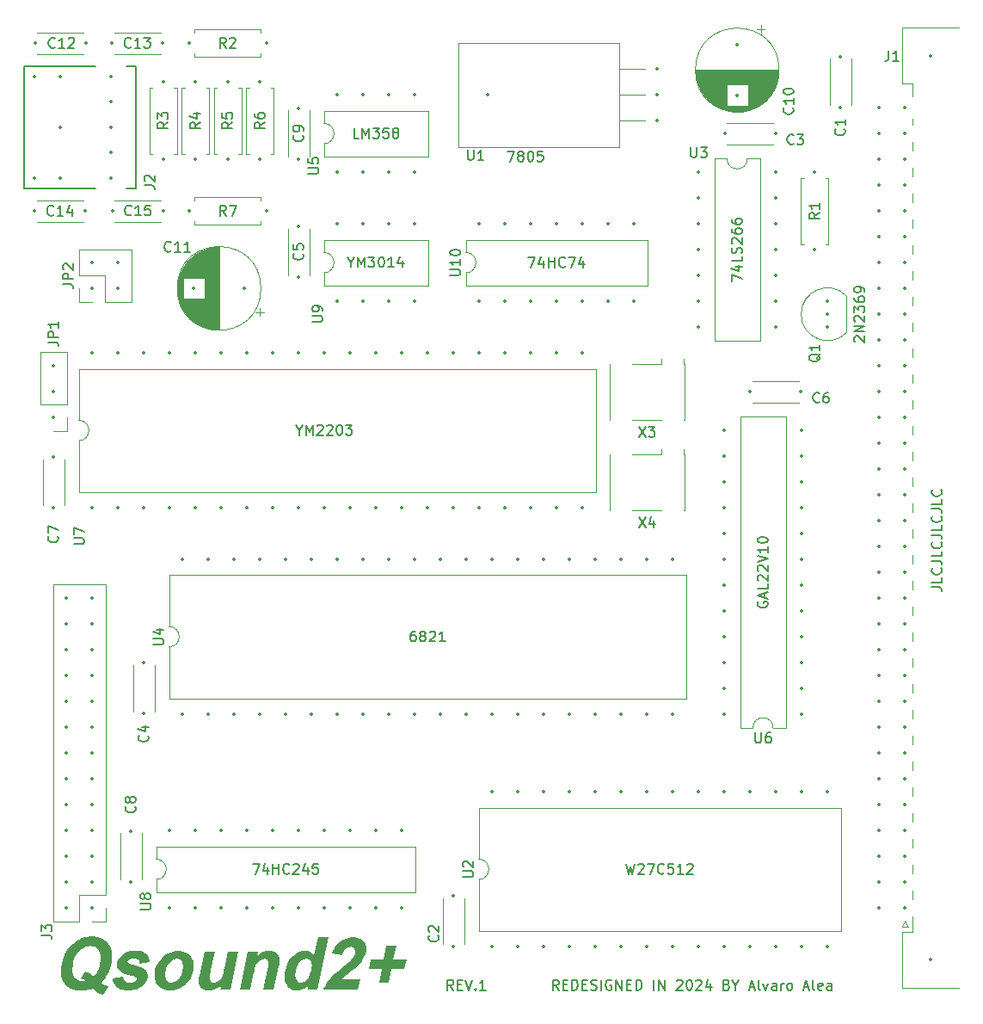
<source format=gto>
%TF.GenerationSoftware,KiCad,Pcbnew,8.0.6+1*%
%TF.CreationDate,2024-11-13T12:36:37+01:00*%
%TF.ProjectId,QL_Qsound2,514c5f51-736f-4756-9e64-322e6b696361,2*%
%TF.SameCoordinates,Original*%
%TF.FileFunction,Legend,Top*%
%TF.FilePolarity,Positive*%
%FSLAX46Y46*%
G04 Gerber Fmt 4.6, Leading zero omitted, Abs format (unit mm)*
G04 Created by KiCad (PCBNEW 8.0.6+1) date 2024-11-13 12:36:37*
%MOMM*%
%LPD*%
G01*
G04 APERTURE LIST*
%ADD10C,0.150000*%
%ADD11C,1.000000*%
%ADD12C,0.120000*%
%ADD13C,0.203200*%
%ADD14C,0.350000*%
G04 APERTURE END LIST*
D10*
X146034285Y-140154819D02*
X145700952Y-139678628D01*
X145462857Y-140154819D02*
X145462857Y-139154819D01*
X145462857Y-139154819D02*
X145843809Y-139154819D01*
X145843809Y-139154819D02*
X145939047Y-139202438D01*
X145939047Y-139202438D02*
X145986666Y-139250057D01*
X145986666Y-139250057D02*
X146034285Y-139345295D01*
X146034285Y-139345295D02*
X146034285Y-139488152D01*
X146034285Y-139488152D02*
X145986666Y-139583390D01*
X145986666Y-139583390D02*
X145939047Y-139631009D01*
X145939047Y-139631009D02*
X145843809Y-139678628D01*
X145843809Y-139678628D02*
X145462857Y-139678628D01*
X146462857Y-139631009D02*
X146796190Y-139631009D01*
X146939047Y-140154819D02*
X146462857Y-140154819D01*
X146462857Y-140154819D02*
X146462857Y-139154819D01*
X146462857Y-139154819D02*
X146939047Y-139154819D01*
X147224762Y-139154819D02*
X147558095Y-140154819D01*
X147558095Y-140154819D02*
X147891428Y-139154819D01*
X148224762Y-140059580D02*
X148272381Y-140107200D01*
X148272381Y-140107200D02*
X148224762Y-140154819D01*
X148224762Y-140154819D02*
X148177143Y-140107200D01*
X148177143Y-140107200D02*
X148224762Y-140059580D01*
X148224762Y-140059580D02*
X148224762Y-140154819D01*
X149224761Y-140154819D02*
X148653333Y-140154819D01*
X148939047Y-140154819D02*
X148939047Y-139154819D01*
X148939047Y-139154819D02*
X148843809Y-139297676D01*
X148843809Y-139297676D02*
X148748571Y-139392914D01*
X148748571Y-139392914D02*
X148653333Y-139440533D01*
D11*
G36*
X110755802Y-134894424D02*
G01*
X111006151Y-134927397D01*
X111292468Y-134999525D01*
X111549210Y-135105999D01*
X111776375Y-135246820D01*
X111973963Y-135421988D01*
X112110739Y-135586852D01*
X112251066Y-135819765D01*
X112353766Y-136079631D01*
X112418839Y-136366450D01*
X112443808Y-136615310D01*
X112444695Y-136881420D01*
X112421501Y-137164780D01*
X112374227Y-137465390D01*
X112358646Y-137543237D01*
X112302203Y-137784995D01*
X112223329Y-138053046D01*
X112130431Y-138306019D01*
X112023508Y-138543916D01*
X111938548Y-138704612D01*
X111806914Y-138916553D01*
X111655188Y-139119606D01*
X111483369Y-139313772D01*
X111379232Y-139417801D01*
X111586636Y-139572770D01*
X111808744Y-139701379D01*
X112035968Y-139807135D01*
X112089979Y-139829351D01*
X111530662Y-140595052D01*
X111300158Y-140512315D01*
X111092247Y-140408206D01*
X110894023Y-140263263D01*
X110683339Y-140102693D01*
X110534152Y-139988108D01*
X110271514Y-140080005D01*
X110033567Y-140138876D01*
X109788023Y-140177645D01*
X109534882Y-140196311D01*
X109424068Y-140198157D01*
X109145307Y-140187185D01*
X108886657Y-140154270D01*
X108648120Y-140099411D01*
X108378230Y-139999978D01*
X108139766Y-139866259D01*
X107932726Y-139698252D01*
X107757110Y-139495959D01*
X107616432Y-139262545D01*
X107513440Y-139001940D01*
X107448134Y-138714143D01*
X107423022Y-138464329D01*
X107422030Y-138197112D01*
X107431182Y-138084475D01*
X108540976Y-138084475D01*
X108547874Y-138338383D01*
X108596619Y-138594779D01*
X108705994Y-138835282D01*
X108883459Y-139040718D01*
X109105360Y-139178920D01*
X109371696Y-139249889D01*
X109538862Y-139260265D01*
X109783286Y-139241217D01*
X109866147Y-139219965D01*
X109637170Y-139112498D01*
X109396273Y-139028778D01*
X109333698Y-139009916D01*
X109789211Y-138313824D01*
X110026279Y-138411979D01*
X110246556Y-138526926D01*
X110474295Y-138676312D01*
X110636734Y-138807194D01*
X110798747Y-138622328D01*
X110934703Y-138415905D01*
X111007983Y-138279630D01*
X111110845Y-138044061D01*
X111189079Y-137810122D01*
X111252763Y-137557340D01*
X111258332Y-137531025D01*
X111303340Y-137270629D01*
X111328070Y-136987040D01*
X111320857Y-136734964D01*
X111272070Y-136480705D01*
X111163077Y-136242644D01*
X110983787Y-136038979D01*
X110755039Y-135901968D01*
X110510185Y-135836137D01*
X110300900Y-135821325D01*
X110048143Y-135841720D01*
X109808125Y-135902903D01*
X109580847Y-136004876D01*
X109366308Y-136147638D01*
X109249434Y-136247529D01*
X109061985Y-136454914D01*
X108922709Y-136665974D01*
X108803183Y-136907774D01*
X108703406Y-137180315D01*
X108635345Y-137430914D01*
X108611960Y-137537131D01*
X108566278Y-137799054D01*
X108540976Y-138084475D01*
X107431182Y-138084475D01*
X107445157Y-137912493D01*
X107492403Y-137610471D01*
X107507983Y-137532247D01*
X107581427Y-137227954D01*
X107671702Y-136940950D01*
X107778806Y-136671233D01*
X107902740Y-136418804D01*
X108043504Y-136183663D01*
X108201098Y-135965810D01*
X108375522Y-135765245D01*
X108566775Y-135581967D01*
X108771482Y-135418248D01*
X108986263Y-135276359D01*
X109211119Y-135156298D01*
X109446050Y-135058066D01*
X109691056Y-134981664D01*
X109946137Y-134927091D01*
X110211293Y-134894347D01*
X110486524Y-134883433D01*
X110755802Y-134894424D01*
G37*
G36*
X112492979Y-139031898D02*
G01*
X113551772Y-138863370D01*
X113592072Y-139117383D01*
X113700760Y-139288353D01*
X113932428Y-139395418D01*
X114162379Y-139416580D01*
X114406870Y-139398033D01*
X114653075Y-139322685D01*
X114720474Y-139284689D01*
X114872210Y-139087406D01*
X114881674Y-139051437D01*
X114860914Y-138902449D01*
X114629954Y-138799420D01*
X114589804Y-138788876D01*
X114328617Y-138724495D01*
X114038626Y-138645844D01*
X113789184Y-138569220D01*
X113543376Y-138479947D01*
X113306461Y-138365458D01*
X113226929Y-138310160D01*
X113052416Y-138115372D01*
X112956149Y-137882716D01*
X112938127Y-137612193D01*
X112961926Y-137445540D01*
X113034053Y-137210533D01*
X113166471Y-136969688D01*
X113329751Y-136776526D01*
X113507808Y-136623663D01*
X113718474Y-136493758D01*
X113961513Y-136395759D01*
X114236927Y-136329667D01*
X114498763Y-136298411D01*
X114735129Y-136290272D01*
X115000156Y-136299631D01*
X115270828Y-136334209D01*
X115529363Y-136404925D01*
X115755439Y-136524258D01*
X115796364Y-136556496D01*
X115965736Y-136751151D01*
X116071062Y-136974673D01*
X116131759Y-137243983D01*
X116144410Y-137378374D01*
X115143014Y-137548122D01*
X115095101Y-137306966D01*
X115008681Y-137182979D01*
X114779474Y-137084980D01*
X114605680Y-137071849D01*
X114360846Y-137085931D01*
X114116145Y-137148518D01*
X114069567Y-137171988D01*
X113938897Y-137342958D01*
X113985303Y-137480956D01*
X114214961Y-137584461D01*
X114483101Y-137664596D01*
X114759240Y-137736273D01*
X114803517Y-137747180D01*
X115056852Y-137815802D01*
X115310953Y-137903783D01*
X115546685Y-138014780D01*
X115759348Y-138169197D01*
X115775603Y-138185596D01*
X115909635Y-138397788D01*
X115959105Y-138659909D01*
X115936683Y-138911509D01*
X115930697Y-138941528D01*
X115853227Y-139190198D01*
X115727060Y-139420854D01*
X115552197Y-139633498D01*
X115359247Y-139804786D01*
X115328639Y-139828129D01*
X115096410Y-139972310D01*
X114833560Y-140081078D01*
X114583889Y-140146122D01*
X114311720Y-140185148D01*
X114067728Y-140197796D01*
X114017055Y-140198157D01*
X113751083Y-140187467D01*
X113473449Y-140147972D01*
X113230993Y-140079375D01*
X112996978Y-139965344D01*
X112897201Y-139894075D01*
X112713651Y-139702936D01*
X112584775Y-139471611D01*
X112516120Y-139232253D01*
X112492979Y-139031898D01*
G37*
G36*
X119196145Y-136303808D02*
G01*
X119468400Y-136355786D01*
X119711631Y-136446747D01*
X119925840Y-136576692D01*
X120111026Y-136745620D01*
X120192735Y-136844703D01*
X120328075Y-137062790D01*
X120421770Y-137301227D01*
X120473819Y-137560015D01*
X120484224Y-137839153D01*
X120461081Y-138087313D01*
X120433314Y-138242993D01*
X120367203Y-138499341D01*
X120278015Y-138741735D01*
X120165750Y-138970176D01*
X120030409Y-139184664D01*
X119871991Y-139385198D01*
X119690496Y-139571779D01*
X119611437Y-139642505D01*
X119405620Y-139802580D01*
X119191931Y-139935525D01*
X118970371Y-140041337D01*
X118694110Y-140132499D01*
X118406514Y-140184591D01*
X118158192Y-140198157D01*
X117913033Y-140183579D01*
X117651097Y-140132327D01*
X117403844Y-140044174D01*
X117247166Y-139964905D01*
X117038006Y-139815819D01*
X116870770Y-139632344D01*
X116745458Y-139414479D01*
X116693956Y-139278583D01*
X116635417Y-139009348D01*
X116622230Y-138782463D01*
X117674880Y-138782463D01*
X117727831Y-139021602D01*
X117775952Y-139121046D01*
X117947842Y-139312393D01*
X118175761Y-139406190D01*
X118299853Y-139416580D01*
X118557854Y-139374162D01*
X118782587Y-139260752D01*
X118958087Y-139114940D01*
X119115824Y-138922363D01*
X119244195Y-138685349D01*
X119333649Y-138437367D01*
X119385512Y-138228339D01*
X119425812Y-137963030D01*
X119427358Y-137704700D01*
X119366278Y-137446685D01*
X119326894Y-137368604D01*
X119155795Y-137176467D01*
X118928263Y-137082282D01*
X118804214Y-137071849D01*
X118545870Y-137114439D01*
X118320219Y-137228307D01*
X118143538Y-137374710D01*
X117985897Y-137566117D01*
X117857816Y-137800995D01*
X117768782Y-138046268D01*
X117717334Y-138252763D01*
X117676576Y-138521354D01*
X117674880Y-138782463D01*
X116622230Y-138782463D01*
X116620037Y-138744726D01*
X116634880Y-138493647D01*
X116676137Y-138224336D01*
X116684187Y-138184375D01*
X116749750Y-137940895D01*
X116843860Y-137701385D01*
X116966516Y-137465843D01*
X117117718Y-137234270D01*
X117292657Y-137018268D01*
X117486524Y-136829438D01*
X117699321Y-136667780D01*
X117931046Y-136533293D01*
X118175900Y-136426971D01*
X118426859Y-136351027D01*
X118683925Y-136305461D01*
X118947096Y-136290272D01*
X119196145Y-136303808D01*
G37*
G36*
X123122428Y-140120000D02*
G01*
X123215240Y-139673035D01*
X123019500Y-139843570D01*
X122800311Y-139974974D01*
X122692561Y-140028408D01*
X122445434Y-140125053D01*
X122197730Y-140181580D01*
X121972044Y-140198157D01*
X121709464Y-140174286D01*
X121458723Y-140094551D01*
X121338234Y-140028408D01*
X121145191Y-139853932D01*
X121025546Y-139627564D01*
X121004842Y-139553356D01*
X120977880Y-139292551D01*
X120993980Y-139027986D01*
X121032105Y-138785422D01*
X121045143Y-138720488D01*
X121533628Y-136368429D01*
X122557006Y-136368429D01*
X122193084Y-138122093D01*
X122138816Y-138391886D01*
X122091132Y-138652381D01*
X122054552Y-138901438D01*
X122046538Y-139064870D01*
X122134734Y-139292975D01*
X122164996Y-139323768D01*
X122396125Y-139413317D01*
X122466636Y-139416580D01*
X122720114Y-139374849D01*
X122908715Y-139284689D01*
X123104239Y-139125335D01*
X123228674Y-138954961D01*
X123318834Y-138722949D01*
X123387527Y-138475348D01*
X123453269Y-138197714D01*
X123503447Y-137964556D01*
X123834396Y-136368429D01*
X124857773Y-136368429D01*
X124078639Y-140120000D01*
X123122428Y-140120000D01*
G37*
G36*
X128373649Y-140120000D02*
G01*
X127350272Y-140120000D01*
X127754494Y-138177048D01*
X127801502Y-137936888D01*
X127841505Y-137688562D01*
X127858034Y-137437450D01*
X127855854Y-137415010D01*
X127759641Y-137189191D01*
X127728848Y-137159776D01*
X127490826Y-137073223D01*
X127447969Y-137071849D01*
X127203403Y-137109761D01*
X126997341Y-137206182D01*
X126807137Y-137362192D01*
X126666392Y-137563998D01*
X126569912Y-137811468D01*
X126500521Y-138058828D01*
X126437056Y-138330930D01*
X126420928Y-138406636D01*
X126065554Y-140120000D01*
X125042177Y-140120000D01*
X125821311Y-136368429D01*
X126777522Y-136368429D01*
X126684710Y-136820279D01*
X126884149Y-136640159D01*
X127098702Y-136497306D01*
X127328366Y-136391718D01*
X127573143Y-136323397D01*
X127833033Y-136292342D01*
X127923021Y-136290272D01*
X128171871Y-136310225D01*
X128410561Y-136376342D01*
X128488443Y-136411172D01*
X128695744Y-136549169D01*
X128831605Y-136721360D01*
X128917959Y-136962069D01*
X128937850Y-137145122D01*
X128922376Y-137407873D01*
X128884083Y-137655131D01*
X128853586Y-137809462D01*
X128373649Y-140120000D01*
G37*
G36*
X132674766Y-140120000D02*
G01*
X131718555Y-140120000D01*
X131810146Y-139677920D01*
X131613965Y-139852029D01*
X131402275Y-139984149D01*
X131281360Y-140044284D01*
X131033091Y-140138051D01*
X130792035Y-140188540D01*
X130635338Y-140198157D01*
X130371002Y-140173088D01*
X130134716Y-140097879D01*
X129899022Y-139950532D01*
X129722843Y-139767883D01*
X129655924Y-139674256D01*
X129531445Y-139425290D01*
X129465585Y-139181285D01*
X129437421Y-138909031D01*
X129441913Y-138699422D01*
X130487266Y-138699422D01*
X130504018Y-138956243D01*
X130529092Y-139046552D01*
X130665792Y-139272038D01*
X130892952Y-139398874D01*
X131049330Y-139416580D01*
X131295528Y-139369216D01*
X131514202Y-139241418D01*
X131637955Y-139129595D01*
X131797881Y-138921607D01*
X131915100Y-138685473D01*
X131998047Y-138436651D01*
X132039734Y-138262533D01*
X132084297Y-137998673D01*
X132101737Y-137740481D01*
X132073306Y-137482786D01*
X132020195Y-137345401D01*
X131854968Y-137158402D01*
X131624293Y-137076123D01*
X131546364Y-137071849D01*
X131293452Y-137117600D01*
X131072517Y-137241048D01*
X130949190Y-137349064D01*
X130791792Y-137549110D01*
X130677256Y-137776259D01*
X130597019Y-138015636D01*
X130557180Y-138183154D01*
X130512843Y-138429833D01*
X130487266Y-138699422D01*
X129441913Y-138699422D01*
X129442746Y-138660572D01*
X129474248Y-138392495D01*
X129505715Y-138222233D01*
X129575475Y-137938235D01*
X129661873Y-137676240D01*
X129764907Y-137436249D01*
X129884577Y-137218261D01*
X130050143Y-136985720D01*
X130239665Y-136784863D01*
X130446088Y-136616780D01*
X130661441Y-136483472D01*
X130885725Y-136384940D01*
X131158676Y-136313939D01*
X131402308Y-136290755D01*
X131443782Y-136290272D01*
X131698943Y-136311660D01*
X131952059Y-136388482D01*
X132164111Y-136521174D01*
X132335100Y-136709737D01*
X132353586Y-136737236D01*
X132723614Y-134961591D01*
X133746992Y-134961591D01*
X132674766Y-140120000D01*
G37*
G36*
X136874521Y-139103949D02*
G01*
X136663251Y-140120000D01*
X133268276Y-140120000D01*
X133354804Y-139879314D01*
X133459448Y-139648797D01*
X133582208Y-139428448D01*
X133723083Y-139218266D01*
X133811716Y-139102728D01*
X134000050Y-138888940D01*
X134206130Y-138683462D01*
X134409348Y-138496553D01*
X134641188Y-138295392D01*
X134847268Y-138124203D01*
X135071666Y-137943892D01*
X135130628Y-137897390D01*
X135354370Y-137719139D01*
X135550086Y-137559910D01*
X135747951Y-137393944D01*
X135948994Y-137215265D01*
X136078290Y-137085282D01*
X136227054Y-136887455D01*
X136344820Y-136656636D01*
X136386036Y-136516196D01*
X136404515Y-136265072D01*
X136326196Y-136057020D01*
X136112007Y-135921637D01*
X135924417Y-135899483D01*
X135678266Y-135937318D01*
X135453562Y-136061081D01*
X135440816Y-136071674D01*
X135279329Y-136273766D01*
X135174749Y-136504704D01*
X135118415Y-136684724D01*
X134117020Y-136580921D01*
X134208384Y-136316911D01*
X134312271Y-136078243D01*
X134453464Y-135825294D01*
X134612690Y-135608839D01*
X134789947Y-135428877D01*
X134918136Y-135329176D01*
X135157085Y-135185947D01*
X135410176Y-135077897D01*
X135677408Y-135005026D01*
X135958783Y-134967334D01*
X136125917Y-134961591D01*
X136392018Y-134976145D01*
X136666655Y-135029915D01*
X136902724Y-135123306D01*
X137125290Y-135278553D01*
X137217683Y-135375582D01*
X137360870Y-135595095D01*
X137444829Y-135839644D01*
X137469558Y-136109227D01*
X137442610Y-136365648D01*
X137435059Y-136403845D01*
X137365793Y-136658239D01*
X137264241Y-136903016D01*
X137178604Y-137060858D01*
X137033671Y-137277431D01*
X136871860Y-137480077D01*
X136701758Y-137667148D01*
X136660809Y-137709323D01*
X136472598Y-137886606D01*
X136263437Y-138065574D01*
X136066429Y-138225875D01*
X135907320Y-138351681D01*
X135692363Y-138520489D01*
X135492065Y-138680640D01*
X135295668Y-138843769D01*
X135227103Y-138904891D01*
X135053834Y-139077603D01*
X135031709Y-139103949D01*
X136874521Y-139103949D01*
G37*
G36*
X138718555Y-139416580D02*
G01*
X138994549Y-138087899D01*
X137704947Y-138087899D01*
X137899120Y-137150006D01*
X139188722Y-137150006D01*
X139465938Y-135821325D01*
X140405052Y-135821325D01*
X140127836Y-137150006D01*
X141422323Y-137150006D01*
X141228150Y-138087899D01*
X139933663Y-138087899D01*
X139657669Y-139416580D01*
X138718555Y-139416580D01*
G37*
D10*
X193129819Y-100504048D02*
X193844104Y-100504048D01*
X193844104Y-100504048D02*
X193986961Y-100551667D01*
X193986961Y-100551667D02*
X194082200Y-100646905D01*
X194082200Y-100646905D02*
X194129819Y-100789762D01*
X194129819Y-100789762D02*
X194129819Y-100885000D01*
X194129819Y-99551667D02*
X194129819Y-100027857D01*
X194129819Y-100027857D02*
X193129819Y-100027857D01*
X194034580Y-98646905D02*
X194082200Y-98694524D01*
X194082200Y-98694524D02*
X194129819Y-98837381D01*
X194129819Y-98837381D02*
X194129819Y-98932619D01*
X194129819Y-98932619D02*
X194082200Y-99075476D01*
X194082200Y-99075476D02*
X193986961Y-99170714D01*
X193986961Y-99170714D02*
X193891723Y-99218333D01*
X193891723Y-99218333D02*
X193701247Y-99265952D01*
X193701247Y-99265952D02*
X193558390Y-99265952D01*
X193558390Y-99265952D02*
X193367914Y-99218333D01*
X193367914Y-99218333D02*
X193272676Y-99170714D01*
X193272676Y-99170714D02*
X193177438Y-99075476D01*
X193177438Y-99075476D02*
X193129819Y-98932619D01*
X193129819Y-98932619D02*
X193129819Y-98837381D01*
X193129819Y-98837381D02*
X193177438Y-98694524D01*
X193177438Y-98694524D02*
X193225057Y-98646905D01*
X193129819Y-97932619D02*
X193844104Y-97932619D01*
X193844104Y-97932619D02*
X193986961Y-97980238D01*
X193986961Y-97980238D02*
X194082200Y-98075476D01*
X194082200Y-98075476D02*
X194129819Y-98218333D01*
X194129819Y-98218333D02*
X194129819Y-98313571D01*
X194129819Y-96980238D02*
X194129819Y-97456428D01*
X194129819Y-97456428D02*
X193129819Y-97456428D01*
X194034580Y-96075476D02*
X194082200Y-96123095D01*
X194082200Y-96123095D02*
X194129819Y-96265952D01*
X194129819Y-96265952D02*
X194129819Y-96361190D01*
X194129819Y-96361190D02*
X194082200Y-96504047D01*
X194082200Y-96504047D02*
X193986961Y-96599285D01*
X193986961Y-96599285D02*
X193891723Y-96646904D01*
X193891723Y-96646904D02*
X193701247Y-96694523D01*
X193701247Y-96694523D02*
X193558390Y-96694523D01*
X193558390Y-96694523D02*
X193367914Y-96646904D01*
X193367914Y-96646904D02*
X193272676Y-96599285D01*
X193272676Y-96599285D02*
X193177438Y-96504047D01*
X193177438Y-96504047D02*
X193129819Y-96361190D01*
X193129819Y-96361190D02*
X193129819Y-96265952D01*
X193129819Y-96265952D02*
X193177438Y-96123095D01*
X193177438Y-96123095D02*
X193225057Y-96075476D01*
X193129819Y-95361190D02*
X193844104Y-95361190D01*
X193844104Y-95361190D02*
X193986961Y-95408809D01*
X193986961Y-95408809D02*
X194082200Y-95504047D01*
X194082200Y-95504047D02*
X194129819Y-95646904D01*
X194129819Y-95646904D02*
X194129819Y-95742142D01*
X194129819Y-94408809D02*
X194129819Y-94884999D01*
X194129819Y-94884999D02*
X193129819Y-94884999D01*
X194034580Y-93504047D02*
X194082200Y-93551666D01*
X194082200Y-93551666D02*
X194129819Y-93694523D01*
X194129819Y-93694523D02*
X194129819Y-93789761D01*
X194129819Y-93789761D02*
X194082200Y-93932618D01*
X194082200Y-93932618D02*
X193986961Y-94027856D01*
X193986961Y-94027856D02*
X193891723Y-94075475D01*
X193891723Y-94075475D02*
X193701247Y-94123094D01*
X193701247Y-94123094D02*
X193558390Y-94123094D01*
X193558390Y-94123094D02*
X193367914Y-94075475D01*
X193367914Y-94075475D02*
X193272676Y-94027856D01*
X193272676Y-94027856D02*
X193177438Y-93932618D01*
X193177438Y-93932618D02*
X193129819Y-93789761D01*
X193129819Y-93789761D02*
X193129819Y-93694523D01*
X193129819Y-93694523D02*
X193177438Y-93551666D01*
X193177438Y-93551666D02*
X193225057Y-93504047D01*
X193129819Y-92789761D02*
X193844104Y-92789761D01*
X193844104Y-92789761D02*
X193986961Y-92837380D01*
X193986961Y-92837380D02*
X194082200Y-92932618D01*
X194082200Y-92932618D02*
X194129819Y-93075475D01*
X194129819Y-93075475D02*
X194129819Y-93170713D01*
X194129819Y-91837380D02*
X194129819Y-92313570D01*
X194129819Y-92313570D02*
X193129819Y-92313570D01*
X194034580Y-90932618D02*
X194082200Y-90980237D01*
X194082200Y-90980237D02*
X194129819Y-91123094D01*
X194129819Y-91123094D02*
X194129819Y-91218332D01*
X194129819Y-91218332D02*
X194082200Y-91361189D01*
X194082200Y-91361189D02*
X193986961Y-91456427D01*
X193986961Y-91456427D02*
X193891723Y-91504046D01*
X193891723Y-91504046D02*
X193701247Y-91551665D01*
X193701247Y-91551665D02*
X193558390Y-91551665D01*
X193558390Y-91551665D02*
X193367914Y-91504046D01*
X193367914Y-91504046D02*
X193272676Y-91456427D01*
X193272676Y-91456427D02*
X193177438Y-91361189D01*
X193177438Y-91361189D02*
X193129819Y-91218332D01*
X193129819Y-91218332D02*
X193129819Y-91123094D01*
X193129819Y-91123094D02*
X193177438Y-90980237D01*
X193177438Y-90980237D02*
X193225057Y-90932618D01*
X156402141Y-140154819D02*
X156068808Y-139678628D01*
X155830713Y-140154819D02*
X155830713Y-139154819D01*
X155830713Y-139154819D02*
X156211665Y-139154819D01*
X156211665Y-139154819D02*
X156306903Y-139202438D01*
X156306903Y-139202438D02*
X156354522Y-139250057D01*
X156354522Y-139250057D02*
X156402141Y-139345295D01*
X156402141Y-139345295D02*
X156402141Y-139488152D01*
X156402141Y-139488152D02*
X156354522Y-139583390D01*
X156354522Y-139583390D02*
X156306903Y-139631009D01*
X156306903Y-139631009D02*
X156211665Y-139678628D01*
X156211665Y-139678628D02*
X155830713Y-139678628D01*
X156830713Y-139631009D02*
X157164046Y-139631009D01*
X157306903Y-140154819D02*
X156830713Y-140154819D01*
X156830713Y-140154819D02*
X156830713Y-139154819D01*
X156830713Y-139154819D02*
X157306903Y-139154819D01*
X157735475Y-140154819D02*
X157735475Y-139154819D01*
X157735475Y-139154819D02*
X157973570Y-139154819D01*
X157973570Y-139154819D02*
X158116427Y-139202438D01*
X158116427Y-139202438D02*
X158211665Y-139297676D01*
X158211665Y-139297676D02*
X158259284Y-139392914D01*
X158259284Y-139392914D02*
X158306903Y-139583390D01*
X158306903Y-139583390D02*
X158306903Y-139726247D01*
X158306903Y-139726247D02*
X158259284Y-139916723D01*
X158259284Y-139916723D02*
X158211665Y-140011961D01*
X158211665Y-140011961D02*
X158116427Y-140107200D01*
X158116427Y-140107200D02*
X157973570Y-140154819D01*
X157973570Y-140154819D02*
X157735475Y-140154819D01*
X158735475Y-139631009D02*
X159068808Y-139631009D01*
X159211665Y-140154819D02*
X158735475Y-140154819D01*
X158735475Y-140154819D02*
X158735475Y-139154819D01*
X158735475Y-139154819D02*
X159211665Y-139154819D01*
X159592618Y-140107200D02*
X159735475Y-140154819D01*
X159735475Y-140154819D02*
X159973570Y-140154819D01*
X159973570Y-140154819D02*
X160068808Y-140107200D01*
X160068808Y-140107200D02*
X160116427Y-140059580D01*
X160116427Y-140059580D02*
X160164046Y-139964342D01*
X160164046Y-139964342D02*
X160164046Y-139869104D01*
X160164046Y-139869104D02*
X160116427Y-139773866D01*
X160116427Y-139773866D02*
X160068808Y-139726247D01*
X160068808Y-139726247D02*
X159973570Y-139678628D01*
X159973570Y-139678628D02*
X159783094Y-139631009D01*
X159783094Y-139631009D02*
X159687856Y-139583390D01*
X159687856Y-139583390D02*
X159640237Y-139535771D01*
X159640237Y-139535771D02*
X159592618Y-139440533D01*
X159592618Y-139440533D02*
X159592618Y-139345295D01*
X159592618Y-139345295D02*
X159640237Y-139250057D01*
X159640237Y-139250057D02*
X159687856Y-139202438D01*
X159687856Y-139202438D02*
X159783094Y-139154819D01*
X159783094Y-139154819D02*
X160021189Y-139154819D01*
X160021189Y-139154819D02*
X160164046Y-139202438D01*
X160592618Y-140154819D02*
X160592618Y-139154819D01*
X161592617Y-139202438D02*
X161497379Y-139154819D01*
X161497379Y-139154819D02*
X161354522Y-139154819D01*
X161354522Y-139154819D02*
X161211665Y-139202438D01*
X161211665Y-139202438D02*
X161116427Y-139297676D01*
X161116427Y-139297676D02*
X161068808Y-139392914D01*
X161068808Y-139392914D02*
X161021189Y-139583390D01*
X161021189Y-139583390D02*
X161021189Y-139726247D01*
X161021189Y-139726247D02*
X161068808Y-139916723D01*
X161068808Y-139916723D02*
X161116427Y-140011961D01*
X161116427Y-140011961D02*
X161211665Y-140107200D01*
X161211665Y-140107200D02*
X161354522Y-140154819D01*
X161354522Y-140154819D02*
X161449760Y-140154819D01*
X161449760Y-140154819D02*
X161592617Y-140107200D01*
X161592617Y-140107200D02*
X161640236Y-140059580D01*
X161640236Y-140059580D02*
X161640236Y-139726247D01*
X161640236Y-139726247D02*
X161449760Y-139726247D01*
X162068808Y-140154819D02*
X162068808Y-139154819D01*
X162068808Y-139154819D02*
X162640236Y-140154819D01*
X162640236Y-140154819D02*
X162640236Y-139154819D01*
X163116427Y-139631009D02*
X163449760Y-139631009D01*
X163592617Y-140154819D02*
X163116427Y-140154819D01*
X163116427Y-140154819D02*
X163116427Y-139154819D01*
X163116427Y-139154819D02*
X163592617Y-139154819D01*
X164021189Y-140154819D02*
X164021189Y-139154819D01*
X164021189Y-139154819D02*
X164259284Y-139154819D01*
X164259284Y-139154819D02*
X164402141Y-139202438D01*
X164402141Y-139202438D02*
X164497379Y-139297676D01*
X164497379Y-139297676D02*
X164544998Y-139392914D01*
X164544998Y-139392914D02*
X164592617Y-139583390D01*
X164592617Y-139583390D02*
X164592617Y-139726247D01*
X164592617Y-139726247D02*
X164544998Y-139916723D01*
X164544998Y-139916723D02*
X164497379Y-140011961D01*
X164497379Y-140011961D02*
X164402141Y-140107200D01*
X164402141Y-140107200D02*
X164259284Y-140154819D01*
X164259284Y-140154819D02*
X164021189Y-140154819D01*
X165783094Y-140154819D02*
X165783094Y-139154819D01*
X166259284Y-140154819D02*
X166259284Y-139154819D01*
X166259284Y-139154819D02*
X166830712Y-140154819D01*
X166830712Y-140154819D02*
X166830712Y-139154819D01*
X168021189Y-139250057D02*
X168068808Y-139202438D01*
X168068808Y-139202438D02*
X168164046Y-139154819D01*
X168164046Y-139154819D02*
X168402141Y-139154819D01*
X168402141Y-139154819D02*
X168497379Y-139202438D01*
X168497379Y-139202438D02*
X168544998Y-139250057D01*
X168544998Y-139250057D02*
X168592617Y-139345295D01*
X168592617Y-139345295D02*
X168592617Y-139440533D01*
X168592617Y-139440533D02*
X168544998Y-139583390D01*
X168544998Y-139583390D02*
X167973570Y-140154819D01*
X167973570Y-140154819D02*
X168592617Y-140154819D01*
X169211665Y-139154819D02*
X169306903Y-139154819D01*
X169306903Y-139154819D02*
X169402141Y-139202438D01*
X169402141Y-139202438D02*
X169449760Y-139250057D01*
X169449760Y-139250057D02*
X169497379Y-139345295D01*
X169497379Y-139345295D02*
X169544998Y-139535771D01*
X169544998Y-139535771D02*
X169544998Y-139773866D01*
X169544998Y-139773866D02*
X169497379Y-139964342D01*
X169497379Y-139964342D02*
X169449760Y-140059580D01*
X169449760Y-140059580D02*
X169402141Y-140107200D01*
X169402141Y-140107200D02*
X169306903Y-140154819D01*
X169306903Y-140154819D02*
X169211665Y-140154819D01*
X169211665Y-140154819D02*
X169116427Y-140107200D01*
X169116427Y-140107200D02*
X169068808Y-140059580D01*
X169068808Y-140059580D02*
X169021189Y-139964342D01*
X169021189Y-139964342D02*
X168973570Y-139773866D01*
X168973570Y-139773866D02*
X168973570Y-139535771D01*
X168973570Y-139535771D02*
X169021189Y-139345295D01*
X169021189Y-139345295D02*
X169068808Y-139250057D01*
X169068808Y-139250057D02*
X169116427Y-139202438D01*
X169116427Y-139202438D02*
X169211665Y-139154819D01*
X169925951Y-139250057D02*
X169973570Y-139202438D01*
X169973570Y-139202438D02*
X170068808Y-139154819D01*
X170068808Y-139154819D02*
X170306903Y-139154819D01*
X170306903Y-139154819D02*
X170402141Y-139202438D01*
X170402141Y-139202438D02*
X170449760Y-139250057D01*
X170449760Y-139250057D02*
X170497379Y-139345295D01*
X170497379Y-139345295D02*
X170497379Y-139440533D01*
X170497379Y-139440533D02*
X170449760Y-139583390D01*
X170449760Y-139583390D02*
X169878332Y-140154819D01*
X169878332Y-140154819D02*
X170497379Y-140154819D01*
X171354522Y-139488152D02*
X171354522Y-140154819D01*
X171116427Y-139107200D02*
X170878332Y-139821485D01*
X170878332Y-139821485D02*
X171497379Y-139821485D01*
X172973570Y-139631009D02*
X173116427Y-139678628D01*
X173116427Y-139678628D02*
X173164046Y-139726247D01*
X173164046Y-139726247D02*
X173211665Y-139821485D01*
X173211665Y-139821485D02*
X173211665Y-139964342D01*
X173211665Y-139964342D02*
X173164046Y-140059580D01*
X173164046Y-140059580D02*
X173116427Y-140107200D01*
X173116427Y-140107200D02*
X173021189Y-140154819D01*
X173021189Y-140154819D02*
X172640237Y-140154819D01*
X172640237Y-140154819D02*
X172640237Y-139154819D01*
X172640237Y-139154819D02*
X172973570Y-139154819D01*
X172973570Y-139154819D02*
X173068808Y-139202438D01*
X173068808Y-139202438D02*
X173116427Y-139250057D01*
X173116427Y-139250057D02*
X173164046Y-139345295D01*
X173164046Y-139345295D02*
X173164046Y-139440533D01*
X173164046Y-139440533D02*
X173116427Y-139535771D01*
X173116427Y-139535771D02*
X173068808Y-139583390D01*
X173068808Y-139583390D02*
X172973570Y-139631009D01*
X172973570Y-139631009D02*
X172640237Y-139631009D01*
X173830713Y-139678628D02*
X173830713Y-140154819D01*
X173497380Y-139154819D02*
X173830713Y-139678628D01*
X173830713Y-139678628D02*
X174164046Y-139154819D01*
X175211666Y-139869104D02*
X175687856Y-139869104D01*
X175116428Y-140154819D02*
X175449761Y-139154819D01*
X175449761Y-139154819D02*
X175783094Y-140154819D01*
X176259285Y-140154819D02*
X176164047Y-140107200D01*
X176164047Y-140107200D02*
X176116428Y-140011961D01*
X176116428Y-140011961D02*
X176116428Y-139154819D01*
X176545000Y-139488152D02*
X176783095Y-140154819D01*
X176783095Y-140154819D02*
X177021190Y-139488152D01*
X177830714Y-140154819D02*
X177830714Y-139631009D01*
X177830714Y-139631009D02*
X177783095Y-139535771D01*
X177783095Y-139535771D02*
X177687857Y-139488152D01*
X177687857Y-139488152D02*
X177497381Y-139488152D01*
X177497381Y-139488152D02*
X177402143Y-139535771D01*
X177830714Y-140107200D02*
X177735476Y-140154819D01*
X177735476Y-140154819D02*
X177497381Y-140154819D01*
X177497381Y-140154819D02*
X177402143Y-140107200D01*
X177402143Y-140107200D02*
X177354524Y-140011961D01*
X177354524Y-140011961D02*
X177354524Y-139916723D01*
X177354524Y-139916723D02*
X177402143Y-139821485D01*
X177402143Y-139821485D02*
X177497381Y-139773866D01*
X177497381Y-139773866D02*
X177735476Y-139773866D01*
X177735476Y-139773866D02*
X177830714Y-139726247D01*
X178306905Y-140154819D02*
X178306905Y-139488152D01*
X178306905Y-139678628D02*
X178354524Y-139583390D01*
X178354524Y-139583390D02*
X178402143Y-139535771D01*
X178402143Y-139535771D02*
X178497381Y-139488152D01*
X178497381Y-139488152D02*
X178592619Y-139488152D01*
X179068810Y-140154819D02*
X178973572Y-140107200D01*
X178973572Y-140107200D02*
X178925953Y-140059580D01*
X178925953Y-140059580D02*
X178878334Y-139964342D01*
X178878334Y-139964342D02*
X178878334Y-139678628D01*
X178878334Y-139678628D02*
X178925953Y-139583390D01*
X178925953Y-139583390D02*
X178973572Y-139535771D01*
X178973572Y-139535771D02*
X179068810Y-139488152D01*
X179068810Y-139488152D02*
X179211667Y-139488152D01*
X179211667Y-139488152D02*
X179306905Y-139535771D01*
X179306905Y-139535771D02*
X179354524Y-139583390D01*
X179354524Y-139583390D02*
X179402143Y-139678628D01*
X179402143Y-139678628D02*
X179402143Y-139964342D01*
X179402143Y-139964342D02*
X179354524Y-140059580D01*
X179354524Y-140059580D02*
X179306905Y-140107200D01*
X179306905Y-140107200D02*
X179211667Y-140154819D01*
X179211667Y-140154819D02*
X179068810Y-140154819D01*
X180545001Y-139869104D02*
X181021191Y-139869104D01*
X180449763Y-140154819D02*
X180783096Y-139154819D01*
X180783096Y-139154819D02*
X181116429Y-140154819D01*
X181592620Y-140154819D02*
X181497382Y-140107200D01*
X181497382Y-140107200D02*
X181449763Y-140011961D01*
X181449763Y-140011961D02*
X181449763Y-139154819D01*
X182354525Y-140107200D02*
X182259287Y-140154819D01*
X182259287Y-140154819D02*
X182068811Y-140154819D01*
X182068811Y-140154819D02*
X181973573Y-140107200D01*
X181973573Y-140107200D02*
X181925954Y-140011961D01*
X181925954Y-140011961D02*
X181925954Y-139631009D01*
X181925954Y-139631009D02*
X181973573Y-139535771D01*
X181973573Y-139535771D02*
X182068811Y-139488152D01*
X182068811Y-139488152D02*
X182259287Y-139488152D01*
X182259287Y-139488152D02*
X182354525Y-139535771D01*
X182354525Y-139535771D02*
X182402144Y-139631009D01*
X182402144Y-139631009D02*
X182402144Y-139726247D01*
X182402144Y-139726247D02*
X181925954Y-139821485D01*
X183259287Y-140154819D02*
X183259287Y-139631009D01*
X183259287Y-139631009D02*
X183211668Y-139535771D01*
X183211668Y-139535771D02*
X183116430Y-139488152D01*
X183116430Y-139488152D02*
X182925954Y-139488152D01*
X182925954Y-139488152D02*
X182830716Y-139535771D01*
X183259287Y-140107200D02*
X183164049Y-140154819D01*
X183164049Y-140154819D02*
X182925954Y-140154819D01*
X182925954Y-140154819D02*
X182830716Y-140107200D01*
X182830716Y-140107200D02*
X182783097Y-140011961D01*
X182783097Y-140011961D02*
X182783097Y-139916723D01*
X182783097Y-139916723D02*
X182830716Y-139821485D01*
X182830716Y-139821485D02*
X182925954Y-139773866D01*
X182925954Y-139773866D02*
X183164049Y-139773866D01*
X183164049Y-139773866D02*
X183259287Y-139726247D01*
X132159819Y-74406904D02*
X132969342Y-74406904D01*
X132969342Y-74406904D02*
X133064580Y-74359285D01*
X133064580Y-74359285D02*
X133112200Y-74311666D01*
X133112200Y-74311666D02*
X133159819Y-74216428D01*
X133159819Y-74216428D02*
X133159819Y-74025952D01*
X133159819Y-74025952D02*
X133112200Y-73930714D01*
X133112200Y-73930714D02*
X133064580Y-73883095D01*
X133064580Y-73883095D02*
X132969342Y-73835476D01*
X132969342Y-73835476D02*
X132159819Y-73835476D01*
X133159819Y-73311666D02*
X133159819Y-73121190D01*
X133159819Y-73121190D02*
X133112200Y-73025952D01*
X133112200Y-73025952D02*
X133064580Y-72978333D01*
X133064580Y-72978333D02*
X132921723Y-72883095D01*
X132921723Y-72883095D02*
X132731247Y-72835476D01*
X132731247Y-72835476D02*
X132350295Y-72835476D01*
X132350295Y-72835476D02*
X132255057Y-72883095D01*
X132255057Y-72883095D02*
X132207438Y-72930714D01*
X132207438Y-72930714D02*
X132159819Y-73025952D01*
X132159819Y-73025952D02*
X132159819Y-73216428D01*
X132159819Y-73216428D02*
X132207438Y-73311666D01*
X132207438Y-73311666D02*
X132255057Y-73359285D01*
X132255057Y-73359285D02*
X132350295Y-73406904D01*
X132350295Y-73406904D02*
X132588390Y-73406904D01*
X132588390Y-73406904D02*
X132683628Y-73359285D01*
X132683628Y-73359285D02*
X132731247Y-73311666D01*
X132731247Y-73311666D02*
X132778866Y-73216428D01*
X132778866Y-73216428D02*
X132778866Y-73025952D01*
X132778866Y-73025952D02*
X132731247Y-72930714D01*
X132731247Y-72930714D02*
X132683628Y-72883095D01*
X132683628Y-72883095D02*
X132588390Y-72835476D01*
X135943809Y-68543628D02*
X135943809Y-69019819D01*
X135610476Y-68019819D02*
X135943809Y-68543628D01*
X135943809Y-68543628D02*
X136277142Y-68019819D01*
X136610476Y-69019819D02*
X136610476Y-68019819D01*
X136610476Y-68019819D02*
X136943809Y-68734104D01*
X136943809Y-68734104D02*
X137277142Y-68019819D01*
X137277142Y-68019819D02*
X137277142Y-69019819D01*
X137658095Y-68019819D02*
X138277142Y-68019819D01*
X138277142Y-68019819D02*
X137943809Y-68400771D01*
X137943809Y-68400771D02*
X138086666Y-68400771D01*
X138086666Y-68400771D02*
X138181904Y-68448390D01*
X138181904Y-68448390D02*
X138229523Y-68496009D01*
X138229523Y-68496009D02*
X138277142Y-68591247D01*
X138277142Y-68591247D02*
X138277142Y-68829342D01*
X138277142Y-68829342D02*
X138229523Y-68924580D01*
X138229523Y-68924580D02*
X138181904Y-68972200D01*
X138181904Y-68972200D02*
X138086666Y-69019819D01*
X138086666Y-69019819D02*
X137800952Y-69019819D01*
X137800952Y-69019819D02*
X137705714Y-68972200D01*
X137705714Y-68972200D02*
X137658095Y-68924580D01*
X138896190Y-68019819D02*
X138991428Y-68019819D01*
X138991428Y-68019819D02*
X139086666Y-68067438D01*
X139086666Y-68067438D02*
X139134285Y-68115057D01*
X139134285Y-68115057D02*
X139181904Y-68210295D01*
X139181904Y-68210295D02*
X139229523Y-68400771D01*
X139229523Y-68400771D02*
X139229523Y-68638866D01*
X139229523Y-68638866D02*
X139181904Y-68829342D01*
X139181904Y-68829342D02*
X139134285Y-68924580D01*
X139134285Y-68924580D02*
X139086666Y-68972200D01*
X139086666Y-68972200D02*
X138991428Y-69019819D01*
X138991428Y-69019819D02*
X138896190Y-69019819D01*
X138896190Y-69019819D02*
X138800952Y-68972200D01*
X138800952Y-68972200D02*
X138753333Y-68924580D01*
X138753333Y-68924580D02*
X138705714Y-68829342D01*
X138705714Y-68829342D02*
X138658095Y-68638866D01*
X138658095Y-68638866D02*
X138658095Y-68400771D01*
X138658095Y-68400771D02*
X138705714Y-68210295D01*
X138705714Y-68210295D02*
X138753333Y-68115057D01*
X138753333Y-68115057D02*
X138800952Y-68067438D01*
X138800952Y-68067438D02*
X138896190Y-68019819D01*
X140181904Y-69019819D02*
X139610476Y-69019819D01*
X139896190Y-69019819D02*
X139896190Y-68019819D01*
X139896190Y-68019819D02*
X139800952Y-68162676D01*
X139800952Y-68162676D02*
X139705714Y-68257914D01*
X139705714Y-68257914D02*
X139610476Y-68305533D01*
X141039047Y-68353152D02*
X141039047Y-69019819D01*
X140800952Y-67972200D02*
X140562857Y-68686485D01*
X140562857Y-68686485D02*
X141181904Y-68686485D01*
X108674819Y-96265904D02*
X109484342Y-96265904D01*
X109484342Y-96265904D02*
X109579580Y-96218285D01*
X109579580Y-96218285D02*
X109627200Y-96170666D01*
X109627200Y-96170666D02*
X109674819Y-96075428D01*
X109674819Y-96075428D02*
X109674819Y-95884952D01*
X109674819Y-95884952D02*
X109627200Y-95789714D01*
X109627200Y-95789714D02*
X109579580Y-95742095D01*
X109579580Y-95742095D02*
X109484342Y-95694476D01*
X109484342Y-95694476D02*
X108674819Y-95694476D01*
X108674819Y-95313523D02*
X108674819Y-94646857D01*
X108674819Y-94646857D02*
X109674819Y-95075428D01*
X130873809Y-85068628D02*
X130873809Y-85544819D01*
X130540476Y-84544819D02*
X130873809Y-85068628D01*
X130873809Y-85068628D02*
X131207142Y-84544819D01*
X131540476Y-85544819D02*
X131540476Y-84544819D01*
X131540476Y-84544819D02*
X131873809Y-85259104D01*
X131873809Y-85259104D02*
X132207142Y-84544819D01*
X132207142Y-84544819D02*
X132207142Y-85544819D01*
X132635714Y-84640057D02*
X132683333Y-84592438D01*
X132683333Y-84592438D02*
X132778571Y-84544819D01*
X132778571Y-84544819D02*
X133016666Y-84544819D01*
X133016666Y-84544819D02*
X133111904Y-84592438D01*
X133111904Y-84592438D02*
X133159523Y-84640057D01*
X133159523Y-84640057D02*
X133207142Y-84735295D01*
X133207142Y-84735295D02*
X133207142Y-84830533D01*
X133207142Y-84830533D02*
X133159523Y-84973390D01*
X133159523Y-84973390D02*
X132588095Y-85544819D01*
X132588095Y-85544819D02*
X133207142Y-85544819D01*
X133588095Y-84640057D02*
X133635714Y-84592438D01*
X133635714Y-84592438D02*
X133730952Y-84544819D01*
X133730952Y-84544819D02*
X133969047Y-84544819D01*
X133969047Y-84544819D02*
X134064285Y-84592438D01*
X134064285Y-84592438D02*
X134111904Y-84640057D01*
X134111904Y-84640057D02*
X134159523Y-84735295D01*
X134159523Y-84735295D02*
X134159523Y-84830533D01*
X134159523Y-84830533D02*
X134111904Y-84973390D01*
X134111904Y-84973390D02*
X133540476Y-85544819D01*
X133540476Y-85544819D02*
X134159523Y-85544819D01*
X134778571Y-84544819D02*
X134873809Y-84544819D01*
X134873809Y-84544819D02*
X134969047Y-84592438D01*
X134969047Y-84592438D02*
X135016666Y-84640057D01*
X135016666Y-84640057D02*
X135064285Y-84735295D01*
X135064285Y-84735295D02*
X135111904Y-84925771D01*
X135111904Y-84925771D02*
X135111904Y-85163866D01*
X135111904Y-85163866D02*
X135064285Y-85354342D01*
X135064285Y-85354342D02*
X135016666Y-85449580D01*
X135016666Y-85449580D02*
X134969047Y-85497200D01*
X134969047Y-85497200D02*
X134873809Y-85544819D01*
X134873809Y-85544819D02*
X134778571Y-85544819D01*
X134778571Y-85544819D02*
X134683333Y-85497200D01*
X134683333Y-85497200D02*
X134635714Y-85449580D01*
X134635714Y-85449580D02*
X134588095Y-85354342D01*
X134588095Y-85354342D02*
X134540476Y-85163866D01*
X134540476Y-85163866D02*
X134540476Y-84925771D01*
X134540476Y-84925771D02*
X134588095Y-84735295D01*
X134588095Y-84735295D02*
X134635714Y-84640057D01*
X134635714Y-84640057D02*
X134683333Y-84592438D01*
X134683333Y-84592438D02*
X134778571Y-84544819D01*
X135445238Y-84544819D02*
X136064285Y-84544819D01*
X136064285Y-84544819D02*
X135730952Y-84925771D01*
X135730952Y-84925771D02*
X135873809Y-84925771D01*
X135873809Y-84925771D02*
X135969047Y-84973390D01*
X135969047Y-84973390D02*
X136016666Y-85021009D01*
X136016666Y-85021009D02*
X136064285Y-85116247D01*
X136064285Y-85116247D02*
X136064285Y-85354342D01*
X136064285Y-85354342D02*
X136016666Y-85449580D01*
X136016666Y-85449580D02*
X135969047Y-85497200D01*
X135969047Y-85497200D02*
X135873809Y-85544819D01*
X135873809Y-85544819D02*
X135588095Y-85544819D01*
X135588095Y-85544819D02*
X135492857Y-85497200D01*
X135492857Y-85497200D02*
X135445238Y-85449580D01*
X184504580Y-55426666D02*
X184552200Y-55474285D01*
X184552200Y-55474285D02*
X184599819Y-55617142D01*
X184599819Y-55617142D02*
X184599819Y-55712380D01*
X184599819Y-55712380D02*
X184552200Y-55855237D01*
X184552200Y-55855237D02*
X184456961Y-55950475D01*
X184456961Y-55950475D02*
X184361723Y-55998094D01*
X184361723Y-55998094D02*
X184171247Y-56045713D01*
X184171247Y-56045713D02*
X184028390Y-56045713D01*
X184028390Y-56045713D02*
X183837914Y-55998094D01*
X183837914Y-55998094D02*
X183742676Y-55950475D01*
X183742676Y-55950475D02*
X183647438Y-55855237D01*
X183647438Y-55855237D02*
X183599819Y-55712380D01*
X183599819Y-55712380D02*
X183599819Y-55617142D01*
X183599819Y-55617142D02*
X183647438Y-55474285D01*
X183647438Y-55474285D02*
X183695057Y-55426666D01*
X184599819Y-54474285D02*
X184599819Y-55045713D01*
X184599819Y-54759999D02*
X183599819Y-54759999D01*
X183599819Y-54759999D02*
X183742676Y-54855237D01*
X183742676Y-54855237D02*
X183837914Y-54950475D01*
X183837914Y-54950475D02*
X183885533Y-55045713D01*
X182078333Y-82274580D02*
X182030714Y-82322200D01*
X182030714Y-82322200D02*
X181887857Y-82369819D01*
X181887857Y-82369819D02*
X181792619Y-82369819D01*
X181792619Y-82369819D02*
X181649762Y-82322200D01*
X181649762Y-82322200D02*
X181554524Y-82226961D01*
X181554524Y-82226961D02*
X181506905Y-82131723D01*
X181506905Y-82131723D02*
X181459286Y-81941247D01*
X181459286Y-81941247D02*
X181459286Y-81798390D01*
X181459286Y-81798390D02*
X181506905Y-81607914D01*
X181506905Y-81607914D02*
X181554524Y-81512676D01*
X181554524Y-81512676D02*
X181649762Y-81417438D01*
X181649762Y-81417438D02*
X181792619Y-81369819D01*
X181792619Y-81369819D02*
X181887857Y-81369819D01*
X181887857Y-81369819D02*
X182030714Y-81417438D01*
X182030714Y-81417438D02*
X182078333Y-81465057D01*
X182935476Y-81369819D02*
X182745000Y-81369819D01*
X182745000Y-81369819D02*
X182649762Y-81417438D01*
X182649762Y-81417438D02*
X182602143Y-81465057D01*
X182602143Y-81465057D02*
X182506905Y-81607914D01*
X182506905Y-81607914D02*
X182459286Y-81798390D01*
X182459286Y-81798390D02*
X182459286Y-82179342D01*
X182459286Y-82179342D02*
X182506905Y-82274580D01*
X182506905Y-82274580D02*
X182554524Y-82322200D01*
X182554524Y-82322200D02*
X182649762Y-82369819D01*
X182649762Y-82369819D02*
X182840238Y-82369819D01*
X182840238Y-82369819D02*
X182935476Y-82322200D01*
X182935476Y-82322200D02*
X182983095Y-82274580D01*
X182983095Y-82274580D02*
X183030714Y-82179342D01*
X183030714Y-82179342D02*
X183030714Y-81941247D01*
X183030714Y-81941247D02*
X182983095Y-81846009D01*
X182983095Y-81846009D02*
X182935476Y-81798390D01*
X182935476Y-81798390D02*
X182840238Y-81750771D01*
X182840238Y-81750771D02*
X182649762Y-81750771D01*
X182649762Y-81750771D02*
X182554524Y-81798390D01*
X182554524Y-81798390D02*
X182506905Y-81846009D01*
X182506905Y-81846009D02*
X182459286Y-81941247D01*
X107039580Y-95496666D02*
X107087200Y-95544285D01*
X107087200Y-95544285D02*
X107134819Y-95687142D01*
X107134819Y-95687142D02*
X107134819Y-95782380D01*
X107134819Y-95782380D02*
X107087200Y-95925237D01*
X107087200Y-95925237D02*
X106991961Y-96020475D01*
X106991961Y-96020475D02*
X106896723Y-96068094D01*
X106896723Y-96068094D02*
X106706247Y-96115713D01*
X106706247Y-96115713D02*
X106563390Y-96115713D01*
X106563390Y-96115713D02*
X106372914Y-96068094D01*
X106372914Y-96068094D02*
X106277676Y-96020475D01*
X106277676Y-96020475D02*
X106182438Y-95925237D01*
X106182438Y-95925237D02*
X106134819Y-95782380D01*
X106134819Y-95782380D02*
X106134819Y-95687142D01*
X106134819Y-95687142D02*
X106182438Y-95544285D01*
X106182438Y-95544285D02*
X106230057Y-95496666D01*
X106134819Y-95163332D02*
X106134819Y-94496666D01*
X106134819Y-94496666D02*
X107134819Y-94925237D01*
X145714819Y-69818094D02*
X146524342Y-69818094D01*
X146524342Y-69818094D02*
X146619580Y-69770475D01*
X146619580Y-69770475D02*
X146667200Y-69722856D01*
X146667200Y-69722856D02*
X146714819Y-69627618D01*
X146714819Y-69627618D02*
X146714819Y-69437142D01*
X146714819Y-69437142D02*
X146667200Y-69341904D01*
X146667200Y-69341904D02*
X146619580Y-69294285D01*
X146619580Y-69294285D02*
X146524342Y-69246666D01*
X146524342Y-69246666D02*
X145714819Y-69246666D01*
X146714819Y-68246666D02*
X146714819Y-68818094D01*
X146714819Y-68532380D02*
X145714819Y-68532380D01*
X145714819Y-68532380D02*
X145857676Y-68627618D01*
X145857676Y-68627618D02*
X145952914Y-68722856D01*
X145952914Y-68722856D02*
X146000533Y-68818094D01*
X145714819Y-67627618D02*
X145714819Y-67532380D01*
X145714819Y-67532380D02*
X145762438Y-67437142D01*
X145762438Y-67437142D02*
X145810057Y-67389523D01*
X145810057Y-67389523D02*
X145905295Y-67341904D01*
X145905295Y-67341904D02*
X146095771Y-67294285D01*
X146095771Y-67294285D02*
X146333866Y-67294285D01*
X146333866Y-67294285D02*
X146524342Y-67341904D01*
X146524342Y-67341904D02*
X146619580Y-67389523D01*
X146619580Y-67389523D02*
X146667200Y-67437142D01*
X146667200Y-67437142D02*
X146714819Y-67532380D01*
X146714819Y-67532380D02*
X146714819Y-67627618D01*
X146714819Y-67627618D02*
X146667200Y-67722856D01*
X146667200Y-67722856D02*
X146619580Y-67770475D01*
X146619580Y-67770475D02*
X146524342Y-67818094D01*
X146524342Y-67818094D02*
X146333866Y-67865713D01*
X146333866Y-67865713D02*
X146095771Y-67865713D01*
X146095771Y-67865713D02*
X145905295Y-67818094D01*
X145905295Y-67818094D02*
X145810057Y-67770475D01*
X145810057Y-67770475D02*
X145762438Y-67722856D01*
X145762438Y-67722856D02*
X145714819Y-67627618D01*
X153424286Y-68034819D02*
X154090952Y-68034819D01*
X154090952Y-68034819D02*
X153662381Y-69034819D01*
X154900476Y-68368152D02*
X154900476Y-69034819D01*
X154662381Y-67987200D02*
X154424286Y-68701485D01*
X154424286Y-68701485D02*
X155043333Y-68701485D01*
X155424286Y-69034819D02*
X155424286Y-68034819D01*
X155424286Y-68511009D02*
X155995714Y-68511009D01*
X155995714Y-69034819D02*
X155995714Y-68034819D01*
X157043333Y-68939580D02*
X156995714Y-68987200D01*
X156995714Y-68987200D02*
X156852857Y-69034819D01*
X156852857Y-69034819D02*
X156757619Y-69034819D01*
X156757619Y-69034819D02*
X156614762Y-68987200D01*
X156614762Y-68987200D02*
X156519524Y-68891961D01*
X156519524Y-68891961D02*
X156471905Y-68796723D01*
X156471905Y-68796723D02*
X156424286Y-68606247D01*
X156424286Y-68606247D02*
X156424286Y-68463390D01*
X156424286Y-68463390D02*
X156471905Y-68272914D01*
X156471905Y-68272914D02*
X156519524Y-68177676D01*
X156519524Y-68177676D02*
X156614762Y-68082438D01*
X156614762Y-68082438D02*
X156757619Y-68034819D01*
X156757619Y-68034819D02*
X156852857Y-68034819D01*
X156852857Y-68034819D02*
X156995714Y-68082438D01*
X156995714Y-68082438D02*
X157043333Y-68130057D01*
X157376667Y-68034819D02*
X158043333Y-68034819D01*
X158043333Y-68034819D02*
X157614762Y-69034819D01*
X158852857Y-68368152D02*
X158852857Y-69034819D01*
X158614762Y-67987200D02*
X158376667Y-68701485D01*
X158376667Y-68701485D02*
X158995714Y-68701485D01*
X182160057Y-77565238D02*
X182112438Y-77660476D01*
X182112438Y-77660476D02*
X182017200Y-77755714D01*
X182017200Y-77755714D02*
X181874342Y-77898571D01*
X181874342Y-77898571D02*
X181826723Y-77993809D01*
X181826723Y-77993809D02*
X181826723Y-78089047D01*
X182064819Y-78041428D02*
X182017200Y-78136666D01*
X182017200Y-78136666D02*
X181921961Y-78231904D01*
X181921961Y-78231904D02*
X181731485Y-78279523D01*
X181731485Y-78279523D02*
X181398152Y-78279523D01*
X181398152Y-78279523D02*
X181207676Y-78231904D01*
X181207676Y-78231904D02*
X181112438Y-78136666D01*
X181112438Y-78136666D02*
X181064819Y-78041428D01*
X181064819Y-78041428D02*
X181064819Y-77850952D01*
X181064819Y-77850952D02*
X181112438Y-77755714D01*
X181112438Y-77755714D02*
X181207676Y-77660476D01*
X181207676Y-77660476D02*
X181398152Y-77612857D01*
X181398152Y-77612857D02*
X181731485Y-77612857D01*
X181731485Y-77612857D02*
X181921961Y-77660476D01*
X181921961Y-77660476D02*
X182017200Y-77755714D01*
X182017200Y-77755714D02*
X182064819Y-77850952D01*
X182064819Y-77850952D02*
X182064819Y-78041428D01*
X182064819Y-76660476D02*
X182064819Y-77231904D01*
X182064819Y-76946190D02*
X181064819Y-76946190D01*
X181064819Y-76946190D02*
X181207676Y-77041428D01*
X181207676Y-77041428D02*
X181302914Y-77136666D01*
X181302914Y-77136666D02*
X181350533Y-77231904D01*
X185605057Y-76374285D02*
X185557438Y-76326666D01*
X185557438Y-76326666D02*
X185509819Y-76231428D01*
X185509819Y-76231428D02*
X185509819Y-75993333D01*
X185509819Y-75993333D02*
X185557438Y-75898095D01*
X185557438Y-75898095D02*
X185605057Y-75850476D01*
X185605057Y-75850476D02*
X185700295Y-75802857D01*
X185700295Y-75802857D02*
X185795533Y-75802857D01*
X185795533Y-75802857D02*
X185938390Y-75850476D01*
X185938390Y-75850476D02*
X186509819Y-76421904D01*
X186509819Y-76421904D02*
X186509819Y-75802857D01*
X186509819Y-75374285D02*
X185509819Y-75374285D01*
X185509819Y-75374285D02*
X186509819Y-74802857D01*
X186509819Y-74802857D02*
X185509819Y-74802857D01*
X185605057Y-74374285D02*
X185557438Y-74326666D01*
X185557438Y-74326666D02*
X185509819Y-74231428D01*
X185509819Y-74231428D02*
X185509819Y-73993333D01*
X185509819Y-73993333D02*
X185557438Y-73898095D01*
X185557438Y-73898095D02*
X185605057Y-73850476D01*
X185605057Y-73850476D02*
X185700295Y-73802857D01*
X185700295Y-73802857D02*
X185795533Y-73802857D01*
X185795533Y-73802857D02*
X185938390Y-73850476D01*
X185938390Y-73850476D02*
X186509819Y-74421904D01*
X186509819Y-74421904D02*
X186509819Y-73802857D01*
X185509819Y-73469523D02*
X185509819Y-72850476D01*
X185509819Y-72850476D02*
X185890771Y-73183809D01*
X185890771Y-73183809D02*
X185890771Y-73040952D01*
X185890771Y-73040952D02*
X185938390Y-72945714D01*
X185938390Y-72945714D02*
X185986009Y-72898095D01*
X185986009Y-72898095D02*
X186081247Y-72850476D01*
X186081247Y-72850476D02*
X186319342Y-72850476D01*
X186319342Y-72850476D02*
X186414580Y-72898095D01*
X186414580Y-72898095D02*
X186462200Y-72945714D01*
X186462200Y-72945714D02*
X186509819Y-73040952D01*
X186509819Y-73040952D02*
X186509819Y-73326666D01*
X186509819Y-73326666D02*
X186462200Y-73421904D01*
X186462200Y-73421904D02*
X186414580Y-73469523D01*
X185509819Y-71993333D02*
X185509819Y-72183809D01*
X185509819Y-72183809D02*
X185557438Y-72279047D01*
X185557438Y-72279047D02*
X185605057Y-72326666D01*
X185605057Y-72326666D02*
X185747914Y-72421904D01*
X185747914Y-72421904D02*
X185938390Y-72469523D01*
X185938390Y-72469523D02*
X186319342Y-72469523D01*
X186319342Y-72469523D02*
X186414580Y-72421904D01*
X186414580Y-72421904D02*
X186462200Y-72374285D01*
X186462200Y-72374285D02*
X186509819Y-72279047D01*
X186509819Y-72279047D02*
X186509819Y-72088571D01*
X186509819Y-72088571D02*
X186462200Y-71993333D01*
X186462200Y-71993333D02*
X186414580Y-71945714D01*
X186414580Y-71945714D02*
X186319342Y-71898095D01*
X186319342Y-71898095D02*
X186081247Y-71898095D01*
X186081247Y-71898095D02*
X185986009Y-71945714D01*
X185986009Y-71945714D02*
X185938390Y-71993333D01*
X185938390Y-71993333D02*
X185890771Y-72088571D01*
X185890771Y-72088571D02*
X185890771Y-72279047D01*
X185890771Y-72279047D02*
X185938390Y-72374285D01*
X185938390Y-72374285D02*
X185986009Y-72421904D01*
X185986009Y-72421904D02*
X186081247Y-72469523D01*
X186509819Y-71421904D02*
X186509819Y-71231428D01*
X186509819Y-71231428D02*
X186462200Y-71136190D01*
X186462200Y-71136190D02*
X186414580Y-71088571D01*
X186414580Y-71088571D02*
X186271723Y-70993333D01*
X186271723Y-70993333D02*
X186081247Y-70945714D01*
X186081247Y-70945714D02*
X185700295Y-70945714D01*
X185700295Y-70945714D02*
X185605057Y-70993333D01*
X185605057Y-70993333D02*
X185557438Y-71040952D01*
X185557438Y-71040952D02*
X185509819Y-71136190D01*
X185509819Y-71136190D02*
X185509819Y-71326666D01*
X185509819Y-71326666D02*
X185557438Y-71421904D01*
X185557438Y-71421904D02*
X185605057Y-71469523D01*
X185605057Y-71469523D02*
X185700295Y-71517142D01*
X185700295Y-71517142D02*
X185938390Y-71517142D01*
X185938390Y-71517142D02*
X186033628Y-71469523D01*
X186033628Y-71469523D02*
X186081247Y-71421904D01*
X186081247Y-71421904D02*
X186128866Y-71326666D01*
X186128866Y-71326666D02*
X186128866Y-71136190D01*
X186128866Y-71136190D02*
X186081247Y-71040952D01*
X186081247Y-71040952D02*
X186033628Y-70993333D01*
X186033628Y-70993333D02*
X185938390Y-70945714D01*
X123658333Y-47444819D02*
X123325000Y-46968628D01*
X123086905Y-47444819D02*
X123086905Y-46444819D01*
X123086905Y-46444819D02*
X123467857Y-46444819D01*
X123467857Y-46444819D02*
X123563095Y-46492438D01*
X123563095Y-46492438D02*
X123610714Y-46540057D01*
X123610714Y-46540057D02*
X123658333Y-46635295D01*
X123658333Y-46635295D02*
X123658333Y-46778152D01*
X123658333Y-46778152D02*
X123610714Y-46873390D01*
X123610714Y-46873390D02*
X123563095Y-46921009D01*
X123563095Y-46921009D02*
X123467857Y-46968628D01*
X123467857Y-46968628D02*
X123086905Y-46968628D01*
X124039286Y-46540057D02*
X124086905Y-46492438D01*
X124086905Y-46492438D02*
X124182143Y-46444819D01*
X124182143Y-46444819D02*
X124420238Y-46444819D01*
X124420238Y-46444819D02*
X124515476Y-46492438D01*
X124515476Y-46492438D02*
X124563095Y-46540057D01*
X124563095Y-46540057D02*
X124610714Y-46635295D01*
X124610714Y-46635295D02*
X124610714Y-46730533D01*
X124610714Y-46730533D02*
X124563095Y-46873390D01*
X124563095Y-46873390D02*
X123991667Y-47444819D01*
X123991667Y-47444819D02*
X124610714Y-47444819D01*
X127454819Y-54776666D02*
X126978628Y-55109999D01*
X127454819Y-55348094D02*
X126454819Y-55348094D01*
X126454819Y-55348094D02*
X126454819Y-54967142D01*
X126454819Y-54967142D02*
X126502438Y-54871904D01*
X126502438Y-54871904D02*
X126550057Y-54824285D01*
X126550057Y-54824285D02*
X126645295Y-54776666D01*
X126645295Y-54776666D02*
X126788152Y-54776666D01*
X126788152Y-54776666D02*
X126883390Y-54824285D01*
X126883390Y-54824285D02*
X126931009Y-54871904D01*
X126931009Y-54871904D02*
X126978628Y-54967142D01*
X126978628Y-54967142D02*
X126978628Y-55348094D01*
X126454819Y-53919523D02*
X126454819Y-54109999D01*
X126454819Y-54109999D02*
X126502438Y-54205237D01*
X126502438Y-54205237D02*
X126550057Y-54252856D01*
X126550057Y-54252856D02*
X126692914Y-54348094D01*
X126692914Y-54348094D02*
X126883390Y-54395713D01*
X126883390Y-54395713D02*
X127264342Y-54395713D01*
X127264342Y-54395713D02*
X127359580Y-54348094D01*
X127359580Y-54348094D02*
X127407200Y-54300475D01*
X127407200Y-54300475D02*
X127454819Y-54205237D01*
X127454819Y-54205237D02*
X127454819Y-54014761D01*
X127454819Y-54014761D02*
X127407200Y-53919523D01*
X127407200Y-53919523D02*
X127359580Y-53871904D01*
X127359580Y-53871904D02*
X127264342Y-53824285D01*
X127264342Y-53824285D02*
X127026247Y-53824285D01*
X127026247Y-53824285D02*
X126931009Y-53871904D01*
X126931009Y-53871904D02*
X126883390Y-53919523D01*
X126883390Y-53919523D02*
X126835771Y-54014761D01*
X126835771Y-54014761D02*
X126835771Y-54205237D01*
X126835771Y-54205237D02*
X126883390Y-54300475D01*
X126883390Y-54300475D02*
X126931009Y-54348094D01*
X126931009Y-54348094D02*
X127026247Y-54395713D01*
X115234819Y-132206904D02*
X116044342Y-132206904D01*
X116044342Y-132206904D02*
X116139580Y-132159285D01*
X116139580Y-132159285D02*
X116187200Y-132111666D01*
X116187200Y-132111666D02*
X116234819Y-132016428D01*
X116234819Y-132016428D02*
X116234819Y-131825952D01*
X116234819Y-131825952D02*
X116187200Y-131730714D01*
X116187200Y-131730714D02*
X116139580Y-131683095D01*
X116139580Y-131683095D02*
X116044342Y-131635476D01*
X116044342Y-131635476D02*
X115234819Y-131635476D01*
X115663390Y-131016428D02*
X115615771Y-131111666D01*
X115615771Y-131111666D02*
X115568152Y-131159285D01*
X115568152Y-131159285D02*
X115472914Y-131206904D01*
X115472914Y-131206904D02*
X115425295Y-131206904D01*
X115425295Y-131206904D02*
X115330057Y-131159285D01*
X115330057Y-131159285D02*
X115282438Y-131111666D01*
X115282438Y-131111666D02*
X115234819Y-131016428D01*
X115234819Y-131016428D02*
X115234819Y-130825952D01*
X115234819Y-130825952D02*
X115282438Y-130730714D01*
X115282438Y-130730714D02*
X115330057Y-130683095D01*
X115330057Y-130683095D02*
X115425295Y-130635476D01*
X115425295Y-130635476D02*
X115472914Y-130635476D01*
X115472914Y-130635476D02*
X115568152Y-130683095D01*
X115568152Y-130683095D02*
X115615771Y-130730714D01*
X115615771Y-130730714D02*
X115663390Y-130825952D01*
X115663390Y-130825952D02*
X115663390Y-131016428D01*
X115663390Y-131016428D02*
X115711009Y-131111666D01*
X115711009Y-131111666D02*
X115758628Y-131159285D01*
X115758628Y-131159285D02*
X115853866Y-131206904D01*
X115853866Y-131206904D02*
X116044342Y-131206904D01*
X116044342Y-131206904D02*
X116139580Y-131159285D01*
X116139580Y-131159285D02*
X116187200Y-131111666D01*
X116187200Y-131111666D02*
X116234819Y-131016428D01*
X116234819Y-131016428D02*
X116234819Y-130825952D01*
X116234819Y-130825952D02*
X116187200Y-130730714D01*
X116187200Y-130730714D02*
X116139580Y-130683095D01*
X116139580Y-130683095D02*
X116044342Y-130635476D01*
X116044342Y-130635476D02*
X115853866Y-130635476D01*
X115853866Y-130635476D02*
X115758628Y-130683095D01*
X115758628Y-130683095D02*
X115711009Y-130730714D01*
X115711009Y-130730714D02*
X115663390Y-130825952D01*
X126278095Y-127724819D02*
X126944761Y-127724819D01*
X126944761Y-127724819D02*
X126516190Y-128724819D01*
X127754285Y-128058152D02*
X127754285Y-128724819D01*
X127516190Y-127677200D02*
X127278095Y-128391485D01*
X127278095Y-128391485D02*
X127897142Y-128391485D01*
X128278095Y-128724819D02*
X128278095Y-127724819D01*
X128278095Y-128201009D02*
X128849523Y-128201009D01*
X128849523Y-128724819D02*
X128849523Y-127724819D01*
X129897142Y-128629580D02*
X129849523Y-128677200D01*
X129849523Y-128677200D02*
X129706666Y-128724819D01*
X129706666Y-128724819D02*
X129611428Y-128724819D01*
X129611428Y-128724819D02*
X129468571Y-128677200D01*
X129468571Y-128677200D02*
X129373333Y-128581961D01*
X129373333Y-128581961D02*
X129325714Y-128486723D01*
X129325714Y-128486723D02*
X129278095Y-128296247D01*
X129278095Y-128296247D02*
X129278095Y-128153390D01*
X129278095Y-128153390D02*
X129325714Y-127962914D01*
X129325714Y-127962914D02*
X129373333Y-127867676D01*
X129373333Y-127867676D02*
X129468571Y-127772438D01*
X129468571Y-127772438D02*
X129611428Y-127724819D01*
X129611428Y-127724819D02*
X129706666Y-127724819D01*
X129706666Y-127724819D02*
X129849523Y-127772438D01*
X129849523Y-127772438D02*
X129897142Y-127820057D01*
X130278095Y-127820057D02*
X130325714Y-127772438D01*
X130325714Y-127772438D02*
X130420952Y-127724819D01*
X130420952Y-127724819D02*
X130659047Y-127724819D01*
X130659047Y-127724819D02*
X130754285Y-127772438D01*
X130754285Y-127772438D02*
X130801904Y-127820057D01*
X130801904Y-127820057D02*
X130849523Y-127915295D01*
X130849523Y-127915295D02*
X130849523Y-128010533D01*
X130849523Y-128010533D02*
X130801904Y-128153390D01*
X130801904Y-128153390D02*
X130230476Y-128724819D01*
X130230476Y-128724819D02*
X130849523Y-128724819D01*
X131706666Y-128058152D02*
X131706666Y-128724819D01*
X131468571Y-127677200D02*
X131230476Y-128391485D01*
X131230476Y-128391485D02*
X131849523Y-128391485D01*
X132706666Y-127724819D02*
X132230476Y-127724819D01*
X132230476Y-127724819D02*
X132182857Y-128201009D01*
X132182857Y-128201009D02*
X132230476Y-128153390D01*
X132230476Y-128153390D02*
X132325714Y-128105771D01*
X132325714Y-128105771D02*
X132563809Y-128105771D01*
X132563809Y-128105771D02*
X132659047Y-128153390D01*
X132659047Y-128153390D02*
X132706666Y-128201009D01*
X132706666Y-128201009D02*
X132754285Y-128296247D01*
X132754285Y-128296247D02*
X132754285Y-128534342D01*
X132754285Y-128534342D02*
X132706666Y-128629580D01*
X132706666Y-128629580D02*
X132659047Y-128677200D01*
X132659047Y-128677200D02*
X132563809Y-128724819D01*
X132563809Y-128724819D02*
X132325714Y-128724819D01*
X132325714Y-128724819D02*
X132230476Y-128677200D01*
X132230476Y-128677200D02*
X132182857Y-128629580D01*
X107614819Y-70688333D02*
X108329104Y-70688333D01*
X108329104Y-70688333D02*
X108471961Y-70735952D01*
X108471961Y-70735952D02*
X108567200Y-70831190D01*
X108567200Y-70831190D02*
X108614819Y-70974047D01*
X108614819Y-70974047D02*
X108614819Y-71069285D01*
X108614819Y-70212142D02*
X107614819Y-70212142D01*
X107614819Y-70212142D02*
X107614819Y-69831190D01*
X107614819Y-69831190D02*
X107662438Y-69735952D01*
X107662438Y-69735952D02*
X107710057Y-69688333D01*
X107710057Y-69688333D02*
X107805295Y-69640714D01*
X107805295Y-69640714D02*
X107948152Y-69640714D01*
X107948152Y-69640714D02*
X108043390Y-69688333D01*
X108043390Y-69688333D02*
X108091009Y-69735952D01*
X108091009Y-69735952D02*
X108138628Y-69831190D01*
X108138628Y-69831190D02*
X108138628Y-70212142D01*
X107710057Y-69259761D02*
X107662438Y-69212142D01*
X107662438Y-69212142D02*
X107614819Y-69116904D01*
X107614819Y-69116904D02*
X107614819Y-68878809D01*
X107614819Y-68878809D02*
X107662438Y-68783571D01*
X107662438Y-68783571D02*
X107710057Y-68735952D01*
X107710057Y-68735952D02*
X107805295Y-68688333D01*
X107805295Y-68688333D02*
X107900533Y-68688333D01*
X107900533Y-68688333D02*
X108043390Y-68735952D01*
X108043390Y-68735952D02*
X108614819Y-69307380D01*
X108614819Y-69307380D02*
X108614819Y-68688333D01*
X131744819Y-59816904D02*
X132554342Y-59816904D01*
X132554342Y-59816904D02*
X132649580Y-59769285D01*
X132649580Y-59769285D02*
X132697200Y-59721666D01*
X132697200Y-59721666D02*
X132744819Y-59626428D01*
X132744819Y-59626428D02*
X132744819Y-59435952D01*
X132744819Y-59435952D02*
X132697200Y-59340714D01*
X132697200Y-59340714D02*
X132649580Y-59293095D01*
X132649580Y-59293095D02*
X132554342Y-59245476D01*
X132554342Y-59245476D02*
X131744819Y-59245476D01*
X131744819Y-58293095D02*
X131744819Y-58769285D01*
X131744819Y-58769285D02*
X132221009Y-58816904D01*
X132221009Y-58816904D02*
X132173390Y-58769285D01*
X132173390Y-58769285D02*
X132125771Y-58674047D01*
X132125771Y-58674047D02*
X132125771Y-58435952D01*
X132125771Y-58435952D02*
X132173390Y-58340714D01*
X132173390Y-58340714D02*
X132221009Y-58293095D01*
X132221009Y-58293095D02*
X132316247Y-58245476D01*
X132316247Y-58245476D02*
X132554342Y-58245476D01*
X132554342Y-58245476D02*
X132649580Y-58293095D01*
X132649580Y-58293095D02*
X132697200Y-58340714D01*
X132697200Y-58340714D02*
X132744819Y-58435952D01*
X132744819Y-58435952D02*
X132744819Y-58674047D01*
X132744819Y-58674047D02*
X132697200Y-58769285D01*
X132697200Y-58769285D02*
X132649580Y-58816904D01*
X136739523Y-56334819D02*
X136263333Y-56334819D01*
X136263333Y-56334819D02*
X136263333Y-55334819D01*
X137072857Y-56334819D02*
X137072857Y-55334819D01*
X137072857Y-55334819D02*
X137406190Y-56049104D01*
X137406190Y-56049104D02*
X137739523Y-55334819D01*
X137739523Y-55334819D02*
X137739523Y-56334819D01*
X138120476Y-55334819D02*
X138739523Y-55334819D01*
X138739523Y-55334819D02*
X138406190Y-55715771D01*
X138406190Y-55715771D02*
X138549047Y-55715771D01*
X138549047Y-55715771D02*
X138644285Y-55763390D01*
X138644285Y-55763390D02*
X138691904Y-55811009D01*
X138691904Y-55811009D02*
X138739523Y-55906247D01*
X138739523Y-55906247D02*
X138739523Y-56144342D01*
X138739523Y-56144342D02*
X138691904Y-56239580D01*
X138691904Y-56239580D02*
X138644285Y-56287200D01*
X138644285Y-56287200D02*
X138549047Y-56334819D01*
X138549047Y-56334819D02*
X138263333Y-56334819D01*
X138263333Y-56334819D02*
X138168095Y-56287200D01*
X138168095Y-56287200D02*
X138120476Y-56239580D01*
X139644285Y-55334819D02*
X139168095Y-55334819D01*
X139168095Y-55334819D02*
X139120476Y-55811009D01*
X139120476Y-55811009D02*
X139168095Y-55763390D01*
X139168095Y-55763390D02*
X139263333Y-55715771D01*
X139263333Y-55715771D02*
X139501428Y-55715771D01*
X139501428Y-55715771D02*
X139596666Y-55763390D01*
X139596666Y-55763390D02*
X139644285Y-55811009D01*
X139644285Y-55811009D02*
X139691904Y-55906247D01*
X139691904Y-55906247D02*
X139691904Y-56144342D01*
X139691904Y-56144342D02*
X139644285Y-56239580D01*
X139644285Y-56239580D02*
X139596666Y-56287200D01*
X139596666Y-56287200D02*
X139501428Y-56334819D01*
X139501428Y-56334819D02*
X139263333Y-56334819D01*
X139263333Y-56334819D02*
X139168095Y-56287200D01*
X139168095Y-56287200D02*
X139120476Y-56239580D01*
X140263333Y-55763390D02*
X140168095Y-55715771D01*
X140168095Y-55715771D02*
X140120476Y-55668152D01*
X140120476Y-55668152D02*
X140072857Y-55572914D01*
X140072857Y-55572914D02*
X140072857Y-55525295D01*
X140072857Y-55525295D02*
X140120476Y-55430057D01*
X140120476Y-55430057D02*
X140168095Y-55382438D01*
X140168095Y-55382438D02*
X140263333Y-55334819D01*
X140263333Y-55334819D02*
X140453809Y-55334819D01*
X140453809Y-55334819D02*
X140549047Y-55382438D01*
X140549047Y-55382438D02*
X140596666Y-55430057D01*
X140596666Y-55430057D02*
X140644285Y-55525295D01*
X140644285Y-55525295D02*
X140644285Y-55572914D01*
X140644285Y-55572914D02*
X140596666Y-55668152D01*
X140596666Y-55668152D02*
X140549047Y-55715771D01*
X140549047Y-55715771D02*
X140453809Y-55763390D01*
X140453809Y-55763390D02*
X140263333Y-55763390D01*
X140263333Y-55763390D02*
X140168095Y-55811009D01*
X140168095Y-55811009D02*
X140120476Y-55858628D01*
X140120476Y-55858628D02*
X140072857Y-55953866D01*
X140072857Y-55953866D02*
X140072857Y-56144342D01*
X140072857Y-56144342D02*
X140120476Y-56239580D01*
X140120476Y-56239580D02*
X140168095Y-56287200D01*
X140168095Y-56287200D02*
X140263333Y-56334819D01*
X140263333Y-56334819D02*
X140453809Y-56334819D01*
X140453809Y-56334819D02*
X140549047Y-56287200D01*
X140549047Y-56287200D02*
X140596666Y-56239580D01*
X140596666Y-56239580D02*
X140644285Y-56144342D01*
X140644285Y-56144342D02*
X140644285Y-55953866D01*
X140644285Y-55953866D02*
X140596666Y-55858628D01*
X140596666Y-55858628D02*
X140549047Y-55811009D01*
X140549047Y-55811009D02*
X140453809Y-55763390D01*
X114659580Y-122086666D02*
X114707200Y-122134285D01*
X114707200Y-122134285D02*
X114754819Y-122277142D01*
X114754819Y-122277142D02*
X114754819Y-122372380D01*
X114754819Y-122372380D02*
X114707200Y-122515237D01*
X114707200Y-122515237D02*
X114611961Y-122610475D01*
X114611961Y-122610475D02*
X114516723Y-122658094D01*
X114516723Y-122658094D02*
X114326247Y-122705713D01*
X114326247Y-122705713D02*
X114183390Y-122705713D01*
X114183390Y-122705713D02*
X113992914Y-122658094D01*
X113992914Y-122658094D02*
X113897676Y-122610475D01*
X113897676Y-122610475D02*
X113802438Y-122515237D01*
X113802438Y-122515237D02*
X113754819Y-122372380D01*
X113754819Y-122372380D02*
X113754819Y-122277142D01*
X113754819Y-122277142D02*
X113802438Y-122134285D01*
X113802438Y-122134285D02*
X113850057Y-122086666D01*
X114183390Y-121515237D02*
X114135771Y-121610475D01*
X114135771Y-121610475D02*
X114088152Y-121658094D01*
X114088152Y-121658094D02*
X113992914Y-121705713D01*
X113992914Y-121705713D02*
X113945295Y-121705713D01*
X113945295Y-121705713D02*
X113850057Y-121658094D01*
X113850057Y-121658094D02*
X113802438Y-121610475D01*
X113802438Y-121610475D02*
X113754819Y-121515237D01*
X113754819Y-121515237D02*
X113754819Y-121324761D01*
X113754819Y-121324761D02*
X113802438Y-121229523D01*
X113802438Y-121229523D02*
X113850057Y-121181904D01*
X113850057Y-121181904D02*
X113945295Y-121134285D01*
X113945295Y-121134285D02*
X113992914Y-121134285D01*
X113992914Y-121134285D02*
X114088152Y-121181904D01*
X114088152Y-121181904D02*
X114135771Y-121229523D01*
X114135771Y-121229523D02*
X114183390Y-121324761D01*
X114183390Y-121324761D02*
X114183390Y-121515237D01*
X114183390Y-121515237D02*
X114231009Y-121610475D01*
X114231009Y-121610475D02*
X114278628Y-121658094D01*
X114278628Y-121658094D02*
X114373866Y-121705713D01*
X114373866Y-121705713D02*
X114564342Y-121705713D01*
X114564342Y-121705713D02*
X114659580Y-121658094D01*
X114659580Y-121658094D02*
X114707200Y-121610475D01*
X114707200Y-121610475D02*
X114754819Y-121515237D01*
X114754819Y-121515237D02*
X114754819Y-121324761D01*
X114754819Y-121324761D02*
X114707200Y-121229523D01*
X114707200Y-121229523D02*
X114659580Y-121181904D01*
X114659580Y-121181904D02*
X114564342Y-121134285D01*
X114564342Y-121134285D02*
X114373866Y-121134285D01*
X114373866Y-121134285D02*
X114278628Y-121181904D01*
X114278628Y-121181904D02*
X114231009Y-121229523D01*
X114231009Y-121229523D02*
X114183390Y-121324761D01*
X106672142Y-63859580D02*
X106624523Y-63907200D01*
X106624523Y-63907200D02*
X106481666Y-63954819D01*
X106481666Y-63954819D02*
X106386428Y-63954819D01*
X106386428Y-63954819D02*
X106243571Y-63907200D01*
X106243571Y-63907200D02*
X106148333Y-63811961D01*
X106148333Y-63811961D02*
X106100714Y-63716723D01*
X106100714Y-63716723D02*
X106053095Y-63526247D01*
X106053095Y-63526247D02*
X106053095Y-63383390D01*
X106053095Y-63383390D02*
X106100714Y-63192914D01*
X106100714Y-63192914D02*
X106148333Y-63097676D01*
X106148333Y-63097676D02*
X106243571Y-63002438D01*
X106243571Y-63002438D02*
X106386428Y-62954819D01*
X106386428Y-62954819D02*
X106481666Y-62954819D01*
X106481666Y-62954819D02*
X106624523Y-63002438D01*
X106624523Y-63002438D02*
X106672142Y-63050057D01*
X107624523Y-63954819D02*
X107053095Y-63954819D01*
X107338809Y-63954819D02*
X107338809Y-62954819D01*
X107338809Y-62954819D02*
X107243571Y-63097676D01*
X107243571Y-63097676D02*
X107148333Y-63192914D01*
X107148333Y-63192914D02*
X107053095Y-63240533D01*
X108481666Y-63288152D02*
X108481666Y-63954819D01*
X108243571Y-62907200D02*
X108005476Y-63621485D01*
X108005476Y-63621485D02*
X108624523Y-63621485D01*
X144504580Y-134786666D02*
X144552200Y-134834285D01*
X144552200Y-134834285D02*
X144599819Y-134977142D01*
X144599819Y-134977142D02*
X144599819Y-135072380D01*
X144599819Y-135072380D02*
X144552200Y-135215237D01*
X144552200Y-135215237D02*
X144456961Y-135310475D01*
X144456961Y-135310475D02*
X144361723Y-135358094D01*
X144361723Y-135358094D02*
X144171247Y-135405713D01*
X144171247Y-135405713D02*
X144028390Y-135405713D01*
X144028390Y-135405713D02*
X143837914Y-135358094D01*
X143837914Y-135358094D02*
X143742676Y-135310475D01*
X143742676Y-135310475D02*
X143647438Y-135215237D01*
X143647438Y-135215237D02*
X143599819Y-135072380D01*
X143599819Y-135072380D02*
X143599819Y-134977142D01*
X143599819Y-134977142D02*
X143647438Y-134834285D01*
X143647438Y-134834285D02*
X143695057Y-134786666D01*
X143695057Y-134405713D02*
X143647438Y-134358094D01*
X143647438Y-134358094D02*
X143599819Y-134262856D01*
X143599819Y-134262856D02*
X143599819Y-134024761D01*
X143599819Y-134024761D02*
X143647438Y-133929523D01*
X143647438Y-133929523D02*
X143695057Y-133881904D01*
X143695057Y-133881904D02*
X143790295Y-133834285D01*
X143790295Y-133834285D02*
X143885533Y-133834285D01*
X143885533Y-133834285D02*
X144028390Y-133881904D01*
X144028390Y-133881904D02*
X144599819Y-134453332D01*
X144599819Y-134453332D02*
X144599819Y-133834285D01*
X124279819Y-54776666D02*
X123803628Y-55109999D01*
X124279819Y-55348094D02*
X123279819Y-55348094D01*
X123279819Y-55348094D02*
X123279819Y-54967142D01*
X123279819Y-54967142D02*
X123327438Y-54871904D01*
X123327438Y-54871904D02*
X123375057Y-54824285D01*
X123375057Y-54824285D02*
X123470295Y-54776666D01*
X123470295Y-54776666D02*
X123613152Y-54776666D01*
X123613152Y-54776666D02*
X123708390Y-54824285D01*
X123708390Y-54824285D02*
X123756009Y-54871904D01*
X123756009Y-54871904D02*
X123803628Y-54967142D01*
X123803628Y-54967142D02*
X123803628Y-55348094D01*
X123279819Y-53871904D02*
X123279819Y-54348094D01*
X123279819Y-54348094D02*
X123756009Y-54395713D01*
X123756009Y-54395713D02*
X123708390Y-54348094D01*
X123708390Y-54348094D02*
X123660771Y-54252856D01*
X123660771Y-54252856D02*
X123660771Y-54014761D01*
X123660771Y-54014761D02*
X123708390Y-53919523D01*
X123708390Y-53919523D02*
X123756009Y-53871904D01*
X123756009Y-53871904D02*
X123851247Y-53824285D01*
X123851247Y-53824285D02*
X124089342Y-53824285D01*
X124089342Y-53824285D02*
X124184580Y-53871904D01*
X124184580Y-53871904D02*
X124232200Y-53919523D01*
X124232200Y-53919523D02*
X124279819Y-54014761D01*
X124279819Y-54014761D02*
X124279819Y-54252856D01*
X124279819Y-54252856D02*
X124232200Y-54348094D01*
X124232200Y-54348094D02*
X124184580Y-54395713D01*
X114292142Y-47349580D02*
X114244523Y-47397200D01*
X114244523Y-47397200D02*
X114101666Y-47444819D01*
X114101666Y-47444819D02*
X114006428Y-47444819D01*
X114006428Y-47444819D02*
X113863571Y-47397200D01*
X113863571Y-47397200D02*
X113768333Y-47301961D01*
X113768333Y-47301961D02*
X113720714Y-47206723D01*
X113720714Y-47206723D02*
X113673095Y-47016247D01*
X113673095Y-47016247D02*
X113673095Y-46873390D01*
X113673095Y-46873390D02*
X113720714Y-46682914D01*
X113720714Y-46682914D02*
X113768333Y-46587676D01*
X113768333Y-46587676D02*
X113863571Y-46492438D01*
X113863571Y-46492438D02*
X114006428Y-46444819D01*
X114006428Y-46444819D02*
X114101666Y-46444819D01*
X114101666Y-46444819D02*
X114244523Y-46492438D01*
X114244523Y-46492438D02*
X114292142Y-46540057D01*
X115244523Y-47444819D02*
X114673095Y-47444819D01*
X114958809Y-47444819D02*
X114958809Y-46444819D01*
X114958809Y-46444819D02*
X114863571Y-46587676D01*
X114863571Y-46587676D02*
X114768333Y-46682914D01*
X114768333Y-46682914D02*
X114673095Y-46730533D01*
X115577857Y-46444819D02*
X116196904Y-46444819D01*
X116196904Y-46444819D02*
X115863571Y-46825771D01*
X115863571Y-46825771D02*
X116006428Y-46825771D01*
X116006428Y-46825771D02*
X116101666Y-46873390D01*
X116101666Y-46873390D02*
X116149285Y-46921009D01*
X116149285Y-46921009D02*
X116196904Y-47016247D01*
X116196904Y-47016247D02*
X116196904Y-47254342D01*
X116196904Y-47254342D02*
X116149285Y-47349580D01*
X116149285Y-47349580D02*
X116101666Y-47397200D01*
X116101666Y-47397200D02*
X116006428Y-47444819D01*
X116006428Y-47444819D02*
X115720714Y-47444819D01*
X115720714Y-47444819D02*
X115625476Y-47397200D01*
X115625476Y-47397200D02*
X115577857Y-47349580D01*
X182064819Y-63666666D02*
X181588628Y-63999999D01*
X182064819Y-64238094D02*
X181064819Y-64238094D01*
X181064819Y-64238094D02*
X181064819Y-63857142D01*
X181064819Y-63857142D02*
X181112438Y-63761904D01*
X181112438Y-63761904D02*
X181160057Y-63714285D01*
X181160057Y-63714285D02*
X181255295Y-63666666D01*
X181255295Y-63666666D02*
X181398152Y-63666666D01*
X181398152Y-63666666D02*
X181493390Y-63714285D01*
X181493390Y-63714285D02*
X181541009Y-63761904D01*
X181541009Y-63761904D02*
X181588628Y-63857142D01*
X181588628Y-63857142D02*
X181588628Y-64238094D01*
X182064819Y-62714285D02*
X182064819Y-63285713D01*
X182064819Y-62999999D02*
X181064819Y-62999999D01*
X181064819Y-62999999D02*
X181207676Y-63095237D01*
X181207676Y-63095237D02*
X181302914Y-63190475D01*
X181302914Y-63190475D02*
X181350533Y-63285713D01*
X115609819Y-60979160D02*
X116324104Y-60979160D01*
X116324104Y-60979160D02*
X116466961Y-61026779D01*
X116466961Y-61026779D02*
X116562200Y-61122017D01*
X116562200Y-61122017D02*
X116609819Y-61264874D01*
X116609819Y-61264874D02*
X116609819Y-61360112D01*
X115705057Y-60550588D02*
X115657438Y-60502969D01*
X115657438Y-60502969D02*
X115609819Y-60407731D01*
X115609819Y-60407731D02*
X115609819Y-60169636D01*
X115609819Y-60169636D02*
X115657438Y-60074398D01*
X115657438Y-60074398D02*
X115705057Y-60026779D01*
X115705057Y-60026779D02*
X115800295Y-59979160D01*
X115800295Y-59979160D02*
X115895533Y-59979160D01*
X115895533Y-59979160D02*
X116038390Y-60026779D01*
X116038390Y-60026779D02*
X116609819Y-60598207D01*
X116609819Y-60598207D02*
X116609819Y-59979160D01*
X121104819Y-54776666D02*
X120628628Y-55109999D01*
X121104819Y-55348094D02*
X120104819Y-55348094D01*
X120104819Y-55348094D02*
X120104819Y-54967142D01*
X120104819Y-54967142D02*
X120152438Y-54871904D01*
X120152438Y-54871904D02*
X120200057Y-54824285D01*
X120200057Y-54824285D02*
X120295295Y-54776666D01*
X120295295Y-54776666D02*
X120438152Y-54776666D01*
X120438152Y-54776666D02*
X120533390Y-54824285D01*
X120533390Y-54824285D02*
X120581009Y-54871904D01*
X120581009Y-54871904D02*
X120628628Y-54967142D01*
X120628628Y-54967142D02*
X120628628Y-55348094D01*
X120438152Y-53919523D02*
X121104819Y-53919523D01*
X120057200Y-54157618D02*
X120771485Y-54395713D01*
X120771485Y-54395713D02*
X120771485Y-53776666D01*
X131169580Y-56046666D02*
X131217200Y-56094285D01*
X131217200Y-56094285D02*
X131264819Y-56237142D01*
X131264819Y-56237142D02*
X131264819Y-56332380D01*
X131264819Y-56332380D02*
X131217200Y-56475237D01*
X131217200Y-56475237D02*
X131121961Y-56570475D01*
X131121961Y-56570475D02*
X131026723Y-56618094D01*
X131026723Y-56618094D02*
X130836247Y-56665713D01*
X130836247Y-56665713D02*
X130693390Y-56665713D01*
X130693390Y-56665713D02*
X130502914Y-56618094D01*
X130502914Y-56618094D02*
X130407676Y-56570475D01*
X130407676Y-56570475D02*
X130312438Y-56475237D01*
X130312438Y-56475237D02*
X130264819Y-56332380D01*
X130264819Y-56332380D02*
X130264819Y-56237142D01*
X130264819Y-56237142D02*
X130312438Y-56094285D01*
X130312438Y-56094285D02*
X130360057Y-56046666D01*
X131264819Y-55570475D02*
X131264819Y-55379999D01*
X131264819Y-55379999D02*
X131217200Y-55284761D01*
X131217200Y-55284761D02*
X131169580Y-55237142D01*
X131169580Y-55237142D02*
X131026723Y-55141904D01*
X131026723Y-55141904D02*
X130836247Y-55094285D01*
X130836247Y-55094285D02*
X130455295Y-55094285D01*
X130455295Y-55094285D02*
X130360057Y-55141904D01*
X130360057Y-55141904D02*
X130312438Y-55189523D01*
X130312438Y-55189523D02*
X130264819Y-55284761D01*
X130264819Y-55284761D02*
X130264819Y-55475237D01*
X130264819Y-55475237D02*
X130312438Y-55570475D01*
X130312438Y-55570475D02*
X130360057Y-55618094D01*
X130360057Y-55618094D02*
X130455295Y-55665713D01*
X130455295Y-55665713D02*
X130693390Y-55665713D01*
X130693390Y-55665713D02*
X130788628Y-55618094D01*
X130788628Y-55618094D02*
X130836247Y-55570475D01*
X130836247Y-55570475D02*
X130883866Y-55475237D01*
X130883866Y-55475237D02*
X130883866Y-55284761D01*
X130883866Y-55284761D02*
X130836247Y-55189523D01*
X130836247Y-55189523D02*
X130788628Y-55141904D01*
X130788628Y-55141904D02*
X130693390Y-55094285D01*
X117929819Y-54776666D02*
X117453628Y-55109999D01*
X117929819Y-55348094D02*
X116929819Y-55348094D01*
X116929819Y-55348094D02*
X116929819Y-54967142D01*
X116929819Y-54967142D02*
X116977438Y-54871904D01*
X116977438Y-54871904D02*
X117025057Y-54824285D01*
X117025057Y-54824285D02*
X117120295Y-54776666D01*
X117120295Y-54776666D02*
X117263152Y-54776666D01*
X117263152Y-54776666D02*
X117358390Y-54824285D01*
X117358390Y-54824285D02*
X117406009Y-54871904D01*
X117406009Y-54871904D02*
X117453628Y-54967142D01*
X117453628Y-54967142D02*
X117453628Y-55348094D01*
X116929819Y-54443332D02*
X116929819Y-53824285D01*
X116929819Y-53824285D02*
X117310771Y-54157618D01*
X117310771Y-54157618D02*
X117310771Y-54014761D01*
X117310771Y-54014761D02*
X117358390Y-53919523D01*
X117358390Y-53919523D02*
X117406009Y-53871904D01*
X117406009Y-53871904D02*
X117501247Y-53824285D01*
X117501247Y-53824285D02*
X117739342Y-53824285D01*
X117739342Y-53824285D02*
X117834580Y-53871904D01*
X117834580Y-53871904D02*
X117882200Y-53919523D01*
X117882200Y-53919523D02*
X117929819Y-54014761D01*
X117929819Y-54014761D02*
X117929819Y-54300475D01*
X117929819Y-54300475D02*
X117882200Y-54395713D01*
X117882200Y-54395713D02*
X117834580Y-54443332D01*
X105499819Y-134743333D02*
X106214104Y-134743333D01*
X106214104Y-134743333D02*
X106356961Y-134790952D01*
X106356961Y-134790952D02*
X106452200Y-134886190D01*
X106452200Y-134886190D02*
X106499819Y-135029047D01*
X106499819Y-135029047D02*
X106499819Y-135124285D01*
X105499819Y-134362380D02*
X105499819Y-133743333D01*
X105499819Y-133743333D02*
X105880771Y-134076666D01*
X105880771Y-134076666D02*
X105880771Y-133933809D01*
X105880771Y-133933809D02*
X105928390Y-133838571D01*
X105928390Y-133838571D02*
X105976009Y-133790952D01*
X105976009Y-133790952D02*
X106071247Y-133743333D01*
X106071247Y-133743333D02*
X106309342Y-133743333D01*
X106309342Y-133743333D02*
X106404580Y-133790952D01*
X106404580Y-133790952D02*
X106452200Y-133838571D01*
X106452200Y-133838571D02*
X106499819Y-133933809D01*
X106499819Y-133933809D02*
X106499819Y-134219523D01*
X106499819Y-134219523D02*
X106452200Y-134314761D01*
X106452200Y-134314761D02*
X106404580Y-134362380D01*
X115929580Y-115101666D02*
X115977200Y-115149285D01*
X115977200Y-115149285D02*
X116024819Y-115292142D01*
X116024819Y-115292142D02*
X116024819Y-115387380D01*
X116024819Y-115387380D02*
X115977200Y-115530237D01*
X115977200Y-115530237D02*
X115881961Y-115625475D01*
X115881961Y-115625475D02*
X115786723Y-115673094D01*
X115786723Y-115673094D02*
X115596247Y-115720713D01*
X115596247Y-115720713D02*
X115453390Y-115720713D01*
X115453390Y-115720713D02*
X115262914Y-115673094D01*
X115262914Y-115673094D02*
X115167676Y-115625475D01*
X115167676Y-115625475D02*
X115072438Y-115530237D01*
X115072438Y-115530237D02*
X115024819Y-115387380D01*
X115024819Y-115387380D02*
X115024819Y-115292142D01*
X115024819Y-115292142D02*
X115072438Y-115149285D01*
X115072438Y-115149285D02*
X115120057Y-115101666D01*
X115358152Y-114244523D02*
X116024819Y-114244523D01*
X114977200Y-114482618D02*
X115691485Y-114720713D01*
X115691485Y-114720713D02*
X115691485Y-114101666D01*
X118229142Y-67415580D02*
X118181523Y-67463200D01*
X118181523Y-67463200D02*
X118038666Y-67510819D01*
X118038666Y-67510819D02*
X117943428Y-67510819D01*
X117943428Y-67510819D02*
X117800571Y-67463200D01*
X117800571Y-67463200D02*
X117705333Y-67367961D01*
X117705333Y-67367961D02*
X117657714Y-67272723D01*
X117657714Y-67272723D02*
X117610095Y-67082247D01*
X117610095Y-67082247D02*
X117610095Y-66939390D01*
X117610095Y-66939390D02*
X117657714Y-66748914D01*
X117657714Y-66748914D02*
X117705333Y-66653676D01*
X117705333Y-66653676D02*
X117800571Y-66558438D01*
X117800571Y-66558438D02*
X117943428Y-66510819D01*
X117943428Y-66510819D02*
X118038666Y-66510819D01*
X118038666Y-66510819D02*
X118181523Y-66558438D01*
X118181523Y-66558438D02*
X118229142Y-66606057D01*
X119181523Y-67510819D02*
X118610095Y-67510819D01*
X118895809Y-67510819D02*
X118895809Y-66510819D01*
X118895809Y-66510819D02*
X118800571Y-66653676D01*
X118800571Y-66653676D02*
X118705333Y-66748914D01*
X118705333Y-66748914D02*
X118610095Y-66796533D01*
X120133904Y-67510819D02*
X119562476Y-67510819D01*
X119848190Y-67510819D02*
X119848190Y-66510819D01*
X119848190Y-66510819D02*
X119752952Y-66653676D01*
X119752952Y-66653676D02*
X119657714Y-66748914D01*
X119657714Y-66748914D02*
X119562476Y-66796533D01*
X164290476Y-84734819D02*
X164957142Y-85734819D01*
X164957142Y-84734819D02*
X164290476Y-85734819D01*
X165242857Y-84734819D02*
X165861904Y-84734819D01*
X165861904Y-84734819D02*
X165528571Y-85115771D01*
X165528571Y-85115771D02*
X165671428Y-85115771D01*
X165671428Y-85115771D02*
X165766666Y-85163390D01*
X165766666Y-85163390D02*
X165814285Y-85211009D01*
X165814285Y-85211009D02*
X165861904Y-85306247D01*
X165861904Y-85306247D02*
X165861904Y-85544342D01*
X165861904Y-85544342D02*
X165814285Y-85639580D01*
X165814285Y-85639580D02*
X165766666Y-85687200D01*
X165766666Y-85687200D02*
X165671428Y-85734819D01*
X165671428Y-85734819D02*
X165385714Y-85734819D01*
X165385714Y-85734819D02*
X165290476Y-85687200D01*
X165290476Y-85687200D02*
X165242857Y-85639580D01*
X169418095Y-57239819D02*
X169418095Y-58049342D01*
X169418095Y-58049342D02*
X169465714Y-58144580D01*
X169465714Y-58144580D02*
X169513333Y-58192200D01*
X169513333Y-58192200D02*
X169608571Y-58239819D01*
X169608571Y-58239819D02*
X169799047Y-58239819D01*
X169799047Y-58239819D02*
X169894285Y-58192200D01*
X169894285Y-58192200D02*
X169941904Y-58144580D01*
X169941904Y-58144580D02*
X169989523Y-58049342D01*
X169989523Y-58049342D02*
X169989523Y-57239819D01*
X170370476Y-57239819D02*
X170989523Y-57239819D01*
X170989523Y-57239819D02*
X170656190Y-57620771D01*
X170656190Y-57620771D02*
X170799047Y-57620771D01*
X170799047Y-57620771D02*
X170894285Y-57668390D01*
X170894285Y-57668390D02*
X170941904Y-57716009D01*
X170941904Y-57716009D02*
X170989523Y-57811247D01*
X170989523Y-57811247D02*
X170989523Y-58049342D01*
X170989523Y-58049342D02*
X170941904Y-58144580D01*
X170941904Y-58144580D02*
X170894285Y-58192200D01*
X170894285Y-58192200D02*
X170799047Y-58239819D01*
X170799047Y-58239819D02*
X170513333Y-58239819D01*
X170513333Y-58239819D02*
X170418095Y-58192200D01*
X170418095Y-58192200D02*
X170370476Y-58144580D01*
X173434819Y-70424047D02*
X173434819Y-69757381D01*
X173434819Y-69757381D02*
X174434819Y-70185952D01*
X173768152Y-68947857D02*
X174434819Y-68947857D01*
X173387200Y-69185952D02*
X174101485Y-69424047D01*
X174101485Y-69424047D02*
X174101485Y-68805000D01*
X174434819Y-67947857D02*
X174434819Y-68424047D01*
X174434819Y-68424047D02*
X173434819Y-68424047D01*
X174387200Y-67662142D02*
X174434819Y-67519285D01*
X174434819Y-67519285D02*
X174434819Y-67281190D01*
X174434819Y-67281190D02*
X174387200Y-67185952D01*
X174387200Y-67185952D02*
X174339580Y-67138333D01*
X174339580Y-67138333D02*
X174244342Y-67090714D01*
X174244342Y-67090714D02*
X174149104Y-67090714D01*
X174149104Y-67090714D02*
X174053866Y-67138333D01*
X174053866Y-67138333D02*
X174006247Y-67185952D01*
X174006247Y-67185952D02*
X173958628Y-67281190D01*
X173958628Y-67281190D02*
X173911009Y-67471666D01*
X173911009Y-67471666D02*
X173863390Y-67566904D01*
X173863390Y-67566904D02*
X173815771Y-67614523D01*
X173815771Y-67614523D02*
X173720533Y-67662142D01*
X173720533Y-67662142D02*
X173625295Y-67662142D01*
X173625295Y-67662142D02*
X173530057Y-67614523D01*
X173530057Y-67614523D02*
X173482438Y-67566904D01*
X173482438Y-67566904D02*
X173434819Y-67471666D01*
X173434819Y-67471666D02*
X173434819Y-67233571D01*
X173434819Y-67233571D02*
X173482438Y-67090714D01*
X173530057Y-66709761D02*
X173482438Y-66662142D01*
X173482438Y-66662142D02*
X173434819Y-66566904D01*
X173434819Y-66566904D02*
X173434819Y-66328809D01*
X173434819Y-66328809D02*
X173482438Y-66233571D01*
X173482438Y-66233571D02*
X173530057Y-66185952D01*
X173530057Y-66185952D02*
X173625295Y-66138333D01*
X173625295Y-66138333D02*
X173720533Y-66138333D01*
X173720533Y-66138333D02*
X173863390Y-66185952D01*
X173863390Y-66185952D02*
X174434819Y-66757380D01*
X174434819Y-66757380D02*
X174434819Y-66138333D01*
X173434819Y-65281190D02*
X173434819Y-65471666D01*
X173434819Y-65471666D02*
X173482438Y-65566904D01*
X173482438Y-65566904D02*
X173530057Y-65614523D01*
X173530057Y-65614523D02*
X173672914Y-65709761D01*
X173672914Y-65709761D02*
X173863390Y-65757380D01*
X173863390Y-65757380D02*
X174244342Y-65757380D01*
X174244342Y-65757380D02*
X174339580Y-65709761D01*
X174339580Y-65709761D02*
X174387200Y-65662142D01*
X174387200Y-65662142D02*
X174434819Y-65566904D01*
X174434819Y-65566904D02*
X174434819Y-65376428D01*
X174434819Y-65376428D02*
X174387200Y-65281190D01*
X174387200Y-65281190D02*
X174339580Y-65233571D01*
X174339580Y-65233571D02*
X174244342Y-65185952D01*
X174244342Y-65185952D02*
X174006247Y-65185952D01*
X174006247Y-65185952D02*
X173911009Y-65233571D01*
X173911009Y-65233571D02*
X173863390Y-65281190D01*
X173863390Y-65281190D02*
X173815771Y-65376428D01*
X173815771Y-65376428D02*
X173815771Y-65566904D01*
X173815771Y-65566904D02*
X173863390Y-65662142D01*
X173863390Y-65662142D02*
X173911009Y-65709761D01*
X173911009Y-65709761D02*
X174006247Y-65757380D01*
X173434819Y-64328809D02*
X173434819Y-64519285D01*
X173434819Y-64519285D02*
X173482438Y-64614523D01*
X173482438Y-64614523D02*
X173530057Y-64662142D01*
X173530057Y-64662142D02*
X173672914Y-64757380D01*
X173672914Y-64757380D02*
X173863390Y-64804999D01*
X173863390Y-64804999D02*
X174244342Y-64804999D01*
X174244342Y-64804999D02*
X174339580Y-64757380D01*
X174339580Y-64757380D02*
X174387200Y-64709761D01*
X174387200Y-64709761D02*
X174434819Y-64614523D01*
X174434819Y-64614523D02*
X174434819Y-64424047D01*
X174434819Y-64424047D02*
X174387200Y-64328809D01*
X174387200Y-64328809D02*
X174339580Y-64281190D01*
X174339580Y-64281190D02*
X174244342Y-64233571D01*
X174244342Y-64233571D02*
X174006247Y-64233571D01*
X174006247Y-64233571D02*
X173911009Y-64281190D01*
X173911009Y-64281190D02*
X173863390Y-64328809D01*
X173863390Y-64328809D02*
X173815771Y-64424047D01*
X173815771Y-64424047D02*
X173815771Y-64614523D01*
X173815771Y-64614523D02*
X173863390Y-64709761D01*
X173863390Y-64709761D02*
X173911009Y-64757380D01*
X173911009Y-64757380D02*
X174006247Y-64804999D01*
X114332142Y-63849580D02*
X114284523Y-63897200D01*
X114284523Y-63897200D02*
X114141666Y-63944819D01*
X114141666Y-63944819D02*
X114046428Y-63944819D01*
X114046428Y-63944819D02*
X113903571Y-63897200D01*
X113903571Y-63897200D02*
X113808333Y-63801961D01*
X113808333Y-63801961D02*
X113760714Y-63706723D01*
X113760714Y-63706723D02*
X113713095Y-63516247D01*
X113713095Y-63516247D02*
X113713095Y-63373390D01*
X113713095Y-63373390D02*
X113760714Y-63182914D01*
X113760714Y-63182914D02*
X113808333Y-63087676D01*
X113808333Y-63087676D02*
X113903571Y-62992438D01*
X113903571Y-62992438D02*
X114046428Y-62944819D01*
X114046428Y-62944819D02*
X114141666Y-62944819D01*
X114141666Y-62944819D02*
X114284523Y-62992438D01*
X114284523Y-62992438D02*
X114332142Y-63040057D01*
X115284523Y-63944819D02*
X114713095Y-63944819D01*
X114998809Y-63944819D02*
X114998809Y-62944819D01*
X114998809Y-62944819D02*
X114903571Y-63087676D01*
X114903571Y-63087676D02*
X114808333Y-63182914D01*
X114808333Y-63182914D02*
X114713095Y-63230533D01*
X116189285Y-62944819D02*
X115713095Y-62944819D01*
X115713095Y-62944819D02*
X115665476Y-63421009D01*
X115665476Y-63421009D02*
X115713095Y-63373390D01*
X115713095Y-63373390D02*
X115808333Y-63325771D01*
X115808333Y-63325771D02*
X116046428Y-63325771D01*
X116046428Y-63325771D02*
X116141666Y-63373390D01*
X116141666Y-63373390D02*
X116189285Y-63421009D01*
X116189285Y-63421009D02*
X116236904Y-63516247D01*
X116236904Y-63516247D02*
X116236904Y-63754342D01*
X116236904Y-63754342D02*
X116189285Y-63849580D01*
X116189285Y-63849580D02*
X116141666Y-63897200D01*
X116141666Y-63897200D02*
X116046428Y-63944819D01*
X116046428Y-63944819D02*
X115808333Y-63944819D01*
X115808333Y-63944819D02*
X115713095Y-63897200D01*
X115713095Y-63897200D02*
X115665476Y-63849580D01*
X179429580Y-53347857D02*
X179477200Y-53395476D01*
X179477200Y-53395476D02*
X179524819Y-53538333D01*
X179524819Y-53538333D02*
X179524819Y-53633571D01*
X179524819Y-53633571D02*
X179477200Y-53776428D01*
X179477200Y-53776428D02*
X179381961Y-53871666D01*
X179381961Y-53871666D02*
X179286723Y-53919285D01*
X179286723Y-53919285D02*
X179096247Y-53966904D01*
X179096247Y-53966904D02*
X178953390Y-53966904D01*
X178953390Y-53966904D02*
X178762914Y-53919285D01*
X178762914Y-53919285D02*
X178667676Y-53871666D01*
X178667676Y-53871666D02*
X178572438Y-53776428D01*
X178572438Y-53776428D02*
X178524819Y-53633571D01*
X178524819Y-53633571D02*
X178524819Y-53538333D01*
X178524819Y-53538333D02*
X178572438Y-53395476D01*
X178572438Y-53395476D02*
X178620057Y-53347857D01*
X179524819Y-52395476D02*
X179524819Y-52966904D01*
X179524819Y-52681190D02*
X178524819Y-52681190D01*
X178524819Y-52681190D02*
X178667676Y-52776428D01*
X178667676Y-52776428D02*
X178762914Y-52871666D01*
X178762914Y-52871666D02*
X178810533Y-52966904D01*
X178524819Y-51776428D02*
X178524819Y-51681190D01*
X178524819Y-51681190D02*
X178572438Y-51585952D01*
X178572438Y-51585952D02*
X178620057Y-51538333D01*
X178620057Y-51538333D02*
X178715295Y-51490714D01*
X178715295Y-51490714D02*
X178905771Y-51443095D01*
X178905771Y-51443095D02*
X179143866Y-51443095D01*
X179143866Y-51443095D02*
X179334342Y-51490714D01*
X179334342Y-51490714D02*
X179429580Y-51538333D01*
X179429580Y-51538333D02*
X179477200Y-51585952D01*
X179477200Y-51585952D02*
X179524819Y-51681190D01*
X179524819Y-51681190D02*
X179524819Y-51776428D01*
X179524819Y-51776428D02*
X179477200Y-51871666D01*
X179477200Y-51871666D02*
X179429580Y-51919285D01*
X179429580Y-51919285D02*
X179334342Y-51966904D01*
X179334342Y-51966904D02*
X179143866Y-52014523D01*
X179143866Y-52014523D02*
X178905771Y-52014523D01*
X178905771Y-52014523D02*
X178715295Y-51966904D01*
X178715295Y-51966904D02*
X178620057Y-51919285D01*
X178620057Y-51919285D02*
X178572438Y-51871666D01*
X178572438Y-51871666D02*
X178524819Y-51776428D01*
X123658333Y-63954819D02*
X123325000Y-63478628D01*
X123086905Y-63954819D02*
X123086905Y-62954819D01*
X123086905Y-62954819D02*
X123467857Y-62954819D01*
X123467857Y-62954819D02*
X123563095Y-63002438D01*
X123563095Y-63002438D02*
X123610714Y-63050057D01*
X123610714Y-63050057D02*
X123658333Y-63145295D01*
X123658333Y-63145295D02*
X123658333Y-63288152D01*
X123658333Y-63288152D02*
X123610714Y-63383390D01*
X123610714Y-63383390D02*
X123563095Y-63431009D01*
X123563095Y-63431009D02*
X123467857Y-63478628D01*
X123467857Y-63478628D02*
X123086905Y-63478628D01*
X123991667Y-62954819D02*
X124658333Y-62954819D01*
X124658333Y-62954819D02*
X124229762Y-63954819D01*
X106134819Y-76398333D02*
X106849104Y-76398333D01*
X106849104Y-76398333D02*
X106991961Y-76445952D01*
X106991961Y-76445952D02*
X107087200Y-76541190D01*
X107087200Y-76541190D02*
X107134819Y-76684047D01*
X107134819Y-76684047D02*
X107134819Y-76779285D01*
X107134819Y-75922142D02*
X106134819Y-75922142D01*
X106134819Y-75922142D02*
X106134819Y-75541190D01*
X106134819Y-75541190D02*
X106182438Y-75445952D01*
X106182438Y-75445952D02*
X106230057Y-75398333D01*
X106230057Y-75398333D02*
X106325295Y-75350714D01*
X106325295Y-75350714D02*
X106468152Y-75350714D01*
X106468152Y-75350714D02*
X106563390Y-75398333D01*
X106563390Y-75398333D02*
X106611009Y-75445952D01*
X106611009Y-75445952D02*
X106658628Y-75541190D01*
X106658628Y-75541190D02*
X106658628Y-75922142D01*
X107134819Y-74398333D02*
X107134819Y-74969761D01*
X107134819Y-74684047D02*
X106134819Y-74684047D01*
X106134819Y-74684047D02*
X106277676Y-74779285D01*
X106277676Y-74779285D02*
X106372914Y-74874523D01*
X106372914Y-74874523D02*
X106420533Y-74969761D01*
X147447095Y-57493819D02*
X147447095Y-58303342D01*
X147447095Y-58303342D02*
X147494714Y-58398580D01*
X147494714Y-58398580D02*
X147542333Y-58446200D01*
X147542333Y-58446200D02*
X147637571Y-58493819D01*
X147637571Y-58493819D02*
X147828047Y-58493819D01*
X147828047Y-58493819D02*
X147923285Y-58446200D01*
X147923285Y-58446200D02*
X147970904Y-58398580D01*
X147970904Y-58398580D02*
X148018523Y-58303342D01*
X148018523Y-58303342D02*
X148018523Y-57493819D01*
X149018523Y-58493819D02*
X148447095Y-58493819D01*
X148732809Y-58493819D02*
X148732809Y-57493819D01*
X148732809Y-57493819D02*
X148637571Y-57636676D01*
X148637571Y-57636676D02*
X148542333Y-57731914D01*
X148542333Y-57731914D02*
X148447095Y-57779533D01*
X151400095Y-57620819D02*
X152066761Y-57620819D01*
X152066761Y-57620819D02*
X151638190Y-58620819D01*
X152590571Y-58049390D02*
X152495333Y-58001771D01*
X152495333Y-58001771D02*
X152447714Y-57954152D01*
X152447714Y-57954152D02*
X152400095Y-57858914D01*
X152400095Y-57858914D02*
X152400095Y-57811295D01*
X152400095Y-57811295D02*
X152447714Y-57716057D01*
X152447714Y-57716057D02*
X152495333Y-57668438D01*
X152495333Y-57668438D02*
X152590571Y-57620819D01*
X152590571Y-57620819D02*
X152781047Y-57620819D01*
X152781047Y-57620819D02*
X152876285Y-57668438D01*
X152876285Y-57668438D02*
X152923904Y-57716057D01*
X152923904Y-57716057D02*
X152971523Y-57811295D01*
X152971523Y-57811295D02*
X152971523Y-57858914D01*
X152971523Y-57858914D02*
X152923904Y-57954152D01*
X152923904Y-57954152D02*
X152876285Y-58001771D01*
X152876285Y-58001771D02*
X152781047Y-58049390D01*
X152781047Y-58049390D02*
X152590571Y-58049390D01*
X152590571Y-58049390D02*
X152495333Y-58097009D01*
X152495333Y-58097009D02*
X152447714Y-58144628D01*
X152447714Y-58144628D02*
X152400095Y-58239866D01*
X152400095Y-58239866D02*
X152400095Y-58430342D01*
X152400095Y-58430342D02*
X152447714Y-58525580D01*
X152447714Y-58525580D02*
X152495333Y-58573200D01*
X152495333Y-58573200D02*
X152590571Y-58620819D01*
X152590571Y-58620819D02*
X152781047Y-58620819D01*
X152781047Y-58620819D02*
X152876285Y-58573200D01*
X152876285Y-58573200D02*
X152923904Y-58525580D01*
X152923904Y-58525580D02*
X152971523Y-58430342D01*
X152971523Y-58430342D02*
X152971523Y-58239866D01*
X152971523Y-58239866D02*
X152923904Y-58144628D01*
X152923904Y-58144628D02*
X152876285Y-58097009D01*
X152876285Y-58097009D02*
X152781047Y-58049390D01*
X153590571Y-57620819D02*
X153685809Y-57620819D01*
X153685809Y-57620819D02*
X153781047Y-57668438D01*
X153781047Y-57668438D02*
X153828666Y-57716057D01*
X153828666Y-57716057D02*
X153876285Y-57811295D01*
X153876285Y-57811295D02*
X153923904Y-58001771D01*
X153923904Y-58001771D02*
X153923904Y-58239866D01*
X153923904Y-58239866D02*
X153876285Y-58430342D01*
X153876285Y-58430342D02*
X153828666Y-58525580D01*
X153828666Y-58525580D02*
X153781047Y-58573200D01*
X153781047Y-58573200D02*
X153685809Y-58620819D01*
X153685809Y-58620819D02*
X153590571Y-58620819D01*
X153590571Y-58620819D02*
X153495333Y-58573200D01*
X153495333Y-58573200D02*
X153447714Y-58525580D01*
X153447714Y-58525580D02*
X153400095Y-58430342D01*
X153400095Y-58430342D02*
X153352476Y-58239866D01*
X153352476Y-58239866D02*
X153352476Y-58001771D01*
X153352476Y-58001771D02*
X153400095Y-57811295D01*
X153400095Y-57811295D02*
X153447714Y-57716057D01*
X153447714Y-57716057D02*
X153495333Y-57668438D01*
X153495333Y-57668438D02*
X153590571Y-57620819D01*
X154828666Y-57620819D02*
X154352476Y-57620819D01*
X154352476Y-57620819D02*
X154304857Y-58097009D01*
X154304857Y-58097009D02*
X154352476Y-58049390D01*
X154352476Y-58049390D02*
X154447714Y-58001771D01*
X154447714Y-58001771D02*
X154685809Y-58001771D01*
X154685809Y-58001771D02*
X154781047Y-58049390D01*
X154781047Y-58049390D02*
X154828666Y-58097009D01*
X154828666Y-58097009D02*
X154876285Y-58192247D01*
X154876285Y-58192247D02*
X154876285Y-58430342D01*
X154876285Y-58430342D02*
X154828666Y-58525580D01*
X154828666Y-58525580D02*
X154781047Y-58573200D01*
X154781047Y-58573200D02*
X154685809Y-58620819D01*
X154685809Y-58620819D02*
X154447714Y-58620819D01*
X154447714Y-58620819D02*
X154352476Y-58573200D01*
X154352476Y-58573200D02*
X154304857Y-58525580D01*
X106809442Y-47359580D02*
X106761823Y-47407200D01*
X106761823Y-47407200D02*
X106618966Y-47454819D01*
X106618966Y-47454819D02*
X106523728Y-47454819D01*
X106523728Y-47454819D02*
X106380871Y-47407200D01*
X106380871Y-47407200D02*
X106285633Y-47311961D01*
X106285633Y-47311961D02*
X106238014Y-47216723D01*
X106238014Y-47216723D02*
X106190395Y-47026247D01*
X106190395Y-47026247D02*
X106190395Y-46883390D01*
X106190395Y-46883390D02*
X106238014Y-46692914D01*
X106238014Y-46692914D02*
X106285633Y-46597676D01*
X106285633Y-46597676D02*
X106380871Y-46502438D01*
X106380871Y-46502438D02*
X106523728Y-46454819D01*
X106523728Y-46454819D02*
X106618966Y-46454819D01*
X106618966Y-46454819D02*
X106761823Y-46502438D01*
X106761823Y-46502438D02*
X106809442Y-46550057D01*
X107761823Y-47454819D02*
X107190395Y-47454819D01*
X107476109Y-47454819D02*
X107476109Y-46454819D01*
X107476109Y-46454819D02*
X107380871Y-46597676D01*
X107380871Y-46597676D02*
X107285633Y-46692914D01*
X107285633Y-46692914D02*
X107190395Y-46740533D01*
X108142776Y-46550057D02*
X108190395Y-46502438D01*
X108190395Y-46502438D02*
X108285633Y-46454819D01*
X108285633Y-46454819D02*
X108523728Y-46454819D01*
X108523728Y-46454819D02*
X108618966Y-46502438D01*
X108618966Y-46502438D02*
X108666585Y-46550057D01*
X108666585Y-46550057D02*
X108714204Y-46645295D01*
X108714204Y-46645295D02*
X108714204Y-46740533D01*
X108714204Y-46740533D02*
X108666585Y-46883390D01*
X108666585Y-46883390D02*
X108095157Y-47454819D01*
X108095157Y-47454819D02*
X108714204Y-47454819D01*
X179538333Y-56874580D02*
X179490714Y-56922200D01*
X179490714Y-56922200D02*
X179347857Y-56969819D01*
X179347857Y-56969819D02*
X179252619Y-56969819D01*
X179252619Y-56969819D02*
X179109762Y-56922200D01*
X179109762Y-56922200D02*
X179014524Y-56826961D01*
X179014524Y-56826961D02*
X178966905Y-56731723D01*
X178966905Y-56731723D02*
X178919286Y-56541247D01*
X178919286Y-56541247D02*
X178919286Y-56398390D01*
X178919286Y-56398390D02*
X178966905Y-56207914D01*
X178966905Y-56207914D02*
X179014524Y-56112676D01*
X179014524Y-56112676D02*
X179109762Y-56017438D01*
X179109762Y-56017438D02*
X179252619Y-55969819D01*
X179252619Y-55969819D02*
X179347857Y-55969819D01*
X179347857Y-55969819D02*
X179490714Y-56017438D01*
X179490714Y-56017438D02*
X179538333Y-56065057D01*
X179871667Y-55969819D02*
X180490714Y-55969819D01*
X180490714Y-55969819D02*
X180157381Y-56350771D01*
X180157381Y-56350771D02*
X180300238Y-56350771D01*
X180300238Y-56350771D02*
X180395476Y-56398390D01*
X180395476Y-56398390D02*
X180443095Y-56446009D01*
X180443095Y-56446009D02*
X180490714Y-56541247D01*
X180490714Y-56541247D02*
X180490714Y-56779342D01*
X180490714Y-56779342D02*
X180443095Y-56874580D01*
X180443095Y-56874580D02*
X180395476Y-56922200D01*
X180395476Y-56922200D02*
X180300238Y-56969819D01*
X180300238Y-56969819D02*
X180014524Y-56969819D01*
X180014524Y-56969819D02*
X179919286Y-56922200D01*
X179919286Y-56922200D02*
X179871667Y-56874580D01*
X175768095Y-114814819D02*
X175768095Y-115624342D01*
X175768095Y-115624342D02*
X175815714Y-115719580D01*
X175815714Y-115719580D02*
X175863333Y-115767200D01*
X175863333Y-115767200D02*
X175958571Y-115814819D01*
X175958571Y-115814819D02*
X176149047Y-115814819D01*
X176149047Y-115814819D02*
X176244285Y-115767200D01*
X176244285Y-115767200D02*
X176291904Y-115719580D01*
X176291904Y-115719580D02*
X176339523Y-115624342D01*
X176339523Y-115624342D02*
X176339523Y-114814819D01*
X177244285Y-114814819D02*
X177053809Y-114814819D01*
X177053809Y-114814819D02*
X176958571Y-114862438D01*
X176958571Y-114862438D02*
X176910952Y-114910057D01*
X176910952Y-114910057D02*
X176815714Y-115052914D01*
X176815714Y-115052914D02*
X176768095Y-115243390D01*
X176768095Y-115243390D02*
X176768095Y-115624342D01*
X176768095Y-115624342D02*
X176815714Y-115719580D01*
X176815714Y-115719580D02*
X176863333Y-115767200D01*
X176863333Y-115767200D02*
X176958571Y-115814819D01*
X176958571Y-115814819D02*
X177149047Y-115814819D01*
X177149047Y-115814819D02*
X177244285Y-115767200D01*
X177244285Y-115767200D02*
X177291904Y-115719580D01*
X177291904Y-115719580D02*
X177339523Y-115624342D01*
X177339523Y-115624342D02*
X177339523Y-115386247D01*
X177339523Y-115386247D02*
X177291904Y-115291009D01*
X177291904Y-115291009D02*
X177244285Y-115243390D01*
X177244285Y-115243390D02*
X177149047Y-115195771D01*
X177149047Y-115195771D02*
X176958571Y-115195771D01*
X176958571Y-115195771D02*
X176863333Y-115243390D01*
X176863333Y-115243390D02*
X176815714Y-115291009D01*
X176815714Y-115291009D02*
X176768095Y-115386247D01*
X176032438Y-101964762D02*
X175984819Y-102060000D01*
X175984819Y-102060000D02*
X175984819Y-102202857D01*
X175984819Y-102202857D02*
X176032438Y-102345714D01*
X176032438Y-102345714D02*
X176127676Y-102440952D01*
X176127676Y-102440952D02*
X176222914Y-102488571D01*
X176222914Y-102488571D02*
X176413390Y-102536190D01*
X176413390Y-102536190D02*
X176556247Y-102536190D01*
X176556247Y-102536190D02*
X176746723Y-102488571D01*
X176746723Y-102488571D02*
X176841961Y-102440952D01*
X176841961Y-102440952D02*
X176937200Y-102345714D01*
X176937200Y-102345714D02*
X176984819Y-102202857D01*
X176984819Y-102202857D02*
X176984819Y-102107619D01*
X176984819Y-102107619D02*
X176937200Y-101964762D01*
X176937200Y-101964762D02*
X176889580Y-101917143D01*
X176889580Y-101917143D02*
X176556247Y-101917143D01*
X176556247Y-101917143D02*
X176556247Y-102107619D01*
X176699104Y-101536190D02*
X176699104Y-101060000D01*
X176984819Y-101631428D02*
X175984819Y-101298095D01*
X175984819Y-101298095D02*
X176984819Y-100964762D01*
X176984819Y-100155238D02*
X176984819Y-100631428D01*
X176984819Y-100631428D02*
X175984819Y-100631428D01*
X176080057Y-99869523D02*
X176032438Y-99821904D01*
X176032438Y-99821904D02*
X175984819Y-99726666D01*
X175984819Y-99726666D02*
X175984819Y-99488571D01*
X175984819Y-99488571D02*
X176032438Y-99393333D01*
X176032438Y-99393333D02*
X176080057Y-99345714D01*
X176080057Y-99345714D02*
X176175295Y-99298095D01*
X176175295Y-99298095D02*
X176270533Y-99298095D01*
X176270533Y-99298095D02*
X176413390Y-99345714D01*
X176413390Y-99345714D02*
X176984819Y-99917142D01*
X176984819Y-99917142D02*
X176984819Y-99298095D01*
X176080057Y-98917142D02*
X176032438Y-98869523D01*
X176032438Y-98869523D02*
X175984819Y-98774285D01*
X175984819Y-98774285D02*
X175984819Y-98536190D01*
X175984819Y-98536190D02*
X176032438Y-98440952D01*
X176032438Y-98440952D02*
X176080057Y-98393333D01*
X176080057Y-98393333D02*
X176175295Y-98345714D01*
X176175295Y-98345714D02*
X176270533Y-98345714D01*
X176270533Y-98345714D02*
X176413390Y-98393333D01*
X176413390Y-98393333D02*
X176984819Y-98964761D01*
X176984819Y-98964761D02*
X176984819Y-98345714D01*
X175984819Y-98059999D02*
X176984819Y-97726666D01*
X176984819Y-97726666D02*
X175984819Y-97393333D01*
X176984819Y-96536190D02*
X176984819Y-97107618D01*
X176984819Y-96821904D02*
X175984819Y-96821904D01*
X175984819Y-96821904D02*
X176127676Y-96917142D01*
X176127676Y-96917142D02*
X176222914Y-97012380D01*
X176222914Y-97012380D02*
X176270533Y-97107618D01*
X175984819Y-95917142D02*
X175984819Y-95821904D01*
X175984819Y-95821904D02*
X176032438Y-95726666D01*
X176032438Y-95726666D02*
X176080057Y-95679047D01*
X176080057Y-95679047D02*
X176175295Y-95631428D01*
X176175295Y-95631428D02*
X176365771Y-95583809D01*
X176365771Y-95583809D02*
X176603866Y-95583809D01*
X176603866Y-95583809D02*
X176794342Y-95631428D01*
X176794342Y-95631428D02*
X176889580Y-95679047D01*
X176889580Y-95679047D02*
X176937200Y-95726666D01*
X176937200Y-95726666D02*
X176984819Y-95821904D01*
X176984819Y-95821904D02*
X176984819Y-95917142D01*
X176984819Y-95917142D02*
X176937200Y-96012380D01*
X176937200Y-96012380D02*
X176889580Y-96059999D01*
X176889580Y-96059999D02*
X176794342Y-96107618D01*
X176794342Y-96107618D02*
X176603866Y-96155237D01*
X176603866Y-96155237D02*
X176365771Y-96155237D01*
X176365771Y-96155237D02*
X176175295Y-96107618D01*
X176175295Y-96107618D02*
X176080057Y-96059999D01*
X176080057Y-96059999D02*
X176032438Y-96012380D01*
X176032438Y-96012380D02*
X175984819Y-95917142D01*
X188896666Y-47714819D02*
X188896666Y-48429104D01*
X188896666Y-48429104D02*
X188849047Y-48571961D01*
X188849047Y-48571961D02*
X188753809Y-48667200D01*
X188753809Y-48667200D02*
X188610952Y-48714819D01*
X188610952Y-48714819D02*
X188515714Y-48714819D01*
X189896666Y-48714819D02*
X189325238Y-48714819D01*
X189610952Y-48714819D02*
X189610952Y-47714819D01*
X189610952Y-47714819D02*
X189515714Y-47857676D01*
X189515714Y-47857676D02*
X189420476Y-47952914D01*
X189420476Y-47952914D02*
X189325238Y-48000533D01*
X164290476Y-93624819D02*
X164957142Y-94624819D01*
X164957142Y-93624819D02*
X164290476Y-94624819D01*
X165766666Y-93958152D02*
X165766666Y-94624819D01*
X165528571Y-93577200D02*
X165290476Y-94291485D01*
X165290476Y-94291485D02*
X165909523Y-94291485D01*
X146984819Y-129031904D02*
X147794342Y-129031904D01*
X147794342Y-129031904D02*
X147889580Y-128984285D01*
X147889580Y-128984285D02*
X147937200Y-128936666D01*
X147937200Y-128936666D02*
X147984819Y-128841428D01*
X147984819Y-128841428D02*
X147984819Y-128650952D01*
X147984819Y-128650952D02*
X147937200Y-128555714D01*
X147937200Y-128555714D02*
X147889580Y-128508095D01*
X147889580Y-128508095D02*
X147794342Y-128460476D01*
X147794342Y-128460476D02*
X146984819Y-128460476D01*
X147080057Y-128031904D02*
X147032438Y-127984285D01*
X147032438Y-127984285D02*
X146984819Y-127889047D01*
X146984819Y-127889047D02*
X146984819Y-127650952D01*
X146984819Y-127650952D02*
X147032438Y-127555714D01*
X147032438Y-127555714D02*
X147080057Y-127508095D01*
X147080057Y-127508095D02*
X147175295Y-127460476D01*
X147175295Y-127460476D02*
X147270533Y-127460476D01*
X147270533Y-127460476D02*
X147413390Y-127508095D01*
X147413390Y-127508095D02*
X147984819Y-128079523D01*
X147984819Y-128079523D02*
X147984819Y-127460476D01*
X163060476Y-127724819D02*
X163298571Y-128724819D01*
X163298571Y-128724819D02*
X163489047Y-128010533D01*
X163489047Y-128010533D02*
X163679523Y-128724819D01*
X163679523Y-128724819D02*
X163917619Y-127724819D01*
X164250952Y-127820057D02*
X164298571Y-127772438D01*
X164298571Y-127772438D02*
X164393809Y-127724819D01*
X164393809Y-127724819D02*
X164631904Y-127724819D01*
X164631904Y-127724819D02*
X164727142Y-127772438D01*
X164727142Y-127772438D02*
X164774761Y-127820057D01*
X164774761Y-127820057D02*
X164822380Y-127915295D01*
X164822380Y-127915295D02*
X164822380Y-128010533D01*
X164822380Y-128010533D02*
X164774761Y-128153390D01*
X164774761Y-128153390D02*
X164203333Y-128724819D01*
X164203333Y-128724819D02*
X164822380Y-128724819D01*
X165155714Y-127724819D02*
X165822380Y-127724819D01*
X165822380Y-127724819D02*
X165393809Y-128724819D01*
X166774761Y-128629580D02*
X166727142Y-128677200D01*
X166727142Y-128677200D02*
X166584285Y-128724819D01*
X166584285Y-128724819D02*
X166489047Y-128724819D01*
X166489047Y-128724819D02*
X166346190Y-128677200D01*
X166346190Y-128677200D02*
X166250952Y-128581961D01*
X166250952Y-128581961D02*
X166203333Y-128486723D01*
X166203333Y-128486723D02*
X166155714Y-128296247D01*
X166155714Y-128296247D02*
X166155714Y-128153390D01*
X166155714Y-128153390D02*
X166203333Y-127962914D01*
X166203333Y-127962914D02*
X166250952Y-127867676D01*
X166250952Y-127867676D02*
X166346190Y-127772438D01*
X166346190Y-127772438D02*
X166489047Y-127724819D01*
X166489047Y-127724819D02*
X166584285Y-127724819D01*
X166584285Y-127724819D02*
X166727142Y-127772438D01*
X166727142Y-127772438D02*
X166774761Y-127820057D01*
X167679523Y-127724819D02*
X167203333Y-127724819D01*
X167203333Y-127724819D02*
X167155714Y-128201009D01*
X167155714Y-128201009D02*
X167203333Y-128153390D01*
X167203333Y-128153390D02*
X167298571Y-128105771D01*
X167298571Y-128105771D02*
X167536666Y-128105771D01*
X167536666Y-128105771D02*
X167631904Y-128153390D01*
X167631904Y-128153390D02*
X167679523Y-128201009D01*
X167679523Y-128201009D02*
X167727142Y-128296247D01*
X167727142Y-128296247D02*
X167727142Y-128534342D01*
X167727142Y-128534342D02*
X167679523Y-128629580D01*
X167679523Y-128629580D02*
X167631904Y-128677200D01*
X167631904Y-128677200D02*
X167536666Y-128724819D01*
X167536666Y-128724819D02*
X167298571Y-128724819D01*
X167298571Y-128724819D02*
X167203333Y-128677200D01*
X167203333Y-128677200D02*
X167155714Y-128629580D01*
X168679523Y-128724819D02*
X168108095Y-128724819D01*
X168393809Y-128724819D02*
X168393809Y-127724819D01*
X168393809Y-127724819D02*
X168298571Y-127867676D01*
X168298571Y-127867676D02*
X168203333Y-127962914D01*
X168203333Y-127962914D02*
X168108095Y-128010533D01*
X169060476Y-127820057D02*
X169108095Y-127772438D01*
X169108095Y-127772438D02*
X169203333Y-127724819D01*
X169203333Y-127724819D02*
X169441428Y-127724819D01*
X169441428Y-127724819D02*
X169536666Y-127772438D01*
X169536666Y-127772438D02*
X169584285Y-127820057D01*
X169584285Y-127820057D02*
X169631904Y-127915295D01*
X169631904Y-127915295D02*
X169631904Y-128010533D01*
X169631904Y-128010533D02*
X169584285Y-128153390D01*
X169584285Y-128153390D02*
X169012857Y-128724819D01*
X169012857Y-128724819D02*
X169631904Y-128724819D01*
X131169580Y-67690666D02*
X131217200Y-67738285D01*
X131217200Y-67738285D02*
X131264819Y-67881142D01*
X131264819Y-67881142D02*
X131264819Y-67976380D01*
X131264819Y-67976380D02*
X131217200Y-68119237D01*
X131217200Y-68119237D02*
X131121961Y-68214475D01*
X131121961Y-68214475D02*
X131026723Y-68262094D01*
X131026723Y-68262094D02*
X130836247Y-68309713D01*
X130836247Y-68309713D02*
X130693390Y-68309713D01*
X130693390Y-68309713D02*
X130502914Y-68262094D01*
X130502914Y-68262094D02*
X130407676Y-68214475D01*
X130407676Y-68214475D02*
X130312438Y-68119237D01*
X130312438Y-68119237D02*
X130264819Y-67976380D01*
X130264819Y-67976380D02*
X130264819Y-67881142D01*
X130264819Y-67881142D02*
X130312438Y-67738285D01*
X130312438Y-67738285D02*
X130360057Y-67690666D01*
X130264819Y-66785904D02*
X130264819Y-67262094D01*
X130264819Y-67262094D02*
X130741009Y-67309713D01*
X130741009Y-67309713D02*
X130693390Y-67262094D01*
X130693390Y-67262094D02*
X130645771Y-67166856D01*
X130645771Y-67166856D02*
X130645771Y-66928761D01*
X130645771Y-66928761D02*
X130693390Y-66833523D01*
X130693390Y-66833523D02*
X130741009Y-66785904D01*
X130741009Y-66785904D02*
X130836247Y-66738285D01*
X130836247Y-66738285D02*
X131074342Y-66738285D01*
X131074342Y-66738285D02*
X131169580Y-66785904D01*
X131169580Y-66785904D02*
X131217200Y-66833523D01*
X131217200Y-66833523D02*
X131264819Y-66928761D01*
X131264819Y-66928761D02*
X131264819Y-67166856D01*
X131264819Y-67166856D02*
X131217200Y-67262094D01*
X131217200Y-67262094D02*
X131169580Y-67309713D01*
X116509819Y-106151904D02*
X117319342Y-106151904D01*
X117319342Y-106151904D02*
X117414580Y-106104285D01*
X117414580Y-106104285D02*
X117462200Y-106056666D01*
X117462200Y-106056666D02*
X117509819Y-105961428D01*
X117509819Y-105961428D02*
X117509819Y-105770952D01*
X117509819Y-105770952D02*
X117462200Y-105675714D01*
X117462200Y-105675714D02*
X117414580Y-105628095D01*
X117414580Y-105628095D02*
X117319342Y-105580476D01*
X117319342Y-105580476D02*
X116509819Y-105580476D01*
X116843152Y-104675714D02*
X117509819Y-104675714D01*
X116462200Y-104913809D02*
X117176485Y-105151904D01*
X117176485Y-105151904D02*
X117176485Y-104532857D01*
X142271904Y-104844819D02*
X142081428Y-104844819D01*
X142081428Y-104844819D02*
X141986190Y-104892438D01*
X141986190Y-104892438D02*
X141938571Y-104940057D01*
X141938571Y-104940057D02*
X141843333Y-105082914D01*
X141843333Y-105082914D02*
X141795714Y-105273390D01*
X141795714Y-105273390D02*
X141795714Y-105654342D01*
X141795714Y-105654342D02*
X141843333Y-105749580D01*
X141843333Y-105749580D02*
X141890952Y-105797200D01*
X141890952Y-105797200D02*
X141986190Y-105844819D01*
X141986190Y-105844819D02*
X142176666Y-105844819D01*
X142176666Y-105844819D02*
X142271904Y-105797200D01*
X142271904Y-105797200D02*
X142319523Y-105749580D01*
X142319523Y-105749580D02*
X142367142Y-105654342D01*
X142367142Y-105654342D02*
X142367142Y-105416247D01*
X142367142Y-105416247D02*
X142319523Y-105321009D01*
X142319523Y-105321009D02*
X142271904Y-105273390D01*
X142271904Y-105273390D02*
X142176666Y-105225771D01*
X142176666Y-105225771D02*
X141986190Y-105225771D01*
X141986190Y-105225771D02*
X141890952Y-105273390D01*
X141890952Y-105273390D02*
X141843333Y-105321009D01*
X141843333Y-105321009D02*
X141795714Y-105416247D01*
X142938571Y-105273390D02*
X142843333Y-105225771D01*
X142843333Y-105225771D02*
X142795714Y-105178152D01*
X142795714Y-105178152D02*
X142748095Y-105082914D01*
X142748095Y-105082914D02*
X142748095Y-105035295D01*
X142748095Y-105035295D02*
X142795714Y-104940057D01*
X142795714Y-104940057D02*
X142843333Y-104892438D01*
X142843333Y-104892438D02*
X142938571Y-104844819D01*
X142938571Y-104844819D02*
X143129047Y-104844819D01*
X143129047Y-104844819D02*
X143224285Y-104892438D01*
X143224285Y-104892438D02*
X143271904Y-104940057D01*
X143271904Y-104940057D02*
X143319523Y-105035295D01*
X143319523Y-105035295D02*
X143319523Y-105082914D01*
X143319523Y-105082914D02*
X143271904Y-105178152D01*
X143271904Y-105178152D02*
X143224285Y-105225771D01*
X143224285Y-105225771D02*
X143129047Y-105273390D01*
X143129047Y-105273390D02*
X142938571Y-105273390D01*
X142938571Y-105273390D02*
X142843333Y-105321009D01*
X142843333Y-105321009D02*
X142795714Y-105368628D01*
X142795714Y-105368628D02*
X142748095Y-105463866D01*
X142748095Y-105463866D02*
X142748095Y-105654342D01*
X142748095Y-105654342D02*
X142795714Y-105749580D01*
X142795714Y-105749580D02*
X142843333Y-105797200D01*
X142843333Y-105797200D02*
X142938571Y-105844819D01*
X142938571Y-105844819D02*
X143129047Y-105844819D01*
X143129047Y-105844819D02*
X143224285Y-105797200D01*
X143224285Y-105797200D02*
X143271904Y-105749580D01*
X143271904Y-105749580D02*
X143319523Y-105654342D01*
X143319523Y-105654342D02*
X143319523Y-105463866D01*
X143319523Y-105463866D02*
X143271904Y-105368628D01*
X143271904Y-105368628D02*
X143224285Y-105321009D01*
X143224285Y-105321009D02*
X143129047Y-105273390D01*
X143700476Y-104940057D02*
X143748095Y-104892438D01*
X143748095Y-104892438D02*
X143843333Y-104844819D01*
X143843333Y-104844819D02*
X144081428Y-104844819D01*
X144081428Y-104844819D02*
X144176666Y-104892438D01*
X144176666Y-104892438D02*
X144224285Y-104940057D01*
X144224285Y-104940057D02*
X144271904Y-105035295D01*
X144271904Y-105035295D02*
X144271904Y-105130533D01*
X144271904Y-105130533D02*
X144224285Y-105273390D01*
X144224285Y-105273390D02*
X143652857Y-105844819D01*
X143652857Y-105844819D02*
X144271904Y-105844819D01*
X145224285Y-105844819D02*
X144652857Y-105844819D01*
X144938571Y-105844819D02*
X144938571Y-104844819D01*
X144938571Y-104844819D02*
X144843333Y-104987676D01*
X144843333Y-104987676D02*
X144748095Y-105082914D01*
X144748095Y-105082914D02*
X144652857Y-105130533D01*
D12*
%TO.C,U9*%
X133290000Y-66330000D02*
X133290000Y-67580000D01*
X133290000Y-69580000D02*
X133290000Y-70830000D01*
X133290000Y-70830000D02*
X143570000Y-70830000D01*
X143570000Y-66330000D02*
X133290000Y-66330000D01*
X143570000Y-70830000D02*
X143570000Y-66330000D01*
X133290000Y-67580000D02*
G75*
G02*
X133290000Y-69580000I0J-1000000D01*
G01*
%TO.C,U7*%
X109160000Y-79030000D02*
X109160000Y-84090000D01*
X109160000Y-86090000D02*
X109160000Y-91150000D01*
X109160000Y-91150000D02*
X160080000Y-91150000D01*
X160080000Y-79030000D02*
X109160000Y-79030000D01*
X160080000Y-91150000D02*
X160080000Y-79030000D01*
X109160000Y-84090000D02*
G75*
G02*
X109160000Y-86090000I0J-1000000D01*
G01*
%TO.C,C1*%
X183080000Y-48530000D02*
X183095000Y-48530000D01*
X183080000Y-53070000D02*
X183080000Y-48530000D01*
X183080000Y-53070000D02*
X183095000Y-53070000D01*
X185205000Y-48530000D02*
X185220000Y-48530000D01*
X185205000Y-53070000D02*
X185220000Y-53070000D01*
X185220000Y-53070000D02*
X185220000Y-48530000D01*
%TO.C,C6*%
X175490000Y-80225000D02*
X175490000Y-80210000D01*
X175490000Y-82350000D02*
X175490000Y-82335000D01*
X180030000Y-80210000D02*
X175490000Y-80210000D01*
X180030000Y-80225000D02*
X180030000Y-80210000D01*
X180030000Y-82350000D02*
X175490000Y-82350000D01*
X180030000Y-82350000D02*
X180030000Y-82335000D01*
%TO.C,C7*%
X105610000Y-87940000D02*
X105610000Y-92480000D01*
X105625000Y-87940000D02*
X105610000Y-87940000D01*
X105625000Y-92480000D02*
X105610000Y-92480000D01*
X107750000Y-87940000D02*
X107735000Y-87940000D01*
X107750000Y-87940000D02*
X107750000Y-92480000D01*
X107750000Y-92480000D02*
X107735000Y-92480000D01*
%TO.C,U10*%
X147260000Y-66330000D02*
X147260000Y-67580000D01*
X147260000Y-69580000D02*
X147260000Y-70830000D01*
X147260000Y-70830000D02*
X165160000Y-70830000D01*
X165160000Y-66330000D02*
X147260000Y-66330000D01*
X165160000Y-70830000D02*
X165160000Y-66330000D01*
X147260000Y-67580000D02*
G75*
G02*
X147260000Y-69580000I0J-1000000D01*
G01*
%TO.C,Q1*%
X184730000Y-75460000D02*
X184730000Y-71860000D01*
X180280000Y-73660000D02*
G75*
G02*
X184718478Y-71821522I2600000J0D01*
G01*
X184718478Y-75498478D02*
G75*
G02*
X180279999Y-73660000I-1838478J1838478D01*
G01*
%TO.C,R2*%
X120555000Y-45620000D02*
X120555000Y-45950000D01*
X120555000Y-48360000D02*
X120555000Y-48030000D01*
X127095000Y-45620000D02*
X120555000Y-45620000D01*
X127095000Y-45950000D02*
X127095000Y-45620000D01*
X127095000Y-48030000D02*
X127095000Y-48360000D01*
X127095000Y-48360000D02*
X120555000Y-48360000D01*
%TO.C,R6*%
X125630000Y-51340000D02*
X125960000Y-51340000D01*
X125630000Y-57880000D02*
X125630000Y-51340000D01*
X125960000Y-57880000D02*
X125630000Y-57880000D01*
X128040000Y-57880000D02*
X128370000Y-57880000D01*
X128370000Y-51340000D02*
X128040000Y-51340000D01*
X128370000Y-57880000D02*
X128370000Y-51340000D01*
%TO.C,U8*%
X116780000Y-126020000D02*
X116780000Y-127270000D01*
X116780000Y-129270000D02*
X116780000Y-130520000D01*
X116780000Y-130520000D02*
X142300000Y-130520000D01*
X142300000Y-126020000D02*
X116780000Y-126020000D01*
X142300000Y-130520000D02*
X142300000Y-126020000D01*
X116780000Y-127270000D02*
G75*
G02*
X116780000Y-129270000I0J-1000000D01*
G01*
%TO.C,JP2*%
X109160000Y-67255000D02*
X114360000Y-67255000D01*
X109160000Y-69855000D02*
X109160000Y-67255000D01*
X109160000Y-72455000D02*
X109160000Y-71125000D01*
X110490000Y-72455000D02*
X109160000Y-72455000D01*
X111760000Y-69855000D02*
X109160000Y-69855000D01*
X111760000Y-72455000D02*
X111760000Y-69855000D01*
X111760000Y-72455000D02*
X114360000Y-72455000D01*
X114360000Y-72455000D02*
X114360000Y-67255000D01*
%TO.C,U5*%
X133290000Y-53630000D02*
X133290000Y-54880000D01*
X133290000Y-56880000D02*
X133290000Y-58130000D01*
X133290000Y-58130000D02*
X143570000Y-58130000D01*
X143570000Y-53630000D02*
X133290000Y-53630000D01*
X143570000Y-58130000D02*
X143570000Y-53630000D01*
X133290000Y-54880000D02*
G75*
G02*
X133290000Y-56880000I0J-1000000D01*
G01*
%TO.C,C8*%
X113230000Y-124730000D02*
X113230000Y-129270000D01*
X113245000Y-124730000D02*
X113230000Y-124730000D01*
X113245000Y-129270000D02*
X113230000Y-129270000D01*
X115370000Y-124730000D02*
X115355000Y-124730000D01*
X115370000Y-124730000D02*
X115370000Y-129270000D01*
X115370000Y-129270000D02*
X115355000Y-129270000D01*
%TO.C,C14*%
X105045000Y-62445000D02*
X105045000Y-62430000D01*
X105045000Y-64570000D02*
X105045000Y-64555000D01*
X109585000Y-62430000D02*
X105045000Y-62430000D01*
X109585000Y-62445000D02*
X109585000Y-62430000D01*
X109585000Y-64570000D02*
X105045000Y-64570000D01*
X109585000Y-64570000D02*
X109585000Y-64555000D01*
%TO.C,C2*%
X144980000Y-131120000D02*
X144995000Y-131120000D01*
X144980000Y-135660000D02*
X144980000Y-131120000D01*
X144980000Y-135660000D02*
X144995000Y-135660000D01*
X147105000Y-131120000D02*
X147120000Y-131120000D01*
X147105000Y-135660000D02*
X147120000Y-135660000D01*
X147120000Y-135660000D02*
X147120000Y-131120000D01*
%TO.C,R5*%
X122455000Y-51340000D02*
X122785000Y-51340000D01*
X122455000Y-57880000D02*
X122455000Y-51340000D01*
X122785000Y-57880000D02*
X122455000Y-57880000D01*
X124865000Y-57880000D02*
X125195000Y-57880000D01*
X125195000Y-51340000D02*
X124865000Y-51340000D01*
X125195000Y-57880000D02*
X125195000Y-51340000D01*
%TO.C,C13*%
X112665000Y-45935000D02*
X112665000Y-45920000D01*
X112665000Y-48060000D02*
X112665000Y-48045000D01*
X117205000Y-45920000D02*
X112665000Y-45920000D01*
X117205000Y-45935000D02*
X117205000Y-45920000D01*
X117205000Y-48060000D02*
X112665000Y-48060000D01*
X117205000Y-48060000D02*
X117205000Y-48045000D01*
%TO.C,R1*%
X180240000Y-60230000D02*
X180240000Y-66770000D01*
X180240000Y-66770000D02*
X180570000Y-66770000D01*
X180570000Y-60230000D02*
X180240000Y-60230000D01*
X182650000Y-60230000D02*
X182980000Y-60230000D01*
X182980000Y-60230000D02*
X182980000Y-66770000D01*
X182980000Y-66770000D02*
X182650000Y-66770000D01*
D13*
%TO.C,J2*%
X103815000Y-49245000D02*
X103815000Y-61245000D01*
X103815000Y-49245000D02*
X110815000Y-49245000D01*
X103815000Y-61245000D02*
X110815000Y-61245000D01*
X114815000Y-49245000D02*
X113815000Y-49245000D01*
X114815000Y-49245000D02*
X114815000Y-61245000D01*
X114815000Y-61245000D02*
X113815000Y-61245000D01*
D12*
%TO.C,R4*%
X119280000Y-51340000D02*
X119610000Y-51340000D01*
X119280000Y-57880000D02*
X119280000Y-51340000D01*
X119610000Y-57880000D02*
X119280000Y-57880000D01*
X121690000Y-57880000D02*
X122020000Y-57880000D01*
X122020000Y-51340000D02*
X121690000Y-51340000D01*
X122020000Y-57880000D02*
X122020000Y-51340000D01*
%TO.C,C9*%
X129740000Y-53610000D02*
X129740000Y-58150000D01*
X129755000Y-53610000D02*
X129740000Y-53610000D01*
X129755000Y-58150000D02*
X129740000Y-58150000D01*
X131880000Y-53610000D02*
X131865000Y-53610000D01*
X131880000Y-53610000D02*
X131880000Y-58150000D01*
X131880000Y-58150000D02*
X131865000Y-58150000D01*
%TO.C,R3*%
X116105000Y-51340000D02*
X116435000Y-51340000D01*
X116105000Y-57880000D02*
X116105000Y-51340000D01*
X116435000Y-57880000D02*
X116105000Y-57880000D01*
X118515000Y-57880000D02*
X118845000Y-57880000D01*
X118845000Y-51340000D02*
X118515000Y-51340000D01*
X118845000Y-57880000D02*
X118845000Y-51340000D01*
%TO.C,J3*%
X106620000Y-133410000D02*
X106620000Y-100270000D01*
X109220000Y-130810000D02*
X109220000Y-133410000D01*
X109220000Y-133410000D02*
X106620000Y-133410000D01*
X111820000Y-100270000D02*
X106620000Y-100270000D01*
X111820000Y-130810000D02*
X109220000Y-130810000D01*
X111820000Y-130810000D02*
X111820000Y-100270000D01*
X111820000Y-132080000D02*
X111820000Y-133410000D01*
X111820000Y-133410000D02*
X110490000Y-133410000D01*
%TO.C,C4*%
X114500000Y-108180000D02*
X114500000Y-112720000D01*
X114515000Y-108180000D02*
X114500000Y-108180000D01*
X114515000Y-112720000D02*
X114500000Y-112720000D01*
X116640000Y-108180000D02*
X116625000Y-108180000D01*
X116640000Y-108180000D02*
X116640000Y-112720000D01*
X116640000Y-112720000D02*
X116625000Y-112720000D01*
%TO.C,C11*%
X118895000Y-71653000D02*
X118895000Y-70587000D01*
X118935000Y-71888000D02*
X118935000Y-70352000D01*
X118975000Y-72068000D02*
X118975000Y-70172000D01*
X119015000Y-72218000D02*
X119015000Y-70022000D01*
X119055000Y-72349000D02*
X119055000Y-69891000D01*
X119095000Y-72466000D02*
X119095000Y-69774000D01*
X119135000Y-72573000D02*
X119135000Y-69667000D01*
X119175000Y-72672000D02*
X119175000Y-69568000D01*
X119215000Y-72765000D02*
X119215000Y-69475000D01*
X119255000Y-72851000D02*
X119255000Y-69389000D01*
X119295000Y-72933000D02*
X119295000Y-69307000D01*
X119335000Y-73010000D02*
X119335000Y-69230000D01*
X119375000Y-73084000D02*
X119375000Y-69156000D01*
X119415000Y-73154000D02*
X119415000Y-69086000D01*
X119455000Y-70080000D02*
X119455000Y-69018000D01*
X119455000Y-73222000D02*
X119455000Y-72160000D01*
X119495000Y-70080000D02*
X119495000Y-68954000D01*
X119495000Y-73286000D02*
X119495000Y-72160000D01*
X119535000Y-70080000D02*
X119535000Y-68892000D01*
X119535000Y-73348000D02*
X119535000Y-72160000D01*
X119575000Y-70080000D02*
X119575000Y-68833000D01*
X119575000Y-73407000D02*
X119575000Y-72160000D01*
X119615000Y-70080000D02*
X119615000Y-68775000D01*
X119615000Y-73465000D02*
X119615000Y-72160000D01*
X119655000Y-70080000D02*
X119655000Y-68720000D01*
X119655000Y-73520000D02*
X119655000Y-72160000D01*
X119695000Y-70080000D02*
X119695000Y-68666000D01*
X119695000Y-73574000D02*
X119695000Y-72160000D01*
X119735000Y-70080000D02*
X119735000Y-68615000D01*
X119735000Y-73625000D02*
X119735000Y-72160000D01*
X119775000Y-70080000D02*
X119775000Y-68564000D01*
X119775000Y-73676000D02*
X119775000Y-72160000D01*
X119815000Y-70080000D02*
X119815000Y-68516000D01*
X119815000Y-73724000D02*
X119815000Y-72160000D01*
X119855000Y-70080000D02*
X119855000Y-68469000D01*
X119855000Y-73771000D02*
X119855000Y-72160000D01*
X119895000Y-70080000D02*
X119895000Y-68423000D01*
X119895000Y-73817000D02*
X119895000Y-72160000D01*
X119935000Y-70080000D02*
X119935000Y-68379000D01*
X119935000Y-73861000D02*
X119935000Y-72160000D01*
X119975000Y-70080000D02*
X119975000Y-68336000D01*
X119975000Y-73904000D02*
X119975000Y-72160000D01*
X120015000Y-70080000D02*
X120015000Y-68294000D01*
X120015000Y-73946000D02*
X120015000Y-72160000D01*
X120055000Y-70080000D02*
X120055000Y-68253000D01*
X120055000Y-73987000D02*
X120055000Y-72160000D01*
X120095000Y-70080000D02*
X120095000Y-68213000D01*
X120095000Y-74027000D02*
X120095000Y-72160000D01*
X120135000Y-70080000D02*
X120135000Y-68175000D01*
X120135000Y-74065000D02*
X120135000Y-72160000D01*
X120175000Y-70080000D02*
X120175000Y-68137000D01*
X120175000Y-74103000D02*
X120175000Y-72160000D01*
X120215000Y-70080000D02*
X120215000Y-68101000D01*
X120215000Y-74139000D02*
X120215000Y-72160000D01*
X120255000Y-70080000D02*
X120255000Y-68065000D01*
X120255000Y-74175000D02*
X120255000Y-72160000D01*
X120295000Y-70080000D02*
X120295000Y-68030000D01*
X120295000Y-74210000D02*
X120295000Y-72160000D01*
X120335000Y-70080000D02*
X120335000Y-67996000D01*
X120335000Y-74244000D02*
X120335000Y-72160000D01*
X120375000Y-70080000D02*
X120375000Y-67964000D01*
X120375000Y-74276000D02*
X120375000Y-72160000D01*
X120415000Y-70080000D02*
X120415000Y-67931000D01*
X120415000Y-74309000D02*
X120415000Y-72160000D01*
X120455000Y-70080000D02*
X120455000Y-67900000D01*
X120455000Y-74340000D02*
X120455000Y-72160000D01*
X120495000Y-70080000D02*
X120495000Y-67870000D01*
X120495000Y-74370000D02*
X120495000Y-72160000D01*
X120535000Y-70080000D02*
X120535000Y-67840000D01*
X120535000Y-74400000D02*
X120535000Y-72160000D01*
X120575000Y-70080000D02*
X120575000Y-67811000D01*
X120575000Y-74429000D02*
X120575000Y-72160000D01*
X120615000Y-70080000D02*
X120615000Y-67782000D01*
X120615000Y-74458000D02*
X120615000Y-72160000D01*
X120655000Y-70080000D02*
X120655000Y-67755000D01*
X120655000Y-74485000D02*
X120655000Y-72160000D01*
X120695000Y-70080000D02*
X120695000Y-67728000D01*
X120695000Y-74512000D02*
X120695000Y-72160000D01*
X120735000Y-70080000D02*
X120735000Y-67702000D01*
X120735000Y-74538000D02*
X120735000Y-72160000D01*
X120775000Y-70080000D02*
X120775000Y-67676000D01*
X120775000Y-74564000D02*
X120775000Y-72160000D01*
X120815000Y-70080000D02*
X120815000Y-67651000D01*
X120815000Y-74589000D02*
X120815000Y-72160000D01*
X120855000Y-70080000D02*
X120855000Y-67627000D01*
X120855000Y-74613000D02*
X120855000Y-72160000D01*
X120895000Y-70080000D02*
X120895000Y-67603000D01*
X120895000Y-74637000D02*
X120895000Y-72160000D01*
X120935000Y-70080000D02*
X120935000Y-67580000D01*
X120935000Y-74660000D02*
X120935000Y-72160000D01*
X120975000Y-70080000D02*
X120975000Y-67558000D01*
X120975000Y-74682000D02*
X120975000Y-72160000D01*
X121015000Y-70080000D02*
X121015000Y-67536000D01*
X121015000Y-74704000D02*
X121015000Y-72160000D01*
X121055000Y-70080000D02*
X121055000Y-67514000D01*
X121055000Y-74726000D02*
X121055000Y-72160000D01*
X121095000Y-70080000D02*
X121095000Y-67493000D01*
X121095000Y-74747000D02*
X121095000Y-72160000D01*
X121135000Y-70080000D02*
X121135000Y-67473000D01*
X121135000Y-74767000D02*
X121135000Y-72160000D01*
X121175000Y-70080000D02*
X121175000Y-67454000D01*
X121175000Y-74786000D02*
X121175000Y-72160000D01*
X121215000Y-70080000D02*
X121215000Y-67434000D01*
X121215000Y-74806000D02*
X121215000Y-72160000D01*
X121255000Y-70080000D02*
X121255000Y-67416000D01*
X121255000Y-74824000D02*
X121255000Y-72160000D01*
X121295000Y-70080000D02*
X121295000Y-67398000D01*
X121295000Y-74842000D02*
X121295000Y-72160000D01*
X121335000Y-70080000D02*
X121335000Y-67380000D01*
X121335000Y-74860000D02*
X121335000Y-72160000D01*
X121375000Y-70080000D02*
X121375000Y-67363000D01*
X121375000Y-74877000D02*
X121375000Y-72160000D01*
X121415000Y-70080000D02*
X121415000Y-67346000D01*
X121415000Y-74894000D02*
X121415000Y-72160000D01*
X121455000Y-70080000D02*
X121455000Y-67330000D01*
X121455000Y-74910000D02*
X121455000Y-72160000D01*
X121495000Y-70080000D02*
X121495000Y-67315000D01*
X121495000Y-74925000D02*
X121495000Y-72160000D01*
X121535000Y-74941000D02*
X121535000Y-67299000D01*
X121575000Y-74955000D02*
X121575000Y-67285000D01*
X121615000Y-74970000D02*
X121615000Y-67270000D01*
X121655000Y-74983000D02*
X121655000Y-67257000D01*
X121695000Y-74997000D02*
X121695000Y-67243000D01*
X121735000Y-75009000D02*
X121735000Y-67231000D01*
X121775000Y-75022000D02*
X121775000Y-67218000D01*
X121815000Y-75034000D02*
X121815000Y-67206000D01*
X121855000Y-75045000D02*
X121855000Y-67195000D01*
X121895000Y-75056000D02*
X121895000Y-67184000D01*
X121935000Y-75067000D02*
X121935000Y-67173000D01*
X121975000Y-75077000D02*
X121975000Y-67163000D01*
X122015000Y-75087000D02*
X122015000Y-67153000D01*
X122055000Y-75096000D02*
X122055000Y-67144000D01*
X122095000Y-75105000D02*
X122095000Y-67135000D01*
X122135000Y-75114000D02*
X122135000Y-67126000D01*
X122175000Y-75122000D02*
X122175000Y-67118000D01*
X122215000Y-75130000D02*
X122215000Y-67110000D01*
X122255000Y-75137000D02*
X122255000Y-67103000D01*
X122296000Y-75144000D02*
X122296000Y-67096000D01*
X122336000Y-75150000D02*
X122336000Y-67090000D01*
X122376000Y-75157000D02*
X122376000Y-67083000D01*
X122416000Y-75162000D02*
X122416000Y-67078000D01*
X122456000Y-75168000D02*
X122456000Y-67072000D01*
X122496000Y-75172000D02*
X122496000Y-67068000D01*
X122536000Y-75177000D02*
X122536000Y-67063000D01*
X122576000Y-75181000D02*
X122576000Y-67059000D01*
X122616000Y-75185000D02*
X122616000Y-67055000D01*
X122656000Y-75188000D02*
X122656000Y-67052000D01*
X122696000Y-75191000D02*
X122696000Y-67049000D01*
X122736000Y-75194000D02*
X122736000Y-67046000D01*
X122776000Y-75196000D02*
X122776000Y-67044000D01*
X122816000Y-75197000D02*
X122816000Y-67043000D01*
X122856000Y-75199000D02*
X122856000Y-67041000D01*
X122896000Y-75200000D02*
X122896000Y-67040000D01*
X122936000Y-75200000D02*
X122936000Y-67040000D01*
X122976000Y-75200000D02*
X122976000Y-67040000D01*
X126985698Y-73835000D02*
X126985698Y-73035000D01*
X127385698Y-73435000D02*
X126585698Y-73435000D01*
X127096000Y-71120000D02*
G75*
G02*
X118856000Y-71120000I-4120000J0D01*
G01*
X118856000Y-71120000D02*
G75*
G02*
X127096000Y-71120000I4120000J0D01*
G01*
%TO.C,X3*%
X161400000Y-78540000D02*
X161460000Y-78540000D01*
X161400000Y-84020000D02*
X161400000Y-78540000D01*
X161460000Y-84020000D02*
X161400000Y-84020000D01*
X163660000Y-78540000D02*
X166540000Y-78540000D01*
X166540000Y-78540000D02*
X166540000Y-78080000D01*
X166540000Y-84020000D02*
X163660000Y-84020000D01*
X168740000Y-78080000D02*
X168740000Y-78540000D01*
X168740000Y-78540000D02*
X168800000Y-78540000D01*
X168800000Y-78540000D02*
X168800000Y-84020000D01*
X168800000Y-84020000D02*
X168740000Y-84020000D01*
%TO.C,U3*%
X171730000Y-58355000D02*
X171730000Y-76255000D01*
X171730000Y-76255000D02*
X176230000Y-76255000D01*
X172980000Y-58355000D02*
X171730000Y-58355000D01*
X176230000Y-58355000D02*
X174980000Y-58355000D01*
X176230000Y-76255000D02*
X176230000Y-58355000D01*
X174980000Y-58355000D02*
G75*
G02*
X172980000Y-58355000I-1000000J0D01*
G01*
%TO.C,C15*%
X112705000Y-62445000D02*
X112705000Y-62430000D01*
X112705000Y-64570000D02*
X112705000Y-64555000D01*
X117245000Y-62430000D02*
X112705000Y-62430000D01*
X117245000Y-62445000D02*
X117245000Y-62430000D01*
X117245000Y-64570000D02*
X112705000Y-64570000D01*
X117245000Y-64570000D02*
X117245000Y-64555000D01*
%TO.C,C10*%
X172950000Y-51108349D02*
X170185000Y-51108349D01*
X172950000Y-51148349D02*
X170200000Y-51148349D01*
X172950000Y-51188349D02*
X170216000Y-51188349D01*
X172950000Y-51228349D02*
X170233000Y-51228349D01*
X172950000Y-51268349D02*
X170250000Y-51268349D01*
X172950000Y-51308349D02*
X170268000Y-51308349D01*
X172950000Y-51348349D02*
X170286000Y-51348349D01*
X172950000Y-51388349D02*
X170304000Y-51388349D01*
X172950000Y-51428349D02*
X170324000Y-51428349D01*
X172950000Y-51468349D02*
X170343000Y-51468349D01*
X172950000Y-51508349D02*
X170363000Y-51508349D01*
X172950000Y-51548349D02*
X170384000Y-51548349D01*
X172950000Y-51588349D02*
X170406000Y-51588349D01*
X172950000Y-51628349D02*
X170428000Y-51628349D01*
X172950000Y-51668349D02*
X170450000Y-51668349D01*
X172950000Y-51708349D02*
X170473000Y-51708349D01*
X172950000Y-51748349D02*
X170497000Y-51748349D01*
X172950000Y-51788349D02*
X170521000Y-51788349D01*
X172950000Y-51828349D02*
X170546000Y-51828349D01*
X172950000Y-51868349D02*
X170572000Y-51868349D01*
X172950000Y-51908349D02*
X170598000Y-51908349D01*
X172950000Y-51948349D02*
X170625000Y-51948349D01*
X172950000Y-51988349D02*
X170652000Y-51988349D01*
X172950000Y-52028349D02*
X170681000Y-52028349D01*
X172950000Y-52068349D02*
X170710000Y-52068349D01*
X172950000Y-52108349D02*
X170740000Y-52108349D01*
X172950000Y-52148349D02*
X170770000Y-52148349D01*
X172950000Y-52188349D02*
X170801000Y-52188349D01*
X172950000Y-52228349D02*
X170834000Y-52228349D01*
X172950000Y-52268349D02*
X170866000Y-52268349D01*
X172950000Y-52308349D02*
X170900000Y-52308349D01*
X172950000Y-52348349D02*
X170935000Y-52348349D01*
X172950000Y-52388349D02*
X170971000Y-52388349D01*
X172950000Y-52428349D02*
X171007000Y-52428349D01*
X172950000Y-52468349D02*
X171045000Y-52468349D01*
X172950000Y-52508349D02*
X171083000Y-52508349D01*
X172950000Y-52548349D02*
X171123000Y-52548349D01*
X172950000Y-52588349D02*
X171164000Y-52588349D01*
X172950000Y-52628349D02*
X171206000Y-52628349D01*
X172950000Y-52668349D02*
X171249000Y-52668349D01*
X172950000Y-52708349D02*
X171293000Y-52708349D01*
X172950000Y-52748349D02*
X171339000Y-52748349D01*
X172950000Y-52788349D02*
X171386000Y-52788349D01*
X172950000Y-52828349D02*
X171434000Y-52828349D01*
X172950000Y-52868349D02*
X171485000Y-52868349D01*
X172950000Y-52908349D02*
X171536000Y-52908349D01*
X172950000Y-52948349D02*
X171590000Y-52948349D01*
X172950000Y-52988349D02*
X171645000Y-52988349D01*
X172950000Y-53028349D02*
X171703000Y-53028349D01*
X172950000Y-53068349D02*
X171762000Y-53068349D01*
X172950000Y-53108349D02*
X171824000Y-53108349D01*
X172950000Y-53148349D02*
X171888000Y-53148349D01*
X174523000Y-53708349D02*
X173457000Y-53708349D01*
X174758000Y-53668349D02*
X173222000Y-53668349D01*
X174938000Y-53628349D02*
X173042000Y-53628349D01*
X175088000Y-53588349D02*
X172892000Y-53588349D01*
X175219000Y-53548349D02*
X172761000Y-53548349D01*
X175336000Y-53508349D02*
X172644000Y-53508349D01*
X175443000Y-53468349D02*
X172537000Y-53468349D01*
X175542000Y-53428349D02*
X172438000Y-53428349D01*
X175635000Y-53388349D02*
X172345000Y-53388349D01*
X175721000Y-53348349D02*
X172259000Y-53348349D01*
X175803000Y-53308349D02*
X172177000Y-53308349D01*
X175880000Y-53268349D02*
X172100000Y-53268349D01*
X175954000Y-53228349D02*
X172026000Y-53228349D01*
X176024000Y-53188349D02*
X171956000Y-53188349D01*
X176092000Y-53148349D02*
X175030000Y-53148349D01*
X176156000Y-53108349D02*
X175030000Y-53108349D01*
X176218000Y-53068349D02*
X175030000Y-53068349D01*
X176277000Y-53028349D02*
X175030000Y-53028349D01*
X176305000Y-45217651D02*
X176305000Y-46017651D01*
X176335000Y-52988349D02*
X175030000Y-52988349D01*
X176390000Y-52948349D02*
X175030000Y-52948349D01*
X176444000Y-52908349D02*
X175030000Y-52908349D01*
X176495000Y-52868349D02*
X175030000Y-52868349D01*
X176546000Y-52828349D02*
X175030000Y-52828349D01*
X176594000Y-52788349D02*
X175030000Y-52788349D01*
X176641000Y-52748349D02*
X175030000Y-52748349D01*
X176687000Y-52708349D02*
X175030000Y-52708349D01*
X176705000Y-45617651D02*
X175905000Y-45617651D01*
X176731000Y-52668349D02*
X175030000Y-52668349D01*
X176774000Y-52628349D02*
X175030000Y-52628349D01*
X176816000Y-52588349D02*
X175030000Y-52588349D01*
X176857000Y-52548349D02*
X175030000Y-52548349D01*
X176897000Y-52508349D02*
X175030000Y-52508349D01*
X176935000Y-52468349D02*
X175030000Y-52468349D01*
X176973000Y-52428349D02*
X175030000Y-52428349D01*
X177009000Y-52388349D02*
X175030000Y-52388349D01*
X177045000Y-52348349D02*
X175030000Y-52348349D01*
X177080000Y-52308349D02*
X175030000Y-52308349D01*
X177114000Y-52268349D02*
X175030000Y-52268349D01*
X177146000Y-52228349D02*
X175030000Y-52228349D01*
X177179000Y-52188349D02*
X175030000Y-52188349D01*
X177210000Y-52148349D02*
X175030000Y-52148349D01*
X177240000Y-52108349D02*
X175030000Y-52108349D01*
X177270000Y-52068349D02*
X175030000Y-52068349D01*
X177299000Y-52028349D02*
X175030000Y-52028349D01*
X177328000Y-51988349D02*
X175030000Y-51988349D01*
X177355000Y-51948349D02*
X175030000Y-51948349D01*
X177382000Y-51908349D02*
X175030000Y-51908349D01*
X177408000Y-51868349D02*
X175030000Y-51868349D01*
X177434000Y-51828349D02*
X175030000Y-51828349D01*
X177459000Y-51788349D02*
X175030000Y-51788349D01*
X177483000Y-51748349D02*
X175030000Y-51748349D01*
X177507000Y-51708349D02*
X175030000Y-51708349D01*
X177530000Y-51668349D02*
X175030000Y-51668349D01*
X177552000Y-51628349D02*
X175030000Y-51628349D01*
X177574000Y-51588349D02*
X175030000Y-51588349D01*
X177596000Y-51548349D02*
X175030000Y-51548349D01*
X177617000Y-51508349D02*
X175030000Y-51508349D01*
X177637000Y-51468349D02*
X175030000Y-51468349D01*
X177656000Y-51428349D02*
X175030000Y-51428349D01*
X177676000Y-51388349D02*
X175030000Y-51388349D01*
X177694000Y-51348349D02*
X175030000Y-51348349D01*
X177712000Y-51308349D02*
X175030000Y-51308349D01*
X177730000Y-51268349D02*
X175030000Y-51268349D01*
X177747000Y-51228349D02*
X175030000Y-51228349D01*
X177764000Y-51188349D02*
X175030000Y-51188349D01*
X177780000Y-51148349D02*
X175030000Y-51148349D01*
X177795000Y-51108349D02*
X175030000Y-51108349D01*
X177811000Y-51068349D02*
X170169000Y-51068349D01*
X177825000Y-51028349D02*
X170155000Y-51028349D01*
X177840000Y-50988349D02*
X170140000Y-50988349D01*
X177853000Y-50948349D02*
X170127000Y-50948349D01*
X177867000Y-50908349D02*
X170113000Y-50908349D01*
X177879000Y-50868349D02*
X170101000Y-50868349D01*
X177892000Y-50828349D02*
X170088000Y-50828349D01*
X177904000Y-50788349D02*
X170076000Y-50788349D01*
X177915000Y-50748349D02*
X170065000Y-50748349D01*
X177926000Y-50708349D02*
X170054000Y-50708349D01*
X177937000Y-50668349D02*
X170043000Y-50668349D01*
X177947000Y-50628349D02*
X170033000Y-50628349D01*
X177957000Y-50588349D02*
X170023000Y-50588349D01*
X177966000Y-50548349D02*
X170014000Y-50548349D01*
X177975000Y-50508349D02*
X170005000Y-50508349D01*
X177984000Y-50468349D02*
X169996000Y-50468349D01*
X177992000Y-50428349D02*
X169988000Y-50428349D01*
X178000000Y-50388349D02*
X169980000Y-50388349D01*
X178007000Y-50348349D02*
X169973000Y-50348349D01*
X178014000Y-50307349D02*
X169966000Y-50307349D01*
X178020000Y-50267349D02*
X169960000Y-50267349D01*
X178027000Y-50227349D02*
X169953000Y-50227349D01*
X178032000Y-50187349D02*
X169948000Y-50187349D01*
X178038000Y-50147349D02*
X169942000Y-50147349D01*
X178042000Y-50107349D02*
X169938000Y-50107349D01*
X178047000Y-50067349D02*
X169933000Y-50067349D01*
X178051000Y-50027349D02*
X169929000Y-50027349D01*
X178055000Y-49987349D02*
X169925000Y-49987349D01*
X178058000Y-49947349D02*
X169922000Y-49947349D01*
X178061000Y-49907349D02*
X169919000Y-49907349D01*
X178064000Y-49867349D02*
X169916000Y-49867349D01*
X178066000Y-49827349D02*
X169914000Y-49827349D01*
X178067000Y-49787349D02*
X169913000Y-49787349D01*
X178069000Y-49747349D02*
X169911000Y-49747349D01*
X178070000Y-49627349D02*
X169910000Y-49627349D01*
X178070000Y-49667349D02*
X169910000Y-49667349D01*
X178070000Y-49707349D02*
X169910000Y-49707349D01*
X178110000Y-49627349D02*
G75*
G02*
X169870000Y-49627349I-4120000J0D01*
G01*
X169870000Y-49627349D02*
G75*
G02*
X178110000Y-49627349I4120000J0D01*
G01*
%TO.C,R7*%
X120555000Y-62130000D02*
X120555000Y-62460000D01*
X120555000Y-64870000D02*
X120555000Y-64540000D01*
X127095000Y-62130000D02*
X120555000Y-62130000D01*
X127095000Y-62460000D02*
X127095000Y-62130000D01*
X127095000Y-64540000D02*
X127095000Y-64870000D01*
X127095000Y-64870000D02*
X120555000Y-64870000D01*
%TO.C,JP1*%
X105350000Y-82535000D02*
X105350000Y-77395000D01*
X108010000Y-77395000D02*
X105350000Y-77395000D01*
X108010000Y-82535000D02*
X105350000Y-82535000D01*
X108010000Y-82535000D02*
X108010000Y-77395000D01*
X108010000Y-83805000D02*
X108010000Y-85135000D01*
X108010000Y-85135000D02*
X106680000Y-85135000D01*
%TO.C,U1*%
X146495000Y-46950000D02*
X162385000Y-46950000D01*
X146495000Y-57190000D02*
X146495000Y-46950000D01*
X146495000Y-57190000D02*
X162385000Y-57190000D01*
X162385000Y-49530000D02*
X164925000Y-49530000D01*
X162385000Y-52070000D02*
X164925000Y-52070000D01*
X162385000Y-54610000D02*
X164925000Y-54610000D01*
X162385000Y-57190000D02*
X162385000Y-46950000D01*
%TO.C,C12*%
X105085000Y-45935000D02*
X105085000Y-45920000D01*
X105085000Y-48060000D02*
X105085000Y-48045000D01*
X109625000Y-45920000D02*
X105085000Y-45920000D01*
X109625000Y-45935000D02*
X109625000Y-45920000D01*
X109625000Y-48060000D02*
X105085000Y-48060000D01*
X109625000Y-48060000D02*
X109625000Y-48045000D01*
%TO.C,C3*%
X172990000Y-54825000D02*
X172990000Y-54810000D01*
X172990000Y-56950000D02*
X172990000Y-56935000D01*
X177530000Y-54810000D02*
X172990000Y-54810000D01*
X177530000Y-54825000D02*
X177530000Y-54810000D01*
X177530000Y-56950000D02*
X172990000Y-56950000D01*
X177530000Y-56950000D02*
X177530000Y-56935000D01*
%TO.C,U6*%
X174280000Y-83760000D02*
X174280000Y-114360000D01*
X174280000Y-114360000D02*
X175530000Y-114360000D01*
X177530000Y-114360000D02*
X178780000Y-114360000D01*
X178780000Y-83760000D02*
X174280000Y-83760000D01*
X178780000Y-114360000D02*
X178780000Y-83760000D01*
X175530000Y-114360000D02*
G75*
G02*
X177530000Y-114360000I1000000J0D01*
G01*
%TO.C,J1*%
X190200000Y-133950000D02*
X190500000Y-133350000D01*
X190240000Y-45450000D02*
X190240000Y-50970000D01*
X190240000Y-50970000D02*
X191240000Y-50970000D01*
X190240000Y-134450000D02*
X191240000Y-134450000D01*
X190240000Y-139970000D02*
X190240000Y-134450000D01*
X190500000Y-133350000D02*
X190800000Y-133950000D01*
X190800000Y-133950000D02*
X190200000Y-133950000D01*
X191240000Y-50969000D02*
X191240000Y-52245000D01*
X191240000Y-54435000D02*
X191240000Y-55011000D01*
X191240000Y-56750000D02*
X191240000Y-57551000D01*
X191240000Y-59290000D02*
X191240000Y-60091000D01*
X191240000Y-61830000D02*
X191240000Y-62631000D01*
X191240000Y-65170000D02*
X191240000Y-64369000D01*
X191240000Y-67710000D02*
X191240000Y-66909000D01*
X191240000Y-70250000D02*
X191240000Y-69449000D01*
X191240000Y-72790000D02*
X191240000Y-71989000D01*
X191240000Y-75330000D02*
X191240000Y-74529000D01*
X191240000Y-77870000D02*
X191240000Y-77069000D01*
X191240000Y-80410000D02*
X191240000Y-79609000D01*
X191240000Y-82950000D02*
X191240000Y-82149000D01*
X191240000Y-85490000D02*
X191240000Y-84689000D01*
X191240000Y-88030000D02*
X191240000Y-87229000D01*
X191240000Y-90570000D02*
X191240000Y-89769000D01*
X191240000Y-93110000D02*
X191240000Y-92309000D01*
X191240000Y-95650000D02*
X191240000Y-94849000D01*
X191240000Y-98190000D02*
X191240000Y-97389000D01*
X191240000Y-100730000D02*
X191240000Y-99929000D01*
X191240000Y-103270000D02*
X191240000Y-102469000D01*
X191240000Y-105810000D02*
X191240000Y-105009000D01*
X191240000Y-108350000D02*
X191240000Y-107549000D01*
X191240000Y-110890000D02*
X191240000Y-110089000D01*
X191240000Y-113430000D02*
X191240000Y-112629000D01*
X191240000Y-115970000D02*
X191240000Y-115169000D01*
X191240000Y-118510000D02*
X191240000Y-117709000D01*
X191240000Y-121050000D02*
X191240000Y-120249000D01*
X191240000Y-122790000D02*
X191240000Y-123591000D01*
X191240000Y-125330000D02*
X191240000Y-126131000D01*
X191240000Y-127870000D02*
X191240000Y-128671000D01*
X191240000Y-130410000D02*
X191240000Y-131211000D01*
X191240000Y-132950000D02*
X191240000Y-134450000D01*
X195800000Y-45450000D02*
X190240000Y-45450000D01*
X195800000Y-139970000D02*
X190240000Y-139970000D01*
%TO.C,X4*%
X161400000Y-87430000D02*
X161460000Y-87430000D01*
X161400000Y-92910000D02*
X161400000Y-87430000D01*
X161460000Y-92910000D02*
X161400000Y-92910000D01*
X163660000Y-87430000D02*
X166540000Y-87430000D01*
X166540000Y-87430000D02*
X166540000Y-86970000D01*
X166540000Y-92910000D02*
X163660000Y-92910000D01*
X168740000Y-86970000D02*
X168740000Y-87430000D01*
X168740000Y-87430000D02*
X168800000Y-87430000D01*
X168800000Y-87430000D02*
X168800000Y-92910000D01*
X168800000Y-92910000D02*
X168740000Y-92910000D01*
%TO.C,U2*%
X148530000Y-122210000D02*
X148530000Y-127270000D01*
X148530000Y-129270000D02*
X148530000Y-134330000D01*
X148530000Y-134330000D02*
X184210000Y-134330000D01*
X184210000Y-122210000D02*
X148530000Y-122210000D01*
X184210000Y-134330000D02*
X184210000Y-122210000D01*
X148530000Y-127270000D02*
G75*
G02*
X148530000Y-129270000I0J-1000000D01*
G01*
%TO.C,C5*%
X129740000Y-65254000D02*
X129755000Y-65254000D01*
X129740000Y-69794000D02*
X129740000Y-65254000D01*
X129740000Y-69794000D02*
X129755000Y-69794000D01*
X131865000Y-65254000D02*
X131880000Y-65254000D01*
X131865000Y-69794000D02*
X131880000Y-69794000D01*
X131880000Y-69794000D02*
X131880000Y-65254000D01*
%TO.C,U4*%
X118055000Y-99330000D02*
X118055000Y-104390000D01*
X118055000Y-106390000D02*
X118055000Y-111450000D01*
X118055000Y-111450000D02*
X168975000Y-111450000D01*
X168975000Y-99330000D02*
X118055000Y-99330000D01*
X168975000Y-111450000D02*
X168975000Y-99330000D01*
X118055000Y-104390000D02*
G75*
G02*
X118055000Y-106390000I0J-1000000D01*
G01*
%TD*%
D14*
X134620000Y-72390000D03*
X137160000Y-72390000D03*
X139700000Y-72390000D03*
X142240000Y-72390000D03*
X142240000Y-64770000D03*
X139700000Y-64770000D03*
X137160000Y-64770000D03*
X134620000Y-64770000D03*
X110490000Y-92710000D03*
X113030000Y-92710000D03*
X115570000Y-92710000D03*
X118110000Y-92710000D03*
X120650000Y-92710000D03*
X123190000Y-92710000D03*
X125730000Y-92710000D03*
X128270000Y-92710000D03*
X130810000Y-92710000D03*
X133350000Y-92710000D03*
X135890000Y-92710000D03*
X138430000Y-92710000D03*
X140970000Y-92710000D03*
X143510000Y-92710000D03*
X146050000Y-92710000D03*
X148590000Y-92710000D03*
X151130000Y-92710000D03*
X153670000Y-92710000D03*
X156210000Y-92710000D03*
X158750000Y-92710000D03*
X158750000Y-77470000D03*
X156210000Y-77470000D03*
X153670000Y-77470000D03*
X151130000Y-77470000D03*
X148590000Y-77470000D03*
X146050000Y-77470000D03*
X143510000Y-77470000D03*
X140970000Y-77470000D03*
X138430000Y-77470000D03*
X135890000Y-77470000D03*
X133350000Y-77470000D03*
X130810000Y-77470000D03*
X128270000Y-77470000D03*
X125730000Y-77470000D03*
X123190000Y-77470000D03*
X120650000Y-77470000D03*
X118110000Y-77470000D03*
X115570000Y-77470000D03*
X113030000Y-77470000D03*
X110490000Y-77470000D03*
X184150000Y-53300000D03*
X184150000Y-48300000D03*
X180260000Y-81280000D03*
X175260000Y-81280000D03*
X106680000Y-87710000D03*
X106680000Y-92710000D03*
X148590000Y-72390000D03*
X151130000Y-72390000D03*
X153670000Y-72390000D03*
X156210000Y-72390000D03*
X158750000Y-72390000D03*
X161290000Y-72390000D03*
X163830000Y-72390000D03*
X163830000Y-64770000D03*
X161290000Y-64770000D03*
X158750000Y-64770000D03*
X156210000Y-64770000D03*
X153670000Y-64770000D03*
X151130000Y-64770000D03*
X148590000Y-64770000D03*
X182880000Y-74930000D03*
X182880000Y-73660000D03*
X182880000Y-72390000D03*
X127635000Y-46990000D03*
X120015000Y-46990000D03*
X127000000Y-58420000D03*
X127000000Y-50800000D03*
X118110000Y-132080000D03*
X120650000Y-132080000D03*
X123190000Y-132080000D03*
X125730000Y-132080000D03*
X128270000Y-132080000D03*
X130810000Y-132080000D03*
X133350000Y-132080000D03*
X135890000Y-132080000D03*
X138430000Y-132080000D03*
X140970000Y-132080000D03*
X140970000Y-124460000D03*
X138430000Y-124460000D03*
X135890000Y-124460000D03*
X133350000Y-124460000D03*
X130810000Y-124460000D03*
X128270000Y-124460000D03*
X125730000Y-124460000D03*
X123190000Y-124460000D03*
X120650000Y-124460000D03*
X118110000Y-124460000D03*
X110490000Y-71125000D03*
X110490000Y-68585000D03*
X113030000Y-71125000D03*
X113030000Y-68585000D03*
X134620000Y-59690000D03*
X137160000Y-59690000D03*
X139700000Y-59690000D03*
X142240000Y-59690000D03*
X142240000Y-52070000D03*
X139700000Y-52070000D03*
X137160000Y-52070000D03*
X134620000Y-52070000D03*
X114300000Y-124500000D03*
X114300000Y-129500000D03*
X109815000Y-63500000D03*
X104815000Y-63500000D03*
X146050000Y-135890000D03*
X146050000Y-130890000D03*
X123825000Y-58420000D03*
X123825000Y-50800000D03*
X117435000Y-46990000D03*
X112435000Y-46990000D03*
X181610000Y-59690000D03*
X181610000Y-67310000D03*
X104815000Y-50245000D03*
X104815000Y-60245000D03*
X107315000Y-50245000D03*
X107315000Y-60245000D03*
X112315000Y-55245000D03*
X107315000Y-55245000D03*
X112315000Y-50245000D03*
X112315000Y-52745000D03*
X112315000Y-60245000D03*
X112315000Y-57745000D03*
X120650000Y-58420000D03*
X120650000Y-50800000D03*
X130810000Y-53380000D03*
X130810000Y-58380000D03*
X117475000Y-58420000D03*
X117475000Y-50800000D03*
X110490000Y-132080000D03*
X107950000Y-132080000D03*
X110490000Y-129540000D03*
X107950000Y-129540000D03*
X110490000Y-127000000D03*
X107950000Y-127000000D03*
X110490000Y-124460000D03*
X107950000Y-124460000D03*
X110490000Y-121920000D03*
X107950000Y-121920000D03*
X110490000Y-119380000D03*
X107950000Y-119380000D03*
X110490000Y-116840000D03*
X107950000Y-116840000D03*
X110490000Y-114300000D03*
X107950000Y-114300000D03*
X110490000Y-111760000D03*
X107950000Y-111760000D03*
X110490000Y-109220000D03*
X107950000Y-109220000D03*
X110490000Y-106680000D03*
X107950000Y-106680000D03*
X110490000Y-104140000D03*
X107950000Y-104140000D03*
X110490000Y-101600000D03*
X107950000Y-101600000D03*
X115570000Y-107950000D03*
X115570000Y-112950000D03*
X125476000Y-71120000D03*
X120476000Y-71120000D03*
X170170000Y-59685000D03*
X170170000Y-62225000D03*
X170170000Y-64765000D03*
X170170000Y-67305000D03*
X170170000Y-69845000D03*
X170170000Y-72385000D03*
X170170000Y-74925000D03*
X177790000Y-74925000D03*
X177790000Y-72385000D03*
X177790000Y-69845000D03*
X177790000Y-67305000D03*
X177790000Y-64765000D03*
X177790000Y-62225000D03*
X177790000Y-59685000D03*
X117475000Y-63500000D03*
X112475000Y-63500000D03*
X173990000Y-47127349D03*
X173990000Y-52127349D03*
X127635000Y-63500000D03*
X120015000Y-63500000D03*
X106680000Y-83805000D03*
X106680000Y-81265000D03*
X106680000Y-78725000D03*
X149415000Y-52070000D03*
X166075000Y-54610000D03*
X166075000Y-52070000D03*
X166075000Y-49530000D03*
X109855000Y-46990000D03*
X104855000Y-46990000D03*
X177760000Y-55880000D03*
X172760000Y-55880000D03*
X180340000Y-113030000D03*
X180340000Y-110490000D03*
X180340000Y-107950000D03*
X180340000Y-105410000D03*
X180340000Y-102870000D03*
X180340000Y-100330000D03*
X180340000Y-97790000D03*
X180340000Y-95250000D03*
X180340000Y-92710000D03*
X180340000Y-90170000D03*
X180340000Y-87630000D03*
X180340000Y-85090000D03*
X172720000Y-85090000D03*
X172720000Y-87630000D03*
X172720000Y-90170000D03*
X172720000Y-92710000D03*
X172720000Y-95250000D03*
X172720000Y-97790000D03*
X172720000Y-100330000D03*
X172720000Y-102870000D03*
X172720000Y-105410000D03*
X172720000Y-107950000D03*
X172720000Y-110490000D03*
X172720000Y-113030000D03*
X193040000Y-48260000D03*
X193040000Y-137160000D03*
X190500000Y-132080000D03*
X190500000Y-129540000D03*
X190500000Y-127000000D03*
X190500000Y-124460000D03*
X190500000Y-121920000D03*
X190500000Y-119380000D03*
X190500000Y-116840000D03*
X190500000Y-114300000D03*
X190500000Y-111760000D03*
X190500000Y-109220000D03*
X190500000Y-106680000D03*
X190500000Y-104140000D03*
X190500000Y-101600000D03*
X190500000Y-99060000D03*
X190500000Y-96520000D03*
X190500000Y-93980000D03*
X190500000Y-91440000D03*
X190500000Y-88900000D03*
X190500000Y-86360000D03*
X190500000Y-83820000D03*
X190500000Y-81280000D03*
X190500000Y-78740000D03*
X190500000Y-76200000D03*
X190500000Y-73660000D03*
X190500000Y-71120000D03*
X190500000Y-68580000D03*
X190500000Y-66040000D03*
X190500000Y-63500000D03*
X190500000Y-60960000D03*
X190500000Y-58420000D03*
X190500000Y-55880000D03*
X190500000Y-53340000D03*
X187960000Y-132080000D03*
X187960000Y-129540000D03*
X187960000Y-127000000D03*
X187960000Y-124460000D03*
X187960000Y-121920000D03*
X187960000Y-119380000D03*
X187960000Y-116840000D03*
X187960000Y-114300000D03*
X187960000Y-111760000D03*
X187960000Y-109220000D03*
X187960000Y-106680000D03*
X187960000Y-104140000D03*
X187960000Y-101600000D03*
X187960000Y-99060000D03*
X187960000Y-96520000D03*
X187960000Y-93980000D03*
X187960000Y-91440000D03*
X187960000Y-88900000D03*
X187960000Y-86360000D03*
X187960000Y-83820000D03*
X187960000Y-81280000D03*
X187960000Y-78740000D03*
X187960000Y-76200000D03*
X187960000Y-73660000D03*
X187960000Y-71120000D03*
X187960000Y-68580000D03*
X187960000Y-66040000D03*
X187960000Y-63500000D03*
X187960000Y-60960000D03*
X187960000Y-58420000D03*
X187960000Y-55880000D03*
X187960000Y-53340000D03*
X149860000Y-135890000D03*
X152400000Y-135890000D03*
X154940000Y-135890000D03*
X157480000Y-135890000D03*
X160020000Y-135890000D03*
X162560000Y-135890000D03*
X165100000Y-135890000D03*
X167640000Y-135890000D03*
X170180000Y-135890000D03*
X172720000Y-135890000D03*
X175260000Y-135890000D03*
X177800000Y-135890000D03*
X180340000Y-135890000D03*
X182880000Y-135890000D03*
X182880000Y-120650000D03*
X180340000Y-120650000D03*
X177800000Y-120650000D03*
X175260000Y-120650000D03*
X172720000Y-120650000D03*
X170180000Y-120650000D03*
X167640000Y-120650000D03*
X165100000Y-120650000D03*
X162560000Y-120650000D03*
X160020000Y-120650000D03*
X157480000Y-120650000D03*
X154940000Y-120650000D03*
X152400000Y-120650000D03*
X149860000Y-120650000D03*
X130810000Y-70024000D03*
X130810000Y-65024000D03*
X119385000Y-113010000D03*
X121925000Y-113010000D03*
X124465000Y-113010000D03*
X127005000Y-113010000D03*
X129545000Y-113010000D03*
X132085000Y-113010000D03*
X134625000Y-113010000D03*
X137165000Y-113010000D03*
X139705000Y-113010000D03*
X142245000Y-113010000D03*
X144785000Y-113010000D03*
X147325000Y-113010000D03*
X149865000Y-113010000D03*
X152405000Y-113010000D03*
X154945000Y-113010000D03*
X157485000Y-113010000D03*
X160025000Y-113010000D03*
X162565000Y-113010000D03*
X165105000Y-113010000D03*
X167645000Y-113010000D03*
X167645000Y-97770000D03*
X165105000Y-97770000D03*
X162565000Y-97770000D03*
X160025000Y-97770000D03*
X157485000Y-97770000D03*
X154945000Y-97770000D03*
X152405000Y-97770000D03*
X149865000Y-97770000D03*
X147325000Y-97770000D03*
X144785000Y-97770000D03*
X142245000Y-97770000D03*
X139705000Y-97770000D03*
X137165000Y-97770000D03*
X134625000Y-97770000D03*
X132085000Y-97770000D03*
X129545000Y-97770000D03*
X127005000Y-97770000D03*
X124465000Y-97770000D03*
X121925000Y-97770000D03*
X119385000Y-97770000D03*
M02*

</source>
